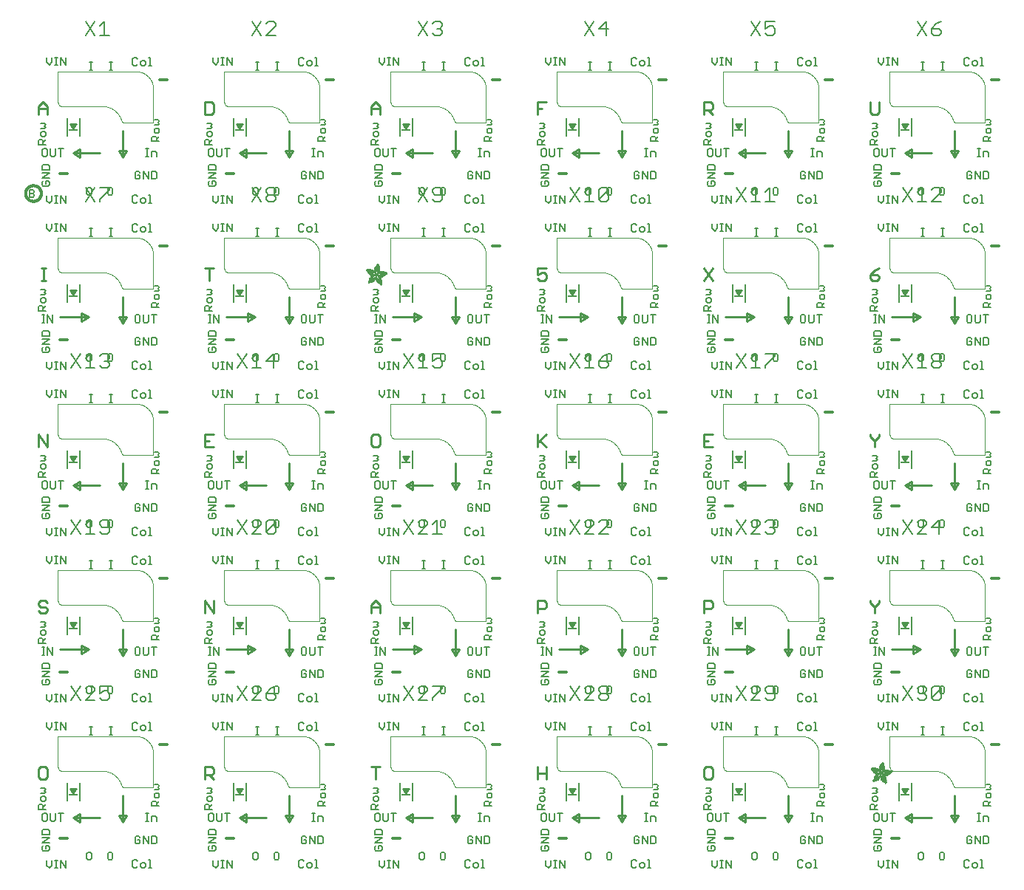
<source format=gbr>
G04 EAGLE Gerber RS-274X export*
G75*
%MOMM*%
%FSLAX34Y34*%
%LPD*%
%INSilkscreen Top*%
%IPPOS*%
%AMOC8*
5,1,8,0,0,1.08239X$1,22.5*%
G01*
%ADD10C,0.279400*%
%ADD11C,0.060000*%
%ADD12C,0.304800*%
%ADD13C,0.203200*%
%ADD14R,1.000000X0.200000*%
%ADD15C,0.254000*%
%ADD16C,0.152400*%
%ADD17R,0.034300X0.003800*%
%ADD18R,0.057200X0.003800*%
%ADD19R,0.076200X0.003800*%
%ADD20R,0.091400X0.003800*%
%ADD21R,0.102900X0.003800*%
%ADD22R,0.114300X0.003900*%
%ADD23R,0.129500X0.003800*%
%ADD24R,0.137200X0.003800*%
%ADD25R,0.144800X0.003800*%
%ADD26R,0.152400X0.003800*%
%ADD27R,0.160000X0.003800*%
%ADD28R,0.171500X0.003800*%
%ADD29R,0.175300X0.003800*%
%ADD30R,0.182900X0.003800*%
%ADD31R,0.190500X0.003800*%
%ADD32R,0.194300X0.003900*%
%ADD33R,0.201900X0.003800*%
%ADD34R,0.209500X0.003800*%
%ADD35R,0.213400X0.003800*%
%ADD36R,0.221000X0.003800*%
%ADD37R,0.224800X0.003800*%
%ADD38R,0.232400X0.003800*%
%ADD39R,0.240000X0.003800*%
%ADD40R,0.243800X0.003800*%
%ADD41R,0.247600X0.003800*%
%ADD42R,0.255300X0.003900*%
%ADD43R,0.259100X0.003800*%
%ADD44R,0.262900X0.003800*%
%ADD45R,0.270500X0.003800*%
%ADD46R,0.274300X0.003800*%
%ADD47R,0.281900X0.003800*%
%ADD48R,0.285700X0.003800*%
%ADD49R,0.289500X0.003800*%
%ADD50R,0.297200X0.003800*%
%ADD51R,0.301000X0.003800*%
%ADD52R,0.304800X0.003900*%
%ADD53R,0.312400X0.003800*%
%ADD54R,0.316200X0.003800*%
%ADD55R,0.320000X0.003800*%
%ADD56R,0.327600X0.003800*%
%ADD57R,0.331500X0.003800*%
%ADD58R,0.339100X0.003800*%
%ADD59R,0.342900X0.003800*%
%ADD60R,0.346700X0.003800*%
%ADD61R,0.354300X0.003800*%
%ADD62R,0.358100X0.003900*%
%ADD63R,0.361900X0.003800*%
%ADD64R,0.369600X0.003800*%
%ADD65R,0.373400X0.003800*%
%ADD66R,0.377200X0.003800*%
%ADD67R,0.384800X0.003800*%
%ADD68R,0.388600X0.003800*%
%ADD69R,0.396200X0.003800*%
%ADD70R,0.400000X0.003800*%
%ADD71R,0.403800X0.003800*%
%ADD72R,0.411500X0.003900*%
%ADD73R,0.415300X0.003800*%
%ADD74R,0.419100X0.003800*%
%ADD75R,0.045700X0.003800*%
%ADD76R,0.426700X0.003800*%
%ADD77R,0.072400X0.003800*%
%ADD78R,0.430500X0.003800*%
%ADD79R,0.095300X0.003800*%
%ADD80R,0.438100X0.003800*%
%ADD81R,0.110500X0.003800*%
%ADD82R,0.441900X0.003800*%
%ADD83R,0.445800X0.003800*%
%ADD84R,0.144700X0.003800*%
%ADD85R,0.453400X0.003800*%
%ADD86R,0.457200X0.003800*%
%ADD87R,0.175300X0.003900*%
%ADD88R,0.461000X0.003900*%
%ADD89R,0.468600X0.003800*%
%ADD90R,0.205800X0.003800*%
%ADD91R,0.472400X0.003800*%
%ADD92R,0.217200X0.003800*%
%ADD93R,0.476200X0.003800*%
%ADD94R,0.483900X0.003800*%
%ADD95R,0.247700X0.003800*%
%ADD96R,0.487700X0.003800*%
%ADD97R,0.495300X0.003800*%
%ADD98R,0.499100X0.003800*%
%ADD99R,0.502900X0.003800*%
%ADD100R,0.510500X0.003800*%
%ADD101R,0.308600X0.003900*%
%ADD102R,0.514300X0.003900*%
%ADD103R,0.323800X0.003800*%
%ADD104R,0.518100X0.003800*%
%ADD105R,0.335300X0.003800*%
%ADD106R,0.525800X0.003800*%
%ADD107R,0.529600X0.003800*%
%ADD108R,0.358100X0.003800*%
%ADD109R,0.533400X0.003800*%
%ADD110R,0.537200X0.003800*%
%ADD111R,0.381000X0.003800*%
%ADD112R,0.544800X0.003800*%
%ADD113R,0.392400X0.003800*%
%ADD114R,0.548600X0.003800*%
%ADD115R,0.552400X0.003800*%
%ADD116R,0.556200X0.003800*%
%ADD117R,0.422900X0.003900*%
%ADD118R,0.560100X0.003900*%
%ADD119R,0.434300X0.003800*%
%ADD120R,0.563900X0.003800*%
%ADD121R,0.567700X0.003800*%
%ADD122R,0.461000X0.003800*%
%ADD123R,0.571500X0.003800*%
%ADD124R,0.575300X0.003800*%
%ADD125R,0.480100X0.003800*%
%ADD126R,0.579100X0.003800*%
%ADD127R,0.491500X0.003800*%
%ADD128R,0.582900X0.003800*%
%ADD129R,0.586700X0.003800*%
%ADD130R,0.510600X0.003800*%
%ADD131R,0.590500X0.003800*%
%ADD132R,0.522000X0.003800*%
%ADD133R,0.594300X0.003800*%
%ADD134R,0.533400X0.003900*%
%ADD135R,0.598200X0.003900*%
%ADD136R,0.541000X0.003800*%
%ADD137R,0.602000X0.003800*%
%ADD138R,0.552500X0.003800*%
%ADD139R,0.605800X0.003800*%
%ADD140R,0.560100X0.003800*%
%ADD141R,0.609600X0.003800*%
%ADD142R,0.613400X0.003800*%
%ADD143R,0.583000X0.003800*%
%ADD144R,0.617200X0.003800*%
%ADD145R,0.594400X0.003800*%
%ADD146R,0.621000X0.003800*%
%ADD147R,0.598200X0.003800*%
%ADD148R,0.624800X0.003800*%
%ADD149R,0.613500X0.003900*%
%ADD150R,0.628600X0.003900*%
%ADD151R,0.632400X0.003800*%
%ADD152R,0.628600X0.003800*%
%ADD153R,0.636300X0.003800*%
%ADD154R,0.640100X0.003800*%
%ADD155R,0.636200X0.003800*%
%ADD156R,0.643900X0.003800*%
%ADD157R,0.647700X0.003800*%
%ADD158R,0.651500X0.003800*%
%ADD159R,0.659100X0.003800*%
%ADD160R,0.659100X0.003900*%
%ADD161R,0.655300X0.003900*%
%ADD162R,0.662900X0.003800*%
%ADD163R,0.655300X0.003800*%
%ADD164R,0.670500X0.003800*%
%ADD165R,0.670600X0.003800*%
%ADD166R,0.674400X0.003800*%
%ADD167R,0.682000X0.003800*%
%ADD168R,0.666700X0.003800*%
%ADD169R,0.685800X0.003800*%
%ADD170R,0.689600X0.003800*%
%ADD171R,0.693400X0.003900*%
%ADD172R,0.674400X0.003900*%
%ADD173R,0.697200X0.003800*%
%ADD174R,0.678200X0.003800*%
%ADD175R,0.697300X0.003800*%
%ADD176R,0.701100X0.003800*%
%ADD177R,0.704900X0.003800*%
%ADD178R,0.708700X0.003800*%
%ADD179R,0.712500X0.003800*%
%ADD180R,0.716300X0.003800*%
%ADD181R,0.720100X0.003900*%
%ADD182R,0.689600X0.003900*%
%ADD183R,0.720000X0.003800*%
%ADD184R,0.693400X0.003800*%
%ADD185R,0.723900X0.003800*%
%ADD186R,0.727700X0.003800*%
%ADD187R,0.731500X0.003800*%
%ADD188R,0.701000X0.003800*%
%ADD189R,0.735300X0.003800*%
%ADD190R,0.731500X0.003900*%
%ADD191R,0.701000X0.003900*%
%ADD192R,0.704800X0.003800*%
%ADD193R,0.739100X0.003800*%
%ADD194R,0.743000X0.003800*%
%ADD195R,0.739200X0.003800*%
%ADD196R,0.743000X0.003900*%
%ADD197R,0.704800X0.003900*%
%ADD198R,0.746800X0.003800*%
%ADD199R,0.746800X0.003900*%
%ADD200R,0.742900X0.003800*%
%ADD201R,0.746700X0.003800*%
%ADD202R,0.746700X0.003900*%
%ADD203R,1.428800X0.003800*%
%ADD204R,1.424900X0.003800*%
%ADD205R,1.421100X0.003900*%
%ADD206R,1.421100X0.003800*%
%ADD207R,1.417300X0.003800*%
%ADD208R,1.413500X0.003800*%
%ADD209R,1.409700X0.003800*%
%ADD210R,1.405900X0.003800*%
%ADD211R,1.402100X0.003800*%
%ADD212R,1.398300X0.003800*%
%ADD213R,0.983000X0.003900*%
%ADD214R,0.384800X0.003900*%
%ADD215R,0.971600X0.003800*%
%ADD216R,0.963900X0.003800*%
%ADD217R,0.956300X0.003800*%
%ADD218R,0.365800X0.003800*%
%ADD219R,0.952500X0.003800*%
%ADD220R,0.941000X0.003800*%
%ADD221R,0.358200X0.003800*%
%ADD222R,0.937200X0.003800*%
%ADD223R,0.933400X0.003800*%
%ADD224R,0.354400X0.003800*%
%ADD225R,0.925800X0.003800*%
%ADD226R,0.350500X0.003800*%
%ADD227R,0.922000X0.003800*%
%ADD228R,0.918200X0.003900*%
%ADD229R,0.346700X0.003900*%
%ADD230R,0.910600X0.003800*%
%ADD231R,0.906800X0.003800*%
%ADD232R,0.903000X0.003800*%
%ADD233R,0.339000X0.003800*%
%ADD234R,0.895300X0.003800*%
%ADD235R,0.335200X0.003800*%
%ADD236R,0.887700X0.003800*%
%ADD237R,0.883900X0.003800*%
%ADD238R,0.331400X0.003800*%
%ADD239R,0.880100X0.003800*%
%ADD240R,0.876300X0.003800*%
%ADD241R,0.468600X0.003900*%
%ADD242R,0.396200X0.003900*%
%ADD243R,0.323800X0.003900*%
%ADD244R,0.449600X0.003800*%
%ADD245R,0.323900X0.003800*%
%ADD246R,0.442000X0.003800*%
%ADD247R,0.434400X0.003800*%
%ADD248R,0.320100X0.003800*%
%ADD249R,0.316300X0.003800*%
%ADD250R,0.426800X0.003800*%
%ADD251R,0.327700X0.003800*%
%ADD252R,0.312500X0.003800*%
%ADD253R,0.422900X0.003800*%
%ADD254R,0.308600X0.003800*%
%ADD255R,0.293400X0.003800*%
%ADD256R,0.304800X0.003800*%
%ADD257R,0.419100X0.003900*%
%ADD258R,0.285700X0.003900*%
%ADD259R,0.301000X0.003900*%
%ADD260R,0.411500X0.003800*%
%ADD261R,0.407700X0.003800*%
%ADD262R,0.289600X0.003800*%
%ADD263R,0.285800X0.003800*%
%ADD264R,0.403900X0.003800*%
%ADD265R,0.228600X0.003800*%
%ADD266R,0.403900X0.003900*%
%ADD267R,0.221000X0.003900*%
%ADD268R,0.278100X0.003900*%
%ADD269R,0.400100X0.003800*%
%ADD270R,0.209600X0.003800*%
%ADD271R,0.266700X0.003800*%
%ADD272R,0.038100X0.003800*%
%ADD273R,0.194300X0.003800*%
%ADD274R,0.148600X0.003800*%
%ADD275R,0.259000X0.003800*%
%ADD276R,0.182800X0.003800*%
%ADD277R,0.186700X0.003800*%
%ADD278R,0.251400X0.003800*%
%ADD279R,0.179100X0.003800*%
%ADD280R,0.236200X0.003800*%
%ADD281R,0.243900X0.003900*%
%ADD282R,0.282000X0.003900*%
%ADD283R,0.167700X0.003800*%
%ADD284R,0.236300X0.003800*%
%ADD285R,0.396300X0.003800*%
%ADD286R,0.163900X0.003800*%
%ADD287R,0.392500X0.003800*%
%ADD288R,0.160100X0.003800*%
%ADD289R,0.586800X0.003800*%
%ADD290R,0.148500X0.003800*%
%ADD291R,0.140900X0.003800*%
%ADD292R,0.392400X0.003900*%
%ADD293R,0.140900X0.003900*%
%ADD294R,0.647700X0.003900*%
%ADD295R,0.133300X0.003800*%
%ADD296R,0.674300X0.003800*%
%ADD297R,0.388700X0.003800*%
%ADD298R,0.125700X0.003800*%
%ADD299R,0.121900X0.003800*%
%ADD300R,0.720100X0.003800*%
%ADD301R,0.118100X0.003800*%
%ADD302R,0.118100X0.003900*%
%ADD303R,0.739100X0.003900*%
%ADD304R,0.114300X0.003800*%
%ADD305R,0.754400X0.003800*%
%ADD306R,0.765800X0.003800*%
%ADD307R,0.773400X0.003800*%
%ADD308R,0.784800X0.003800*%
%ADD309R,0.118200X0.003800*%
%ADD310R,0.792500X0.003800*%
%ADD311R,0.803900X0.003800*%
%ADD312R,0.122000X0.003800*%
%ADD313R,0.815400X0.003800*%
%ADD314R,0.125800X0.003800*%
%ADD315R,0.826800X0.003800*%
%ADD316R,0.369500X0.003900*%
%ADD317R,0.133400X0.003900*%
%ADD318R,0.842000X0.003900*%
%ADD319R,0.365700X0.003800*%
%ADD320R,1.009700X0.003800*%
%ADD321R,1.013500X0.003800*%
%ADD322R,0.362000X0.003800*%
%ADD323R,1.024900X0.003800*%
%ADD324R,1.028700X0.003800*%
%ADD325R,1.036300X0.003800*%
%ADD326R,1.047800X0.003800*%
%ADD327R,1.055400X0.003800*%
%ADD328R,1.070600X0.003800*%
%ADD329R,0.030500X0.003800*%
%ADD330R,1.436400X0.003800*%
%ADD331R,1.562100X0.003900*%
%ADD332R,1.588700X0.003800*%
%ADD333R,1.607800X0.003800*%
%ADD334R,1.626900X0.003800*%
%ADD335R,1.642100X0.003800*%
%ADD336R,1.657400X0.003800*%
%ADD337R,1.676400X0.003800*%
%ADD338R,1.687800X0.003800*%
%ADD339R,1.703000X0.003800*%
%ADD340R,1.714500X0.003800*%
%ADD341R,1.726000X0.003900*%
%ADD342R,1.741200X0.003800*%
%ADD343R,0.914400X0.003800*%
%ADD344R,0.769600X0.003800*%
%ADD345R,0.884000X0.003800*%
%ADD346R,0.712400X0.003800*%
%ADD347R,0.880100X0.003900*%
%ADD348R,0.887800X0.003800*%
%ADD349R,0.891600X0.003800*%
%ADD350R,0.895400X0.003800*%
%ADD351R,0.251500X0.003800*%
%ADD352R,0.579200X0.003900*%
%ADD353R,0.243900X0.003800*%
%ADD354R,0.556300X0.003800*%
%ADD355R,0.255200X0.003800*%
%ADD356R,0.529500X0.003800*%
%ADD357R,0.731600X0.003800*%
%ADD358R,0.525800X0.003900*%
%ADD359R,0.281900X0.003900*%
%ADD360R,0.735400X0.003900*%
%ADD361R,0.300900X0.003800*%
%ADD362R,0.762000X0.003800*%
%ADD363R,0.518200X0.003800*%
%ADD364R,0.350600X0.003800*%
%ADD365R,0.796300X0.003800*%
%ADD366R,0.807800X0.003800*%
%ADD367R,0.506700X0.003800*%
%ADD368R,0.849600X0.003800*%
%ADD369R,0.506700X0.003900*%
%ADD370R,1.371600X0.003900*%
%ADD371R,1.207800X0.003800*%
%ADD372R,0.503000X0.003800*%
%ADD373R,0.141000X0.003800*%
%ADD374R,1.203900X0.003800*%
%ADD375R,1.204000X0.003800*%
%ADD376R,1.200200X0.003800*%
%ADD377R,0.499100X0.003900*%
%ADD378R,0.156200X0.003900*%
%ADD379R,1.196400X0.003900*%
%ADD380R,1.196400X0.003800*%
%ADD381R,0.163800X0.003800*%
%ADD382R,0.167600X0.003800*%
%ADD383R,1.192500X0.003800*%
%ADD384R,0.499200X0.003800*%
%ADD385R,1.188700X0.003800*%
%ADD386R,0.506800X0.003800*%
%ADD387R,1.184900X0.003800*%
%ADD388R,0.510600X0.003900*%
%ADD389R,0.209600X0.003900*%
%ADD390R,1.181100X0.003900*%
%ADD391R,0.514400X0.003800*%
%ADD392R,1.181100X0.003800*%
%ADD393R,1.177300X0.003800*%
%ADD394R,0.240100X0.003800*%
%ADD395R,1.173500X0.003800*%
%ADD396R,1.169700X0.003800*%
%ADD397R,1.165900X0.003800*%
%ADD398R,1.162100X0.003800*%
%ADD399R,0.929700X0.003900*%
%ADD400R,1.162100X0.003900*%
%ADD401R,0.929700X0.003800*%
%ADD402R,1.154500X0.003800*%
%ADD403R,0.933500X0.003800*%
%ADD404R,1.150600X0.003800*%
%ADD405R,0.937300X0.003800*%
%ADD406R,1.146800X0.003800*%
%ADD407R,0.941100X0.003800*%
%ADD408R,1.139200X0.003800*%
%ADD409R,0.944900X0.003800*%
%ADD410R,1.135400X0.003800*%
%ADD411R,0.948700X0.003800*%
%ADD412R,1.127800X0.003800*%
%ADD413R,1.124000X0.003800*%
%ADD414R,1.116400X0.003800*%
%ADD415R,0.956300X0.003900*%
%ADD416R,1.104900X0.003900*%
%ADD417R,0.960100X0.003800*%
%ADD418R,1.093500X0.003800*%
%ADD419R,1.085900X0.003800*%
%ADD420R,0.967800X0.003800*%
%ADD421R,1.074500X0.003800*%
%ADD422R,1.063000X0.003800*%
%ADD423R,0.975400X0.003800*%
%ADD424R,1.036400X0.003800*%
%ADD425R,0.979200X0.003800*%
%ADD426R,1.021000X0.003800*%
%ADD427R,0.983000X0.003800*%
%ADD428R,1.009600X0.003800*%
%ADD429R,0.986800X0.003800*%
%ADD430R,0.998200X0.003800*%
%ADD431R,0.990600X0.003900*%
%ADD432R,0.986700X0.003900*%
%ADD433R,0.994400X0.003800*%
%ADD434R,0.975300X0.003800*%
%ADD435R,0.948600X0.003800*%
%ADD436R,1.002000X0.003800*%
%ADD437R,0.213300X0.003800*%
%ADD438R,0.217100X0.003800*%
%ADD439R,1.017300X0.003800*%
%ADD440R,0.666800X0.003800*%
%ADD441R,0.220900X0.003800*%
%ADD442R,1.028700X0.003900*%
%ADD443R,0.224700X0.003900*%
%ADD444R,1.032500X0.003800*%
%ADD445R,1.040100X0.003800*%
%ADD446R,1.043900X0.003800*%
%ADD447R,0.548700X0.003800*%
%ADD448R,1.051500X0.003800*%
%ADD449R,1.055300X0.003800*%
%ADD450R,1.059100X0.003800*%
%ADD451R,1.062900X0.003800*%
%ADD452R,0.255300X0.003800*%
%ADD453R,1.066800X0.003900*%
%ADD454R,0.259100X0.003900*%
%ADD455R,0.457200X0.003900*%
%ADD456R,0.423000X0.003800*%
%ADD457R,1.082100X0.003800*%
%ADD458R,0.274400X0.003800*%
%ADD459R,0.278200X0.003800*%
%ADD460R,1.101100X0.003800*%
%ADD461R,0.278100X0.003800*%
%ADD462R,0.876300X0.003900*%
%ADD463R,0.236200X0.003900*%
%ADD464R,0.289600X0.003900*%
%ADD465R,0.247700X0.003900*%
%ADD466R,0.049500X0.003800*%
%ADD467R,0.640100X0.003900*%
%ADD468R,0.659200X0.003800*%
%ADD469R,0.663000X0.003800*%
%ADD470R,0.872500X0.003900*%
%ADD471R,0.666800X0.003900*%
%ADD472R,0.872500X0.003800*%
%ADD473R,0.868700X0.003800*%
%ADD474R,0.864900X0.003800*%
%ADD475R,0.861100X0.003800*%
%ADD476R,0.857300X0.003800*%
%ADD477R,0.853400X0.003800*%
%ADD478R,0.845800X0.003800*%
%ADD479R,0.682000X0.003900*%
%ADD480R,0.842000X0.003800*%
%ADD481R,0.834400X0.003800*%
%ADD482R,0.823000X0.003800*%
%ADD483R,0.815300X0.003800*%
%ADD484R,0.811500X0.003800*%
%ADD485R,0.788700X0.003800*%
%ADD486R,0.777300X0.003900*%
%ADD487R,0.750600X0.003800*%
%ADD488R,0.735400X0.003800*%
%ADD489R,0.727800X0.003800*%
%ADD490R,0.628700X0.003800*%
%ADD491R,0.575400X0.003800*%
%ADD492R,0.670600X0.003900*%
%ADD493R,0.655400X0.003800*%
%ADD494R,0.651500X0.003900*%
%ADD495R,0.624800X0.003900*%
%ADD496R,0.594400X0.003900*%
%ADD497R,0.563900X0.003900*%
%ADD498R,0.541100X0.003800*%
%ADD499R,0.537300X0.003800*%
%ADD500R,0.525700X0.003800*%
%ADD501R,0.525700X0.003900*%
%ADD502R,0.514300X0.003800*%
%ADD503R,0.480100X0.003900*%
%ADD504R,0.464800X0.003800*%
%ADD505R,0.442000X0.003900*%
%ADD506R,0.438200X0.003800*%
%ADD507R,0.430600X0.003800*%
%ADD508R,0.407600X0.003800*%
%ADD509R,0.403800X0.003900*%
%ADD510R,0.365700X0.003900*%
%ADD511R,0.327700X0.003900*%
%ADD512R,0.243800X0.003900*%
%ADD513R,0.205800X0.003900*%
%ADD514R,0.198100X0.003800*%
%ADD515R,0.163800X0.003900*%
%ADD516R,0.137100X0.003800*%
%ADD517R,0.091500X0.003900*%
%ADD518R,0.060900X0.003800*%

G36*
X922136Y1805D02*
X922136Y1805D01*
X922163Y1805D01*
X922274Y1837D01*
X922387Y1863D01*
X922410Y1876D01*
X922436Y1884D01*
X922534Y1946D01*
X922635Y2002D01*
X922651Y2020D01*
X922676Y2035D01*
X922861Y2243D01*
X922865Y2247D01*
X924865Y5247D01*
X924896Y5311D01*
X924936Y5371D01*
X924957Y5439D01*
X924988Y5503D01*
X925000Y5574D01*
X925021Y5642D01*
X925023Y5713D01*
X925035Y5784D01*
X925027Y5855D01*
X925029Y5926D01*
X925011Y5995D01*
X925002Y6066D01*
X924975Y6132D01*
X924957Y6201D01*
X924920Y6262D01*
X924893Y6328D01*
X924848Y6384D01*
X924812Y6446D01*
X924760Y6495D01*
X924715Y6550D01*
X924657Y6591D01*
X924604Y6640D01*
X924541Y6673D01*
X924483Y6714D01*
X924415Y6737D01*
X924351Y6770D01*
X924292Y6780D01*
X924214Y6807D01*
X924095Y6813D01*
X924020Y6825D01*
X920020Y6825D01*
X919949Y6815D01*
X919877Y6815D01*
X919809Y6795D01*
X919739Y6785D01*
X919673Y6756D01*
X919604Y6736D01*
X919544Y6698D01*
X919479Y6669D01*
X919424Y6623D01*
X919364Y6585D01*
X919316Y6532D01*
X919262Y6486D01*
X919222Y6426D01*
X919175Y6372D01*
X919144Y6308D01*
X919105Y6249D01*
X919083Y6181D01*
X919052Y6116D01*
X919040Y6046D01*
X919019Y5978D01*
X919017Y5906D01*
X919005Y5836D01*
X919013Y5765D01*
X919011Y5694D01*
X919030Y5624D01*
X919038Y5553D01*
X919063Y5498D01*
X919083Y5419D01*
X919144Y5316D01*
X919175Y5247D01*
X921175Y2247D01*
X921252Y2160D01*
X921325Y2070D01*
X921347Y2055D01*
X921365Y2035D01*
X921462Y1973D01*
X921557Y1906D01*
X921583Y1898D01*
X921605Y1883D01*
X921716Y1851D01*
X921826Y1813D01*
X921853Y1812D01*
X921878Y1805D01*
X921994Y1805D01*
X922110Y1799D01*
X922136Y1805D01*
G37*
G36*
X731636Y1805D02*
X731636Y1805D01*
X731663Y1805D01*
X731774Y1837D01*
X731887Y1863D01*
X731910Y1876D01*
X731936Y1884D01*
X732034Y1946D01*
X732135Y2002D01*
X732151Y2020D01*
X732176Y2035D01*
X732361Y2243D01*
X732365Y2247D01*
X734365Y5247D01*
X734396Y5311D01*
X734436Y5371D01*
X734457Y5439D01*
X734488Y5503D01*
X734500Y5574D01*
X734521Y5642D01*
X734523Y5713D01*
X734535Y5784D01*
X734527Y5855D01*
X734529Y5926D01*
X734511Y5995D01*
X734502Y6066D01*
X734475Y6132D01*
X734457Y6201D01*
X734420Y6262D01*
X734393Y6328D01*
X734348Y6384D01*
X734312Y6446D01*
X734260Y6495D01*
X734215Y6550D01*
X734157Y6591D01*
X734104Y6640D01*
X734041Y6673D01*
X733983Y6714D01*
X733915Y6737D01*
X733851Y6770D01*
X733792Y6780D01*
X733714Y6807D01*
X733595Y6813D01*
X733520Y6825D01*
X729520Y6825D01*
X729449Y6815D01*
X729377Y6815D01*
X729309Y6795D01*
X729239Y6785D01*
X729173Y6756D01*
X729104Y6736D01*
X729044Y6698D01*
X728979Y6669D01*
X728924Y6623D01*
X728864Y6585D01*
X728816Y6532D01*
X728762Y6486D01*
X728722Y6426D01*
X728675Y6372D01*
X728644Y6308D01*
X728605Y6249D01*
X728583Y6181D01*
X728552Y6116D01*
X728540Y6046D01*
X728519Y5978D01*
X728517Y5906D01*
X728505Y5836D01*
X728513Y5765D01*
X728511Y5694D01*
X728530Y5624D01*
X728538Y5553D01*
X728563Y5498D01*
X728583Y5419D01*
X728644Y5316D01*
X728675Y5247D01*
X730675Y2247D01*
X730752Y2160D01*
X730825Y2070D01*
X730847Y2055D01*
X730865Y2035D01*
X730962Y1973D01*
X731057Y1906D01*
X731083Y1898D01*
X731105Y1883D01*
X731216Y1851D01*
X731326Y1813D01*
X731353Y1812D01*
X731378Y1805D01*
X731494Y1805D01*
X731610Y1799D01*
X731636Y1805D01*
G37*
G36*
X541136Y1805D02*
X541136Y1805D01*
X541163Y1805D01*
X541274Y1837D01*
X541387Y1863D01*
X541410Y1876D01*
X541436Y1884D01*
X541534Y1946D01*
X541635Y2002D01*
X541651Y2020D01*
X541676Y2035D01*
X541861Y2243D01*
X541865Y2247D01*
X543865Y5247D01*
X543896Y5311D01*
X543936Y5371D01*
X543957Y5439D01*
X543988Y5503D01*
X544000Y5574D01*
X544021Y5642D01*
X544023Y5713D01*
X544035Y5784D01*
X544027Y5855D01*
X544029Y5926D01*
X544011Y5995D01*
X544002Y6066D01*
X543975Y6132D01*
X543957Y6201D01*
X543920Y6262D01*
X543893Y6328D01*
X543848Y6384D01*
X543812Y6446D01*
X543760Y6495D01*
X543715Y6550D01*
X543657Y6591D01*
X543604Y6640D01*
X543541Y6673D01*
X543483Y6714D01*
X543415Y6737D01*
X543351Y6770D01*
X543292Y6780D01*
X543214Y6807D01*
X543095Y6813D01*
X543020Y6825D01*
X539020Y6825D01*
X538949Y6815D01*
X538877Y6815D01*
X538809Y6795D01*
X538739Y6785D01*
X538673Y6756D01*
X538604Y6736D01*
X538544Y6698D01*
X538479Y6669D01*
X538424Y6623D01*
X538364Y6585D01*
X538316Y6532D01*
X538262Y6486D01*
X538222Y6426D01*
X538175Y6372D01*
X538144Y6308D01*
X538105Y6249D01*
X538083Y6181D01*
X538052Y6116D01*
X538040Y6046D01*
X538019Y5978D01*
X538017Y5906D01*
X538005Y5836D01*
X538013Y5765D01*
X538011Y5694D01*
X538030Y5624D01*
X538038Y5553D01*
X538063Y5498D01*
X538083Y5419D01*
X538144Y5316D01*
X538175Y5247D01*
X540175Y2247D01*
X540252Y2160D01*
X540325Y2070D01*
X540347Y2055D01*
X540365Y2035D01*
X540462Y1973D01*
X540557Y1906D01*
X540583Y1898D01*
X540605Y1883D01*
X540716Y1851D01*
X540826Y1813D01*
X540853Y1812D01*
X540878Y1805D01*
X540994Y1805D01*
X541110Y1799D01*
X541136Y1805D01*
G37*
G36*
X350636Y1805D02*
X350636Y1805D01*
X350663Y1805D01*
X350774Y1837D01*
X350887Y1863D01*
X350910Y1876D01*
X350936Y1884D01*
X351034Y1946D01*
X351135Y2002D01*
X351151Y2020D01*
X351176Y2035D01*
X351361Y2243D01*
X351365Y2247D01*
X353365Y5247D01*
X353396Y5311D01*
X353436Y5371D01*
X353457Y5439D01*
X353488Y5503D01*
X353500Y5574D01*
X353521Y5642D01*
X353523Y5713D01*
X353535Y5784D01*
X353527Y5855D01*
X353529Y5926D01*
X353511Y5995D01*
X353502Y6066D01*
X353475Y6132D01*
X353457Y6201D01*
X353420Y6262D01*
X353393Y6328D01*
X353348Y6384D01*
X353312Y6446D01*
X353260Y6495D01*
X353215Y6550D01*
X353157Y6591D01*
X353104Y6640D01*
X353041Y6673D01*
X352983Y6714D01*
X352915Y6737D01*
X352851Y6770D01*
X352792Y6780D01*
X352714Y6807D01*
X352595Y6813D01*
X352520Y6825D01*
X348520Y6825D01*
X348449Y6815D01*
X348377Y6815D01*
X348309Y6795D01*
X348239Y6785D01*
X348173Y6756D01*
X348104Y6736D01*
X348044Y6698D01*
X347979Y6669D01*
X347924Y6623D01*
X347864Y6585D01*
X347816Y6532D01*
X347762Y6486D01*
X347722Y6426D01*
X347675Y6372D01*
X347644Y6308D01*
X347605Y6249D01*
X347583Y6181D01*
X347552Y6116D01*
X347540Y6046D01*
X347519Y5978D01*
X347517Y5906D01*
X347505Y5836D01*
X347513Y5765D01*
X347511Y5694D01*
X347530Y5624D01*
X347538Y5553D01*
X347563Y5498D01*
X347583Y5419D01*
X347644Y5316D01*
X347675Y5247D01*
X349675Y2247D01*
X349752Y2160D01*
X349825Y2070D01*
X349847Y2055D01*
X349865Y2035D01*
X349962Y1973D01*
X350057Y1906D01*
X350083Y1898D01*
X350105Y1883D01*
X350216Y1851D01*
X350326Y1813D01*
X350353Y1812D01*
X350378Y1805D01*
X350494Y1805D01*
X350610Y1799D01*
X350636Y1805D01*
G37*
G36*
X160136Y1805D02*
X160136Y1805D01*
X160163Y1805D01*
X160274Y1837D01*
X160387Y1863D01*
X160410Y1876D01*
X160436Y1884D01*
X160534Y1946D01*
X160635Y2002D01*
X160651Y2020D01*
X160676Y2035D01*
X160861Y2243D01*
X160865Y2247D01*
X162865Y5247D01*
X162896Y5311D01*
X162936Y5371D01*
X162957Y5439D01*
X162988Y5503D01*
X163000Y5574D01*
X163021Y5642D01*
X163023Y5713D01*
X163035Y5784D01*
X163027Y5855D01*
X163029Y5926D01*
X163011Y5995D01*
X163002Y6066D01*
X162975Y6132D01*
X162957Y6201D01*
X162920Y6262D01*
X162893Y6328D01*
X162848Y6384D01*
X162812Y6446D01*
X162760Y6495D01*
X162715Y6550D01*
X162657Y6591D01*
X162604Y6640D01*
X162541Y6673D01*
X162483Y6714D01*
X162415Y6737D01*
X162351Y6770D01*
X162292Y6780D01*
X162214Y6807D01*
X162095Y6813D01*
X162020Y6825D01*
X158020Y6825D01*
X157949Y6815D01*
X157877Y6815D01*
X157809Y6795D01*
X157739Y6785D01*
X157673Y6756D01*
X157604Y6736D01*
X157544Y6698D01*
X157479Y6669D01*
X157424Y6623D01*
X157364Y6585D01*
X157316Y6532D01*
X157262Y6486D01*
X157222Y6426D01*
X157175Y6372D01*
X157144Y6308D01*
X157105Y6249D01*
X157083Y6181D01*
X157052Y6116D01*
X157040Y6046D01*
X157019Y5978D01*
X157017Y5906D01*
X157005Y5836D01*
X157013Y5765D01*
X157011Y5694D01*
X157030Y5624D01*
X157038Y5553D01*
X157063Y5498D01*
X157083Y5419D01*
X157144Y5316D01*
X157175Y5247D01*
X159175Y2247D01*
X159252Y2160D01*
X159325Y2070D01*
X159347Y2055D01*
X159365Y2035D01*
X159462Y1973D01*
X159557Y1906D01*
X159583Y1898D01*
X159605Y1883D01*
X159716Y1851D01*
X159826Y1813D01*
X159853Y1812D01*
X159878Y1805D01*
X159994Y1805D01*
X160110Y1799D01*
X160136Y1805D01*
G37*
G36*
X-30364Y1805D02*
X-30364Y1805D01*
X-30337Y1805D01*
X-30226Y1837D01*
X-30113Y1863D01*
X-30090Y1876D01*
X-30064Y1884D01*
X-29966Y1946D01*
X-29865Y2002D01*
X-29849Y2020D01*
X-29824Y2035D01*
X-29639Y2243D01*
X-29635Y2247D01*
X-27635Y5247D01*
X-27604Y5311D01*
X-27565Y5371D01*
X-27543Y5439D01*
X-27512Y5503D01*
X-27500Y5574D01*
X-27479Y5642D01*
X-27477Y5713D01*
X-27465Y5784D01*
X-27473Y5855D01*
X-27471Y5926D01*
X-27489Y5995D01*
X-27498Y6066D01*
X-27525Y6132D01*
X-27543Y6201D01*
X-27580Y6262D01*
X-27607Y6328D01*
X-27652Y6384D01*
X-27689Y6446D01*
X-27740Y6495D01*
X-27785Y6550D01*
X-27844Y6591D01*
X-27896Y6640D01*
X-27959Y6673D01*
X-28017Y6714D01*
X-28085Y6737D01*
X-28149Y6770D01*
X-28208Y6780D01*
X-28286Y6807D01*
X-28405Y6813D01*
X-28480Y6825D01*
X-32480Y6825D01*
X-32551Y6815D01*
X-32623Y6815D01*
X-32691Y6795D01*
X-32762Y6785D01*
X-32827Y6756D01*
X-32896Y6736D01*
X-32956Y6698D01*
X-33021Y6669D01*
X-33076Y6623D01*
X-33136Y6585D01*
X-33184Y6532D01*
X-33238Y6486D01*
X-33278Y6426D01*
X-33325Y6372D01*
X-33356Y6308D01*
X-33396Y6249D01*
X-33417Y6181D01*
X-33448Y6116D01*
X-33460Y6046D01*
X-33481Y5978D01*
X-33483Y5906D01*
X-33495Y5836D01*
X-33487Y5765D01*
X-33489Y5694D01*
X-33470Y5624D01*
X-33462Y5553D01*
X-33437Y5498D01*
X-33417Y5419D01*
X-33356Y5316D01*
X-33325Y5247D01*
X-31325Y2247D01*
X-31248Y2160D01*
X-31175Y2070D01*
X-31153Y2055D01*
X-31135Y2035D01*
X-31038Y1973D01*
X-30943Y1906D01*
X-30917Y1898D01*
X-30895Y1883D01*
X-30784Y1851D01*
X-30674Y1813D01*
X-30647Y1812D01*
X-30622Y1805D01*
X-30506Y1805D01*
X-30390Y1799D01*
X-30364Y1805D01*
G37*
G36*
X922136Y-188695D02*
X922136Y-188695D01*
X922163Y-188695D01*
X922274Y-188663D01*
X922387Y-188637D01*
X922410Y-188624D01*
X922436Y-188616D01*
X922534Y-188554D01*
X922635Y-188498D01*
X922651Y-188480D01*
X922676Y-188465D01*
X922861Y-188257D01*
X922865Y-188253D01*
X924865Y-185253D01*
X924896Y-185189D01*
X924936Y-185129D01*
X924957Y-185061D01*
X924988Y-184997D01*
X925000Y-184926D01*
X925021Y-184858D01*
X925023Y-184787D01*
X925035Y-184717D01*
X925027Y-184645D01*
X925029Y-184574D01*
X925011Y-184505D01*
X925002Y-184434D01*
X924975Y-184368D01*
X924957Y-184299D01*
X924920Y-184238D01*
X924893Y-184172D01*
X924848Y-184116D01*
X924812Y-184054D01*
X924760Y-184005D01*
X924715Y-183950D01*
X924657Y-183909D01*
X924604Y-183860D01*
X924541Y-183827D01*
X924483Y-183786D01*
X924415Y-183763D01*
X924351Y-183730D01*
X924292Y-183720D01*
X924214Y-183693D01*
X924095Y-183687D01*
X924020Y-183675D01*
X920020Y-183675D01*
X919949Y-183685D01*
X919877Y-183685D01*
X919809Y-183705D01*
X919739Y-183715D01*
X919673Y-183744D01*
X919604Y-183764D01*
X919544Y-183802D01*
X919479Y-183831D01*
X919424Y-183877D01*
X919364Y-183915D01*
X919316Y-183969D01*
X919262Y-184015D01*
X919222Y-184074D01*
X919175Y-184128D01*
X919144Y-184192D01*
X919105Y-184251D01*
X919083Y-184320D01*
X919052Y-184384D01*
X919040Y-184454D01*
X919019Y-184522D01*
X919017Y-184594D01*
X919005Y-184665D01*
X919013Y-184735D01*
X919011Y-184806D01*
X919030Y-184876D01*
X919038Y-184947D01*
X919063Y-185002D01*
X919083Y-185081D01*
X919144Y-185184D01*
X919175Y-185253D01*
X921175Y-188253D01*
X921252Y-188340D01*
X921325Y-188430D01*
X921347Y-188445D01*
X921365Y-188465D01*
X921462Y-188527D01*
X921557Y-188594D01*
X921583Y-188602D01*
X921605Y-188617D01*
X921716Y-188649D01*
X921826Y-188687D01*
X921853Y-188688D01*
X921878Y-188695D01*
X921994Y-188695D01*
X922110Y-188701D01*
X922136Y-188695D01*
G37*
G36*
X160136Y-188695D02*
X160136Y-188695D01*
X160163Y-188695D01*
X160274Y-188663D01*
X160387Y-188637D01*
X160410Y-188624D01*
X160436Y-188616D01*
X160534Y-188554D01*
X160635Y-188498D01*
X160651Y-188480D01*
X160676Y-188465D01*
X160861Y-188257D01*
X160865Y-188253D01*
X162865Y-185253D01*
X162896Y-185189D01*
X162936Y-185129D01*
X162957Y-185061D01*
X162988Y-184997D01*
X163000Y-184926D01*
X163021Y-184858D01*
X163023Y-184787D01*
X163035Y-184717D01*
X163027Y-184645D01*
X163029Y-184574D01*
X163011Y-184505D01*
X163002Y-184434D01*
X162975Y-184368D01*
X162957Y-184299D01*
X162920Y-184238D01*
X162893Y-184172D01*
X162848Y-184116D01*
X162812Y-184054D01*
X162760Y-184005D01*
X162715Y-183950D01*
X162657Y-183909D01*
X162604Y-183860D01*
X162541Y-183827D01*
X162483Y-183786D01*
X162415Y-183763D01*
X162351Y-183730D01*
X162292Y-183720D01*
X162214Y-183693D01*
X162095Y-183687D01*
X162020Y-183675D01*
X158020Y-183675D01*
X157949Y-183685D01*
X157877Y-183685D01*
X157809Y-183705D01*
X157739Y-183715D01*
X157673Y-183744D01*
X157604Y-183764D01*
X157544Y-183802D01*
X157479Y-183831D01*
X157424Y-183877D01*
X157364Y-183915D01*
X157316Y-183969D01*
X157262Y-184015D01*
X157222Y-184074D01*
X157175Y-184128D01*
X157144Y-184192D01*
X157105Y-184251D01*
X157083Y-184320D01*
X157052Y-184384D01*
X157040Y-184454D01*
X157019Y-184522D01*
X157017Y-184594D01*
X157005Y-184665D01*
X157013Y-184735D01*
X157011Y-184806D01*
X157030Y-184876D01*
X157038Y-184947D01*
X157063Y-185002D01*
X157083Y-185081D01*
X157144Y-185184D01*
X157175Y-185253D01*
X159175Y-188253D01*
X159252Y-188340D01*
X159325Y-188430D01*
X159347Y-188445D01*
X159365Y-188465D01*
X159462Y-188527D01*
X159557Y-188594D01*
X159583Y-188602D01*
X159605Y-188617D01*
X159716Y-188649D01*
X159826Y-188687D01*
X159853Y-188688D01*
X159878Y-188695D01*
X159994Y-188695D01*
X160110Y-188701D01*
X160136Y-188695D01*
G37*
G36*
X731636Y-188695D02*
X731636Y-188695D01*
X731663Y-188695D01*
X731774Y-188663D01*
X731887Y-188637D01*
X731910Y-188624D01*
X731936Y-188616D01*
X732034Y-188554D01*
X732135Y-188498D01*
X732151Y-188480D01*
X732176Y-188465D01*
X732361Y-188257D01*
X732365Y-188253D01*
X734365Y-185253D01*
X734396Y-185189D01*
X734436Y-185129D01*
X734457Y-185061D01*
X734488Y-184997D01*
X734500Y-184926D01*
X734521Y-184858D01*
X734523Y-184787D01*
X734535Y-184717D01*
X734527Y-184645D01*
X734529Y-184574D01*
X734511Y-184505D01*
X734502Y-184434D01*
X734475Y-184368D01*
X734457Y-184299D01*
X734420Y-184238D01*
X734393Y-184172D01*
X734348Y-184116D01*
X734312Y-184054D01*
X734260Y-184005D01*
X734215Y-183950D01*
X734157Y-183909D01*
X734104Y-183860D01*
X734041Y-183827D01*
X733983Y-183786D01*
X733915Y-183763D01*
X733851Y-183730D01*
X733792Y-183720D01*
X733714Y-183693D01*
X733595Y-183687D01*
X733520Y-183675D01*
X729520Y-183675D01*
X729449Y-183685D01*
X729377Y-183685D01*
X729309Y-183705D01*
X729239Y-183715D01*
X729173Y-183744D01*
X729104Y-183764D01*
X729044Y-183802D01*
X728979Y-183831D01*
X728924Y-183877D01*
X728864Y-183915D01*
X728816Y-183969D01*
X728762Y-184015D01*
X728722Y-184074D01*
X728675Y-184128D01*
X728644Y-184192D01*
X728605Y-184251D01*
X728583Y-184320D01*
X728552Y-184384D01*
X728540Y-184454D01*
X728519Y-184522D01*
X728517Y-184594D01*
X728505Y-184665D01*
X728513Y-184735D01*
X728511Y-184806D01*
X728530Y-184876D01*
X728538Y-184947D01*
X728563Y-185002D01*
X728583Y-185081D01*
X728644Y-185184D01*
X728675Y-185253D01*
X730675Y-188253D01*
X730752Y-188340D01*
X730825Y-188430D01*
X730847Y-188445D01*
X730865Y-188465D01*
X730962Y-188527D01*
X731057Y-188594D01*
X731083Y-188602D01*
X731105Y-188617D01*
X731216Y-188649D01*
X731326Y-188687D01*
X731353Y-188688D01*
X731378Y-188695D01*
X731494Y-188695D01*
X731610Y-188701D01*
X731636Y-188695D01*
G37*
G36*
X541136Y-188695D02*
X541136Y-188695D01*
X541163Y-188695D01*
X541274Y-188663D01*
X541387Y-188637D01*
X541410Y-188624D01*
X541436Y-188616D01*
X541534Y-188554D01*
X541635Y-188498D01*
X541651Y-188480D01*
X541676Y-188465D01*
X541861Y-188257D01*
X541865Y-188253D01*
X543865Y-185253D01*
X543896Y-185189D01*
X543936Y-185129D01*
X543957Y-185061D01*
X543988Y-184997D01*
X544000Y-184926D01*
X544021Y-184858D01*
X544023Y-184787D01*
X544035Y-184717D01*
X544027Y-184645D01*
X544029Y-184574D01*
X544011Y-184505D01*
X544002Y-184434D01*
X543975Y-184368D01*
X543957Y-184299D01*
X543920Y-184238D01*
X543893Y-184172D01*
X543848Y-184116D01*
X543812Y-184054D01*
X543760Y-184005D01*
X543715Y-183950D01*
X543657Y-183909D01*
X543604Y-183860D01*
X543541Y-183827D01*
X543483Y-183786D01*
X543415Y-183763D01*
X543351Y-183730D01*
X543292Y-183720D01*
X543214Y-183693D01*
X543095Y-183687D01*
X543020Y-183675D01*
X539020Y-183675D01*
X538949Y-183685D01*
X538877Y-183685D01*
X538809Y-183705D01*
X538739Y-183715D01*
X538673Y-183744D01*
X538604Y-183764D01*
X538544Y-183802D01*
X538479Y-183831D01*
X538424Y-183877D01*
X538364Y-183915D01*
X538316Y-183969D01*
X538262Y-184015D01*
X538222Y-184074D01*
X538175Y-184128D01*
X538144Y-184192D01*
X538105Y-184251D01*
X538083Y-184320D01*
X538052Y-184384D01*
X538040Y-184454D01*
X538019Y-184522D01*
X538017Y-184594D01*
X538005Y-184665D01*
X538013Y-184735D01*
X538011Y-184806D01*
X538030Y-184876D01*
X538038Y-184947D01*
X538063Y-185002D01*
X538083Y-185081D01*
X538144Y-185184D01*
X538175Y-185253D01*
X540175Y-188253D01*
X540252Y-188340D01*
X540325Y-188430D01*
X540347Y-188445D01*
X540365Y-188465D01*
X540462Y-188527D01*
X540557Y-188594D01*
X540583Y-188602D01*
X540605Y-188617D01*
X540716Y-188649D01*
X540826Y-188687D01*
X540853Y-188688D01*
X540878Y-188695D01*
X540994Y-188695D01*
X541110Y-188701D01*
X541136Y-188695D01*
G37*
G36*
X350636Y-188695D02*
X350636Y-188695D01*
X350663Y-188695D01*
X350774Y-188663D01*
X350887Y-188637D01*
X350910Y-188624D01*
X350936Y-188616D01*
X351034Y-188554D01*
X351135Y-188498D01*
X351151Y-188480D01*
X351176Y-188465D01*
X351361Y-188257D01*
X351365Y-188253D01*
X353365Y-185253D01*
X353396Y-185189D01*
X353436Y-185129D01*
X353457Y-185061D01*
X353488Y-184997D01*
X353500Y-184926D01*
X353521Y-184858D01*
X353523Y-184787D01*
X353535Y-184717D01*
X353527Y-184645D01*
X353529Y-184574D01*
X353511Y-184505D01*
X353502Y-184434D01*
X353475Y-184368D01*
X353457Y-184299D01*
X353420Y-184238D01*
X353393Y-184172D01*
X353348Y-184116D01*
X353312Y-184054D01*
X353260Y-184005D01*
X353215Y-183950D01*
X353157Y-183909D01*
X353104Y-183860D01*
X353041Y-183827D01*
X352983Y-183786D01*
X352915Y-183763D01*
X352851Y-183730D01*
X352792Y-183720D01*
X352714Y-183693D01*
X352595Y-183687D01*
X352520Y-183675D01*
X348520Y-183675D01*
X348449Y-183685D01*
X348377Y-183685D01*
X348309Y-183705D01*
X348239Y-183715D01*
X348173Y-183744D01*
X348104Y-183764D01*
X348044Y-183802D01*
X347979Y-183831D01*
X347924Y-183877D01*
X347864Y-183915D01*
X347816Y-183969D01*
X347762Y-184015D01*
X347722Y-184074D01*
X347675Y-184128D01*
X347644Y-184192D01*
X347605Y-184251D01*
X347583Y-184320D01*
X347552Y-184384D01*
X347540Y-184454D01*
X347519Y-184522D01*
X347517Y-184594D01*
X347505Y-184665D01*
X347513Y-184735D01*
X347511Y-184806D01*
X347530Y-184876D01*
X347538Y-184947D01*
X347563Y-185002D01*
X347583Y-185081D01*
X347644Y-185184D01*
X347675Y-185253D01*
X349675Y-188253D01*
X349752Y-188340D01*
X349825Y-188430D01*
X349847Y-188445D01*
X349865Y-188465D01*
X349962Y-188527D01*
X350057Y-188594D01*
X350083Y-188602D01*
X350105Y-188617D01*
X350216Y-188649D01*
X350326Y-188687D01*
X350353Y-188688D01*
X350378Y-188695D01*
X350494Y-188695D01*
X350610Y-188701D01*
X350636Y-188695D01*
G37*
G36*
X-30364Y-188695D02*
X-30364Y-188695D01*
X-30337Y-188695D01*
X-30226Y-188663D01*
X-30113Y-188637D01*
X-30090Y-188624D01*
X-30064Y-188616D01*
X-29966Y-188554D01*
X-29865Y-188498D01*
X-29849Y-188480D01*
X-29824Y-188465D01*
X-29639Y-188257D01*
X-29635Y-188253D01*
X-27635Y-185253D01*
X-27604Y-185189D01*
X-27565Y-185129D01*
X-27543Y-185061D01*
X-27512Y-184997D01*
X-27500Y-184926D01*
X-27479Y-184858D01*
X-27477Y-184787D01*
X-27465Y-184717D01*
X-27473Y-184645D01*
X-27471Y-184574D01*
X-27489Y-184505D01*
X-27498Y-184434D01*
X-27525Y-184368D01*
X-27543Y-184299D01*
X-27580Y-184238D01*
X-27607Y-184172D01*
X-27652Y-184116D01*
X-27689Y-184054D01*
X-27740Y-184005D01*
X-27785Y-183950D01*
X-27844Y-183909D01*
X-27896Y-183860D01*
X-27959Y-183827D01*
X-28017Y-183786D01*
X-28085Y-183763D01*
X-28149Y-183730D01*
X-28208Y-183720D01*
X-28286Y-183693D01*
X-28405Y-183687D01*
X-28480Y-183675D01*
X-32480Y-183675D01*
X-32551Y-183685D01*
X-32623Y-183685D01*
X-32691Y-183705D01*
X-32762Y-183715D01*
X-32827Y-183744D01*
X-32896Y-183764D01*
X-32956Y-183802D01*
X-33021Y-183831D01*
X-33076Y-183877D01*
X-33136Y-183915D01*
X-33184Y-183969D01*
X-33238Y-184015D01*
X-33278Y-184074D01*
X-33325Y-184128D01*
X-33356Y-184192D01*
X-33396Y-184251D01*
X-33417Y-184320D01*
X-33448Y-184384D01*
X-33460Y-184454D01*
X-33481Y-184522D01*
X-33483Y-184594D01*
X-33495Y-184665D01*
X-33487Y-184735D01*
X-33489Y-184806D01*
X-33470Y-184876D01*
X-33462Y-184947D01*
X-33437Y-185002D01*
X-33417Y-185081D01*
X-33356Y-185184D01*
X-33325Y-185253D01*
X-31325Y-188253D01*
X-31248Y-188340D01*
X-31175Y-188430D01*
X-31153Y-188445D01*
X-31135Y-188465D01*
X-31038Y-188527D01*
X-30943Y-188594D01*
X-30917Y-188602D01*
X-30895Y-188617D01*
X-30784Y-188649D01*
X-30674Y-188687D01*
X-30647Y-188688D01*
X-30622Y-188695D01*
X-30506Y-188695D01*
X-30390Y-188701D01*
X-30364Y-188695D01*
G37*
G36*
X541136Y-379195D02*
X541136Y-379195D01*
X541163Y-379195D01*
X541274Y-379163D01*
X541387Y-379137D01*
X541410Y-379124D01*
X541436Y-379116D01*
X541534Y-379054D01*
X541635Y-378998D01*
X541651Y-378980D01*
X541676Y-378965D01*
X541861Y-378757D01*
X541865Y-378753D01*
X543865Y-375753D01*
X543896Y-375689D01*
X543936Y-375629D01*
X543957Y-375561D01*
X543988Y-375497D01*
X544000Y-375426D01*
X544021Y-375358D01*
X544023Y-375287D01*
X544035Y-375217D01*
X544027Y-375145D01*
X544029Y-375074D01*
X544011Y-375005D01*
X544002Y-374934D01*
X543975Y-374868D01*
X543957Y-374799D01*
X543920Y-374738D01*
X543893Y-374672D01*
X543848Y-374616D01*
X543812Y-374554D01*
X543760Y-374505D01*
X543715Y-374450D01*
X543657Y-374409D01*
X543604Y-374360D01*
X543541Y-374327D01*
X543483Y-374286D01*
X543415Y-374263D01*
X543351Y-374230D01*
X543292Y-374220D01*
X543214Y-374193D01*
X543095Y-374187D01*
X543020Y-374175D01*
X539020Y-374175D01*
X538949Y-374185D01*
X538877Y-374185D01*
X538809Y-374205D01*
X538739Y-374215D01*
X538673Y-374244D01*
X538604Y-374264D01*
X538544Y-374302D01*
X538479Y-374331D01*
X538424Y-374377D01*
X538364Y-374415D01*
X538316Y-374469D01*
X538262Y-374515D01*
X538222Y-374574D01*
X538175Y-374628D01*
X538144Y-374692D01*
X538105Y-374751D01*
X538083Y-374820D01*
X538052Y-374884D01*
X538040Y-374954D01*
X538019Y-375022D01*
X538017Y-375094D01*
X538005Y-375165D01*
X538013Y-375235D01*
X538011Y-375306D01*
X538030Y-375376D01*
X538038Y-375447D01*
X538063Y-375502D01*
X538083Y-375581D01*
X538144Y-375684D01*
X538175Y-375753D01*
X540175Y-378753D01*
X540252Y-378840D01*
X540325Y-378930D01*
X540347Y-378945D01*
X540365Y-378965D01*
X540462Y-379027D01*
X540557Y-379094D01*
X540583Y-379102D01*
X540605Y-379117D01*
X540716Y-379149D01*
X540826Y-379187D01*
X540853Y-379188D01*
X540878Y-379195D01*
X540994Y-379195D01*
X541110Y-379201D01*
X541136Y-379195D01*
G37*
G36*
X731636Y-379195D02*
X731636Y-379195D01*
X731663Y-379195D01*
X731774Y-379163D01*
X731887Y-379137D01*
X731910Y-379124D01*
X731936Y-379116D01*
X732034Y-379054D01*
X732135Y-378998D01*
X732151Y-378980D01*
X732176Y-378965D01*
X732361Y-378757D01*
X732365Y-378753D01*
X734365Y-375753D01*
X734396Y-375689D01*
X734436Y-375629D01*
X734457Y-375561D01*
X734488Y-375497D01*
X734500Y-375426D01*
X734521Y-375358D01*
X734523Y-375287D01*
X734535Y-375217D01*
X734527Y-375145D01*
X734529Y-375074D01*
X734511Y-375005D01*
X734502Y-374934D01*
X734475Y-374868D01*
X734457Y-374799D01*
X734420Y-374738D01*
X734393Y-374672D01*
X734348Y-374616D01*
X734312Y-374554D01*
X734260Y-374505D01*
X734215Y-374450D01*
X734157Y-374409D01*
X734104Y-374360D01*
X734041Y-374327D01*
X733983Y-374286D01*
X733915Y-374263D01*
X733851Y-374230D01*
X733792Y-374220D01*
X733714Y-374193D01*
X733595Y-374187D01*
X733520Y-374175D01*
X729520Y-374175D01*
X729449Y-374185D01*
X729377Y-374185D01*
X729309Y-374205D01*
X729239Y-374215D01*
X729173Y-374244D01*
X729104Y-374264D01*
X729044Y-374302D01*
X728979Y-374331D01*
X728924Y-374377D01*
X728864Y-374415D01*
X728816Y-374469D01*
X728762Y-374515D01*
X728722Y-374574D01*
X728675Y-374628D01*
X728644Y-374692D01*
X728605Y-374751D01*
X728583Y-374820D01*
X728552Y-374884D01*
X728540Y-374954D01*
X728519Y-375022D01*
X728517Y-375094D01*
X728505Y-375165D01*
X728513Y-375235D01*
X728511Y-375306D01*
X728530Y-375376D01*
X728538Y-375447D01*
X728563Y-375502D01*
X728583Y-375581D01*
X728644Y-375684D01*
X728675Y-375753D01*
X730675Y-378753D01*
X730752Y-378840D01*
X730825Y-378930D01*
X730847Y-378945D01*
X730865Y-378965D01*
X730962Y-379027D01*
X731057Y-379094D01*
X731083Y-379102D01*
X731105Y-379117D01*
X731216Y-379149D01*
X731326Y-379187D01*
X731353Y-379188D01*
X731378Y-379195D01*
X731494Y-379195D01*
X731610Y-379201D01*
X731636Y-379195D01*
G37*
G36*
X160136Y-379195D02*
X160136Y-379195D01*
X160163Y-379195D01*
X160274Y-379163D01*
X160387Y-379137D01*
X160410Y-379124D01*
X160436Y-379116D01*
X160534Y-379054D01*
X160635Y-378998D01*
X160651Y-378980D01*
X160676Y-378965D01*
X160861Y-378757D01*
X160865Y-378753D01*
X162865Y-375753D01*
X162896Y-375689D01*
X162936Y-375629D01*
X162957Y-375561D01*
X162988Y-375497D01*
X163000Y-375426D01*
X163021Y-375358D01*
X163023Y-375287D01*
X163035Y-375217D01*
X163027Y-375145D01*
X163029Y-375074D01*
X163011Y-375005D01*
X163002Y-374934D01*
X162975Y-374868D01*
X162957Y-374799D01*
X162920Y-374738D01*
X162893Y-374672D01*
X162848Y-374616D01*
X162812Y-374554D01*
X162760Y-374505D01*
X162715Y-374450D01*
X162657Y-374409D01*
X162604Y-374360D01*
X162541Y-374327D01*
X162483Y-374286D01*
X162415Y-374263D01*
X162351Y-374230D01*
X162292Y-374220D01*
X162214Y-374193D01*
X162095Y-374187D01*
X162020Y-374175D01*
X158020Y-374175D01*
X157949Y-374185D01*
X157877Y-374185D01*
X157809Y-374205D01*
X157739Y-374215D01*
X157673Y-374244D01*
X157604Y-374264D01*
X157544Y-374302D01*
X157479Y-374331D01*
X157424Y-374377D01*
X157364Y-374415D01*
X157316Y-374469D01*
X157262Y-374515D01*
X157222Y-374574D01*
X157175Y-374628D01*
X157144Y-374692D01*
X157105Y-374751D01*
X157083Y-374820D01*
X157052Y-374884D01*
X157040Y-374954D01*
X157019Y-375022D01*
X157017Y-375094D01*
X157005Y-375165D01*
X157013Y-375235D01*
X157011Y-375306D01*
X157030Y-375376D01*
X157038Y-375447D01*
X157063Y-375502D01*
X157083Y-375581D01*
X157144Y-375684D01*
X157175Y-375753D01*
X159175Y-378753D01*
X159252Y-378840D01*
X159325Y-378930D01*
X159347Y-378945D01*
X159365Y-378965D01*
X159462Y-379027D01*
X159557Y-379094D01*
X159583Y-379102D01*
X159605Y-379117D01*
X159716Y-379149D01*
X159826Y-379187D01*
X159853Y-379188D01*
X159878Y-379195D01*
X159994Y-379195D01*
X160110Y-379201D01*
X160136Y-379195D01*
G37*
G36*
X922136Y-379195D02*
X922136Y-379195D01*
X922163Y-379195D01*
X922274Y-379163D01*
X922387Y-379137D01*
X922410Y-379124D01*
X922436Y-379116D01*
X922534Y-379054D01*
X922635Y-378998D01*
X922651Y-378980D01*
X922676Y-378965D01*
X922861Y-378757D01*
X922865Y-378753D01*
X924865Y-375753D01*
X924896Y-375689D01*
X924936Y-375629D01*
X924957Y-375561D01*
X924988Y-375497D01*
X925000Y-375426D01*
X925021Y-375358D01*
X925023Y-375287D01*
X925035Y-375217D01*
X925027Y-375145D01*
X925029Y-375074D01*
X925011Y-375005D01*
X925002Y-374934D01*
X924975Y-374868D01*
X924957Y-374799D01*
X924920Y-374738D01*
X924893Y-374672D01*
X924848Y-374616D01*
X924812Y-374554D01*
X924760Y-374505D01*
X924715Y-374450D01*
X924657Y-374409D01*
X924604Y-374360D01*
X924541Y-374327D01*
X924483Y-374286D01*
X924415Y-374263D01*
X924351Y-374230D01*
X924292Y-374220D01*
X924214Y-374193D01*
X924095Y-374187D01*
X924020Y-374175D01*
X920020Y-374175D01*
X919949Y-374185D01*
X919877Y-374185D01*
X919809Y-374205D01*
X919739Y-374215D01*
X919673Y-374244D01*
X919604Y-374264D01*
X919544Y-374302D01*
X919479Y-374331D01*
X919424Y-374377D01*
X919364Y-374415D01*
X919316Y-374469D01*
X919262Y-374515D01*
X919222Y-374574D01*
X919175Y-374628D01*
X919144Y-374692D01*
X919105Y-374751D01*
X919083Y-374820D01*
X919052Y-374884D01*
X919040Y-374954D01*
X919019Y-375022D01*
X919017Y-375094D01*
X919005Y-375165D01*
X919013Y-375235D01*
X919011Y-375306D01*
X919030Y-375376D01*
X919038Y-375447D01*
X919063Y-375502D01*
X919083Y-375581D01*
X919144Y-375684D01*
X919175Y-375753D01*
X921175Y-378753D01*
X921252Y-378840D01*
X921325Y-378930D01*
X921347Y-378945D01*
X921365Y-378965D01*
X921462Y-379027D01*
X921557Y-379094D01*
X921583Y-379102D01*
X921605Y-379117D01*
X921716Y-379149D01*
X921826Y-379187D01*
X921853Y-379188D01*
X921878Y-379195D01*
X921994Y-379195D01*
X922110Y-379201D01*
X922136Y-379195D01*
G37*
G36*
X-30364Y-379195D02*
X-30364Y-379195D01*
X-30337Y-379195D01*
X-30226Y-379163D01*
X-30113Y-379137D01*
X-30090Y-379124D01*
X-30064Y-379116D01*
X-29966Y-379054D01*
X-29865Y-378998D01*
X-29849Y-378980D01*
X-29824Y-378965D01*
X-29639Y-378757D01*
X-29635Y-378753D01*
X-27635Y-375753D01*
X-27604Y-375689D01*
X-27565Y-375629D01*
X-27543Y-375561D01*
X-27512Y-375497D01*
X-27500Y-375426D01*
X-27479Y-375358D01*
X-27477Y-375287D01*
X-27465Y-375217D01*
X-27473Y-375145D01*
X-27471Y-375074D01*
X-27489Y-375005D01*
X-27498Y-374934D01*
X-27525Y-374868D01*
X-27543Y-374799D01*
X-27580Y-374738D01*
X-27607Y-374672D01*
X-27652Y-374616D01*
X-27689Y-374554D01*
X-27740Y-374505D01*
X-27785Y-374450D01*
X-27844Y-374409D01*
X-27896Y-374360D01*
X-27959Y-374327D01*
X-28017Y-374286D01*
X-28085Y-374263D01*
X-28149Y-374230D01*
X-28208Y-374220D01*
X-28286Y-374193D01*
X-28405Y-374187D01*
X-28480Y-374175D01*
X-32480Y-374175D01*
X-32551Y-374185D01*
X-32623Y-374185D01*
X-32691Y-374205D01*
X-32762Y-374215D01*
X-32827Y-374244D01*
X-32896Y-374264D01*
X-32956Y-374302D01*
X-33021Y-374331D01*
X-33076Y-374377D01*
X-33136Y-374415D01*
X-33184Y-374469D01*
X-33238Y-374515D01*
X-33278Y-374574D01*
X-33325Y-374628D01*
X-33356Y-374692D01*
X-33396Y-374751D01*
X-33417Y-374820D01*
X-33448Y-374884D01*
X-33460Y-374954D01*
X-33481Y-375022D01*
X-33483Y-375094D01*
X-33495Y-375165D01*
X-33487Y-375235D01*
X-33489Y-375306D01*
X-33470Y-375376D01*
X-33462Y-375447D01*
X-33437Y-375502D01*
X-33417Y-375581D01*
X-33356Y-375684D01*
X-33325Y-375753D01*
X-31325Y-378753D01*
X-31248Y-378840D01*
X-31175Y-378930D01*
X-31153Y-378945D01*
X-31135Y-378965D01*
X-31038Y-379027D01*
X-30943Y-379094D01*
X-30917Y-379102D01*
X-30895Y-379117D01*
X-30784Y-379149D01*
X-30674Y-379187D01*
X-30647Y-379188D01*
X-30622Y-379195D01*
X-30506Y-379195D01*
X-30390Y-379201D01*
X-30364Y-379195D01*
G37*
G36*
X350636Y-379195D02*
X350636Y-379195D01*
X350663Y-379195D01*
X350774Y-379163D01*
X350887Y-379137D01*
X350910Y-379124D01*
X350936Y-379116D01*
X351034Y-379054D01*
X351135Y-378998D01*
X351151Y-378980D01*
X351176Y-378965D01*
X351361Y-378757D01*
X351365Y-378753D01*
X353365Y-375753D01*
X353396Y-375689D01*
X353436Y-375629D01*
X353457Y-375561D01*
X353488Y-375497D01*
X353500Y-375426D01*
X353521Y-375358D01*
X353523Y-375287D01*
X353535Y-375217D01*
X353527Y-375145D01*
X353529Y-375074D01*
X353511Y-375005D01*
X353502Y-374934D01*
X353475Y-374868D01*
X353457Y-374799D01*
X353420Y-374738D01*
X353393Y-374672D01*
X353348Y-374616D01*
X353312Y-374554D01*
X353260Y-374505D01*
X353215Y-374450D01*
X353157Y-374409D01*
X353104Y-374360D01*
X353041Y-374327D01*
X352983Y-374286D01*
X352915Y-374263D01*
X352851Y-374230D01*
X352792Y-374220D01*
X352714Y-374193D01*
X352595Y-374187D01*
X352520Y-374175D01*
X348520Y-374175D01*
X348449Y-374185D01*
X348377Y-374185D01*
X348309Y-374205D01*
X348239Y-374215D01*
X348173Y-374244D01*
X348104Y-374264D01*
X348044Y-374302D01*
X347979Y-374331D01*
X347924Y-374377D01*
X347864Y-374415D01*
X347816Y-374469D01*
X347762Y-374515D01*
X347722Y-374574D01*
X347675Y-374628D01*
X347644Y-374692D01*
X347605Y-374751D01*
X347583Y-374820D01*
X347552Y-374884D01*
X347540Y-374954D01*
X347519Y-375022D01*
X347517Y-375094D01*
X347505Y-375165D01*
X347513Y-375235D01*
X347511Y-375306D01*
X347530Y-375376D01*
X347538Y-375447D01*
X347563Y-375502D01*
X347583Y-375581D01*
X347644Y-375684D01*
X347675Y-375753D01*
X349675Y-378753D01*
X349752Y-378840D01*
X349825Y-378930D01*
X349847Y-378945D01*
X349865Y-378965D01*
X349962Y-379027D01*
X350057Y-379094D01*
X350083Y-379102D01*
X350105Y-379117D01*
X350216Y-379149D01*
X350326Y-379187D01*
X350353Y-379188D01*
X350378Y-379195D01*
X350494Y-379195D01*
X350610Y-379201D01*
X350636Y-379195D01*
G37*
G36*
X350636Y-569695D02*
X350636Y-569695D01*
X350663Y-569695D01*
X350774Y-569663D01*
X350887Y-569637D01*
X350910Y-569624D01*
X350936Y-569616D01*
X351034Y-569554D01*
X351135Y-569498D01*
X351151Y-569480D01*
X351176Y-569465D01*
X351361Y-569257D01*
X351365Y-569253D01*
X353365Y-566253D01*
X353396Y-566189D01*
X353436Y-566129D01*
X353457Y-566061D01*
X353488Y-565997D01*
X353500Y-565926D01*
X353521Y-565858D01*
X353523Y-565787D01*
X353535Y-565717D01*
X353527Y-565645D01*
X353529Y-565574D01*
X353511Y-565505D01*
X353502Y-565434D01*
X353475Y-565368D01*
X353457Y-565299D01*
X353420Y-565238D01*
X353393Y-565172D01*
X353348Y-565116D01*
X353312Y-565054D01*
X353260Y-565005D01*
X353215Y-564950D01*
X353157Y-564909D01*
X353104Y-564860D01*
X353041Y-564827D01*
X352983Y-564786D01*
X352915Y-564763D01*
X352851Y-564730D01*
X352792Y-564720D01*
X352714Y-564693D01*
X352595Y-564687D01*
X352520Y-564675D01*
X348520Y-564675D01*
X348449Y-564685D01*
X348377Y-564685D01*
X348309Y-564705D01*
X348239Y-564715D01*
X348173Y-564744D01*
X348104Y-564764D01*
X348044Y-564802D01*
X347979Y-564831D01*
X347924Y-564877D01*
X347864Y-564915D01*
X347816Y-564969D01*
X347762Y-565015D01*
X347722Y-565074D01*
X347675Y-565128D01*
X347644Y-565192D01*
X347605Y-565251D01*
X347583Y-565320D01*
X347552Y-565384D01*
X347540Y-565454D01*
X347519Y-565522D01*
X347517Y-565594D01*
X347505Y-565665D01*
X347513Y-565735D01*
X347511Y-565806D01*
X347530Y-565876D01*
X347538Y-565947D01*
X347563Y-566002D01*
X347583Y-566081D01*
X347644Y-566184D01*
X347675Y-566253D01*
X349675Y-569253D01*
X349752Y-569340D01*
X349825Y-569430D01*
X349847Y-569445D01*
X349865Y-569465D01*
X349962Y-569527D01*
X350057Y-569594D01*
X350083Y-569602D01*
X350105Y-569617D01*
X350216Y-569649D01*
X350326Y-569687D01*
X350353Y-569688D01*
X350378Y-569695D01*
X350494Y-569695D01*
X350610Y-569701D01*
X350636Y-569695D01*
G37*
G36*
X731636Y-569695D02*
X731636Y-569695D01*
X731663Y-569695D01*
X731774Y-569663D01*
X731887Y-569637D01*
X731910Y-569624D01*
X731936Y-569616D01*
X732034Y-569554D01*
X732135Y-569498D01*
X732151Y-569480D01*
X732176Y-569465D01*
X732361Y-569257D01*
X732365Y-569253D01*
X734365Y-566253D01*
X734396Y-566189D01*
X734436Y-566129D01*
X734457Y-566061D01*
X734488Y-565997D01*
X734500Y-565926D01*
X734521Y-565858D01*
X734523Y-565787D01*
X734535Y-565717D01*
X734527Y-565645D01*
X734529Y-565574D01*
X734511Y-565505D01*
X734502Y-565434D01*
X734475Y-565368D01*
X734457Y-565299D01*
X734420Y-565238D01*
X734393Y-565172D01*
X734348Y-565116D01*
X734312Y-565054D01*
X734260Y-565005D01*
X734215Y-564950D01*
X734157Y-564909D01*
X734104Y-564860D01*
X734041Y-564827D01*
X733983Y-564786D01*
X733915Y-564763D01*
X733851Y-564730D01*
X733792Y-564720D01*
X733714Y-564693D01*
X733595Y-564687D01*
X733520Y-564675D01*
X729520Y-564675D01*
X729449Y-564685D01*
X729377Y-564685D01*
X729309Y-564705D01*
X729239Y-564715D01*
X729173Y-564744D01*
X729104Y-564764D01*
X729044Y-564802D01*
X728979Y-564831D01*
X728924Y-564877D01*
X728864Y-564915D01*
X728816Y-564969D01*
X728762Y-565015D01*
X728722Y-565074D01*
X728675Y-565128D01*
X728644Y-565192D01*
X728605Y-565251D01*
X728583Y-565320D01*
X728552Y-565384D01*
X728540Y-565454D01*
X728519Y-565522D01*
X728517Y-565594D01*
X728505Y-565665D01*
X728513Y-565735D01*
X728511Y-565806D01*
X728530Y-565876D01*
X728538Y-565947D01*
X728563Y-566002D01*
X728583Y-566081D01*
X728644Y-566184D01*
X728675Y-566253D01*
X730675Y-569253D01*
X730752Y-569340D01*
X730825Y-569430D01*
X730847Y-569445D01*
X730865Y-569465D01*
X730962Y-569527D01*
X731057Y-569594D01*
X731083Y-569602D01*
X731105Y-569617D01*
X731216Y-569649D01*
X731326Y-569687D01*
X731353Y-569688D01*
X731378Y-569695D01*
X731494Y-569695D01*
X731610Y-569701D01*
X731636Y-569695D01*
G37*
G36*
X160136Y-569695D02*
X160136Y-569695D01*
X160163Y-569695D01*
X160274Y-569663D01*
X160387Y-569637D01*
X160410Y-569624D01*
X160436Y-569616D01*
X160534Y-569554D01*
X160635Y-569498D01*
X160651Y-569480D01*
X160676Y-569465D01*
X160861Y-569257D01*
X160865Y-569253D01*
X162865Y-566253D01*
X162896Y-566189D01*
X162936Y-566129D01*
X162957Y-566061D01*
X162988Y-565997D01*
X163000Y-565926D01*
X163021Y-565858D01*
X163023Y-565787D01*
X163035Y-565717D01*
X163027Y-565645D01*
X163029Y-565574D01*
X163011Y-565505D01*
X163002Y-565434D01*
X162975Y-565368D01*
X162957Y-565299D01*
X162920Y-565238D01*
X162893Y-565172D01*
X162848Y-565116D01*
X162812Y-565054D01*
X162760Y-565005D01*
X162715Y-564950D01*
X162657Y-564909D01*
X162604Y-564860D01*
X162541Y-564827D01*
X162483Y-564786D01*
X162415Y-564763D01*
X162351Y-564730D01*
X162292Y-564720D01*
X162214Y-564693D01*
X162095Y-564687D01*
X162020Y-564675D01*
X158020Y-564675D01*
X157949Y-564685D01*
X157877Y-564685D01*
X157809Y-564705D01*
X157739Y-564715D01*
X157673Y-564744D01*
X157604Y-564764D01*
X157544Y-564802D01*
X157479Y-564831D01*
X157424Y-564877D01*
X157364Y-564915D01*
X157316Y-564969D01*
X157262Y-565015D01*
X157222Y-565074D01*
X157175Y-565128D01*
X157144Y-565192D01*
X157105Y-565251D01*
X157083Y-565320D01*
X157052Y-565384D01*
X157040Y-565454D01*
X157019Y-565522D01*
X157017Y-565594D01*
X157005Y-565665D01*
X157013Y-565735D01*
X157011Y-565806D01*
X157030Y-565876D01*
X157038Y-565947D01*
X157063Y-566002D01*
X157083Y-566081D01*
X157144Y-566184D01*
X157175Y-566253D01*
X159175Y-569253D01*
X159252Y-569340D01*
X159325Y-569430D01*
X159347Y-569445D01*
X159365Y-569465D01*
X159462Y-569527D01*
X159557Y-569594D01*
X159583Y-569602D01*
X159605Y-569617D01*
X159716Y-569649D01*
X159826Y-569687D01*
X159853Y-569688D01*
X159878Y-569695D01*
X159994Y-569695D01*
X160110Y-569701D01*
X160136Y-569695D01*
G37*
G36*
X541136Y-569695D02*
X541136Y-569695D01*
X541163Y-569695D01*
X541274Y-569663D01*
X541387Y-569637D01*
X541410Y-569624D01*
X541436Y-569616D01*
X541534Y-569554D01*
X541635Y-569498D01*
X541651Y-569480D01*
X541676Y-569465D01*
X541861Y-569257D01*
X541865Y-569253D01*
X543865Y-566253D01*
X543896Y-566189D01*
X543936Y-566129D01*
X543957Y-566061D01*
X543988Y-565997D01*
X544000Y-565926D01*
X544021Y-565858D01*
X544023Y-565787D01*
X544035Y-565717D01*
X544027Y-565645D01*
X544029Y-565574D01*
X544011Y-565505D01*
X544002Y-565434D01*
X543975Y-565368D01*
X543957Y-565299D01*
X543920Y-565238D01*
X543893Y-565172D01*
X543848Y-565116D01*
X543812Y-565054D01*
X543760Y-565005D01*
X543715Y-564950D01*
X543657Y-564909D01*
X543604Y-564860D01*
X543541Y-564827D01*
X543483Y-564786D01*
X543415Y-564763D01*
X543351Y-564730D01*
X543292Y-564720D01*
X543214Y-564693D01*
X543095Y-564687D01*
X543020Y-564675D01*
X539020Y-564675D01*
X538949Y-564685D01*
X538877Y-564685D01*
X538809Y-564705D01*
X538739Y-564715D01*
X538673Y-564744D01*
X538604Y-564764D01*
X538544Y-564802D01*
X538479Y-564831D01*
X538424Y-564877D01*
X538364Y-564915D01*
X538316Y-564969D01*
X538262Y-565015D01*
X538222Y-565074D01*
X538175Y-565128D01*
X538144Y-565192D01*
X538105Y-565251D01*
X538083Y-565320D01*
X538052Y-565384D01*
X538040Y-565454D01*
X538019Y-565522D01*
X538017Y-565594D01*
X538005Y-565665D01*
X538013Y-565735D01*
X538011Y-565806D01*
X538030Y-565876D01*
X538038Y-565947D01*
X538063Y-566002D01*
X538083Y-566081D01*
X538144Y-566184D01*
X538175Y-566253D01*
X540175Y-569253D01*
X540252Y-569340D01*
X540325Y-569430D01*
X540347Y-569445D01*
X540365Y-569465D01*
X540462Y-569527D01*
X540557Y-569594D01*
X540583Y-569602D01*
X540605Y-569617D01*
X540716Y-569649D01*
X540826Y-569687D01*
X540853Y-569688D01*
X540878Y-569695D01*
X540994Y-569695D01*
X541110Y-569701D01*
X541136Y-569695D01*
G37*
G36*
X922136Y-569695D02*
X922136Y-569695D01*
X922163Y-569695D01*
X922274Y-569663D01*
X922387Y-569637D01*
X922410Y-569624D01*
X922436Y-569616D01*
X922534Y-569554D01*
X922635Y-569498D01*
X922651Y-569480D01*
X922676Y-569465D01*
X922861Y-569257D01*
X922865Y-569253D01*
X924865Y-566253D01*
X924896Y-566189D01*
X924936Y-566129D01*
X924957Y-566061D01*
X924988Y-565997D01*
X925000Y-565926D01*
X925021Y-565858D01*
X925023Y-565787D01*
X925035Y-565717D01*
X925027Y-565645D01*
X925029Y-565574D01*
X925011Y-565505D01*
X925002Y-565434D01*
X924975Y-565368D01*
X924957Y-565299D01*
X924920Y-565238D01*
X924893Y-565172D01*
X924848Y-565116D01*
X924812Y-565054D01*
X924760Y-565005D01*
X924715Y-564950D01*
X924657Y-564909D01*
X924604Y-564860D01*
X924541Y-564827D01*
X924483Y-564786D01*
X924415Y-564763D01*
X924351Y-564730D01*
X924292Y-564720D01*
X924214Y-564693D01*
X924095Y-564687D01*
X924020Y-564675D01*
X920020Y-564675D01*
X919949Y-564685D01*
X919877Y-564685D01*
X919809Y-564705D01*
X919739Y-564715D01*
X919673Y-564744D01*
X919604Y-564764D01*
X919544Y-564802D01*
X919479Y-564831D01*
X919424Y-564877D01*
X919364Y-564915D01*
X919316Y-564969D01*
X919262Y-565015D01*
X919222Y-565074D01*
X919175Y-565128D01*
X919144Y-565192D01*
X919105Y-565251D01*
X919083Y-565320D01*
X919052Y-565384D01*
X919040Y-565454D01*
X919019Y-565522D01*
X919017Y-565594D01*
X919005Y-565665D01*
X919013Y-565735D01*
X919011Y-565806D01*
X919030Y-565876D01*
X919038Y-565947D01*
X919063Y-566002D01*
X919083Y-566081D01*
X919144Y-566184D01*
X919175Y-566253D01*
X921175Y-569253D01*
X921252Y-569340D01*
X921325Y-569430D01*
X921347Y-569445D01*
X921365Y-569465D01*
X921462Y-569527D01*
X921557Y-569594D01*
X921583Y-569602D01*
X921605Y-569617D01*
X921716Y-569649D01*
X921826Y-569687D01*
X921853Y-569688D01*
X921878Y-569695D01*
X921994Y-569695D01*
X922110Y-569701D01*
X922136Y-569695D01*
G37*
G36*
X-30364Y-569695D02*
X-30364Y-569695D01*
X-30337Y-569695D01*
X-30226Y-569663D01*
X-30113Y-569637D01*
X-30090Y-569624D01*
X-30064Y-569616D01*
X-29966Y-569554D01*
X-29865Y-569498D01*
X-29849Y-569480D01*
X-29824Y-569465D01*
X-29639Y-569257D01*
X-29635Y-569253D01*
X-27635Y-566253D01*
X-27604Y-566189D01*
X-27565Y-566129D01*
X-27543Y-566061D01*
X-27512Y-565997D01*
X-27500Y-565926D01*
X-27479Y-565858D01*
X-27477Y-565787D01*
X-27465Y-565717D01*
X-27473Y-565645D01*
X-27471Y-565574D01*
X-27489Y-565505D01*
X-27498Y-565434D01*
X-27525Y-565368D01*
X-27543Y-565299D01*
X-27580Y-565238D01*
X-27607Y-565172D01*
X-27652Y-565116D01*
X-27689Y-565054D01*
X-27740Y-565005D01*
X-27785Y-564950D01*
X-27844Y-564909D01*
X-27896Y-564860D01*
X-27959Y-564827D01*
X-28017Y-564786D01*
X-28085Y-564763D01*
X-28149Y-564730D01*
X-28208Y-564720D01*
X-28286Y-564693D01*
X-28405Y-564687D01*
X-28480Y-564675D01*
X-32480Y-564675D01*
X-32551Y-564685D01*
X-32623Y-564685D01*
X-32691Y-564705D01*
X-32762Y-564715D01*
X-32827Y-564744D01*
X-32896Y-564764D01*
X-32956Y-564802D01*
X-33021Y-564831D01*
X-33076Y-564877D01*
X-33136Y-564915D01*
X-33184Y-564969D01*
X-33238Y-565015D01*
X-33278Y-565074D01*
X-33325Y-565128D01*
X-33356Y-565192D01*
X-33396Y-565251D01*
X-33417Y-565320D01*
X-33448Y-565384D01*
X-33460Y-565454D01*
X-33481Y-565522D01*
X-33483Y-565594D01*
X-33495Y-565665D01*
X-33487Y-565735D01*
X-33489Y-565806D01*
X-33470Y-565876D01*
X-33462Y-565947D01*
X-33437Y-566002D01*
X-33417Y-566081D01*
X-33356Y-566184D01*
X-33325Y-566253D01*
X-31325Y-569253D01*
X-31248Y-569340D01*
X-31175Y-569430D01*
X-31153Y-569445D01*
X-31135Y-569465D01*
X-31038Y-569527D01*
X-30943Y-569594D01*
X-30917Y-569602D01*
X-30895Y-569617D01*
X-30784Y-569649D01*
X-30674Y-569687D01*
X-30647Y-569688D01*
X-30622Y-569695D01*
X-30506Y-569695D01*
X-30390Y-569701D01*
X-30364Y-569695D01*
G37*
G36*
X731636Y-760195D02*
X731636Y-760195D01*
X731663Y-760195D01*
X731774Y-760163D01*
X731887Y-760137D01*
X731910Y-760124D01*
X731936Y-760116D01*
X732034Y-760054D01*
X732135Y-759998D01*
X732151Y-759980D01*
X732176Y-759965D01*
X732361Y-759757D01*
X732365Y-759753D01*
X734365Y-756753D01*
X734396Y-756689D01*
X734436Y-756629D01*
X734457Y-756561D01*
X734488Y-756497D01*
X734500Y-756426D01*
X734521Y-756358D01*
X734523Y-756287D01*
X734535Y-756217D01*
X734527Y-756145D01*
X734529Y-756074D01*
X734511Y-756005D01*
X734502Y-755934D01*
X734475Y-755868D01*
X734457Y-755799D01*
X734420Y-755738D01*
X734393Y-755672D01*
X734348Y-755616D01*
X734312Y-755554D01*
X734260Y-755505D01*
X734215Y-755450D01*
X734157Y-755409D01*
X734104Y-755360D01*
X734041Y-755327D01*
X733983Y-755286D01*
X733915Y-755263D01*
X733851Y-755230D01*
X733792Y-755220D01*
X733714Y-755193D01*
X733595Y-755187D01*
X733520Y-755175D01*
X729520Y-755175D01*
X729449Y-755185D01*
X729377Y-755185D01*
X729309Y-755205D01*
X729239Y-755215D01*
X729173Y-755244D01*
X729104Y-755264D01*
X729044Y-755302D01*
X728979Y-755331D01*
X728924Y-755377D01*
X728864Y-755415D01*
X728816Y-755469D01*
X728762Y-755515D01*
X728722Y-755574D01*
X728675Y-755628D01*
X728644Y-755692D01*
X728605Y-755751D01*
X728583Y-755820D01*
X728552Y-755884D01*
X728540Y-755954D01*
X728519Y-756022D01*
X728517Y-756094D01*
X728505Y-756165D01*
X728513Y-756235D01*
X728511Y-756306D01*
X728530Y-756376D01*
X728538Y-756447D01*
X728563Y-756502D01*
X728583Y-756581D01*
X728644Y-756684D01*
X728675Y-756753D01*
X730675Y-759753D01*
X730752Y-759840D01*
X730825Y-759930D01*
X730847Y-759945D01*
X730865Y-759965D01*
X730962Y-760027D01*
X731057Y-760094D01*
X731083Y-760102D01*
X731105Y-760117D01*
X731216Y-760149D01*
X731326Y-760187D01*
X731353Y-760188D01*
X731378Y-760195D01*
X731494Y-760195D01*
X731610Y-760201D01*
X731636Y-760195D01*
G37*
G36*
X541136Y-760195D02*
X541136Y-760195D01*
X541163Y-760195D01*
X541274Y-760163D01*
X541387Y-760137D01*
X541410Y-760124D01*
X541436Y-760116D01*
X541534Y-760054D01*
X541635Y-759998D01*
X541651Y-759980D01*
X541676Y-759965D01*
X541861Y-759757D01*
X541865Y-759753D01*
X543865Y-756753D01*
X543896Y-756689D01*
X543936Y-756629D01*
X543957Y-756561D01*
X543988Y-756497D01*
X544000Y-756426D01*
X544021Y-756358D01*
X544023Y-756287D01*
X544035Y-756217D01*
X544027Y-756145D01*
X544029Y-756074D01*
X544011Y-756005D01*
X544002Y-755934D01*
X543975Y-755868D01*
X543957Y-755799D01*
X543920Y-755738D01*
X543893Y-755672D01*
X543848Y-755616D01*
X543812Y-755554D01*
X543760Y-755505D01*
X543715Y-755450D01*
X543657Y-755409D01*
X543604Y-755360D01*
X543541Y-755327D01*
X543483Y-755286D01*
X543415Y-755263D01*
X543351Y-755230D01*
X543292Y-755220D01*
X543214Y-755193D01*
X543095Y-755187D01*
X543020Y-755175D01*
X539020Y-755175D01*
X538949Y-755185D01*
X538877Y-755185D01*
X538809Y-755205D01*
X538739Y-755215D01*
X538673Y-755244D01*
X538604Y-755264D01*
X538544Y-755302D01*
X538479Y-755331D01*
X538424Y-755377D01*
X538364Y-755415D01*
X538316Y-755469D01*
X538262Y-755515D01*
X538222Y-755574D01*
X538175Y-755628D01*
X538144Y-755692D01*
X538105Y-755751D01*
X538083Y-755820D01*
X538052Y-755884D01*
X538040Y-755954D01*
X538019Y-756022D01*
X538017Y-756094D01*
X538005Y-756165D01*
X538013Y-756235D01*
X538011Y-756306D01*
X538030Y-756376D01*
X538038Y-756447D01*
X538063Y-756502D01*
X538083Y-756581D01*
X538144Y-756684D01*
X538175Y-756753D01*
X540175Y-759753D01*
X540252Y-759840D01*
X540325Y-759930D01*
X540347Y-759945D01*
X540365Y-759965D01*
X540462Y-760027D01*
X540557Y-760094D01*
X540583Y-760102D01*
X540605Y-760117D01*
X540716Y-760149D01*
X540826Y-760187D01*
X540853Y-760188D01*
X540878Y-760195D01*
X540994Y-760195D01*
X541110Y-760201D01*
X541136Y-760195D01*
G37*
G36*
X350636Y-760195D02*
X350636Y-760195D01*
X350663Y-760195D01*
X350774Y-760163D01*
X350887Y-760137D01*
X350910Y-760124D01*
X350936Y-760116D01*
X351034Y-760054D01*
X351135Y-759998D01*
X351151Y-759980D01*
X351176Y-759965D01*
X351361Y-759757D01*
X351365Y-759753D01*
X353365Y-756753D01*
X353396Y-756689D01*
X353436Y-756629D01*
X353457Y-756561D01*
X353488Y-756497D01*
X353500Y-756426D01*
X353521Y-756358D01*
X353523Y-756287D01*
X353535Y-756217D01*
X353527Y-756145D01*
X353529Y-756074D01*
X353511Y-756005D01*
X353502Y-755934D01*
X353475Y-755868D01*
X353457Y-755799D01*
X353420Y-755738D01*
X353393Y-755672D01*
X353348Y-755616D01*
X353312Y-755554D01*
X353260Y-755505D01*
X353215Y-755450D01*
X353157Y-755409D01*
X353104Y-755360D01*
X353041Y-755327D01*
X352983Y-755286D01*
X352915Y-755263D01*
X352851Y-755230D01*
X352792Y-755220D01*
X352714Y-755193D01*
X352595Y-755187D01*
X352520Y-755175D01*
X348520Y-755175D01*
X348449Y-755185D01*
X348377Y-755185D01*
X348309Y-755205D01*
X348239Y-755215D01*
X348173Y-755244D01*
X348104Y-755264D01*
X348044Y-755302D01*
X347979Y-755331D01*
X347924Y-755377D01*
X347864Y-755415D01*
X347816Y-755469D01*
X347762Y-755515D01*
X347722Y-755574D01*
X347675Y-755628D01*
X347644Y-755692D01*
X347605Y-755751D01*
X347583Y-755820D01*
X347552Y-755884D01*
X347540Y-755954D01*
X347519Y-756022D01*
X347517Y-756094D01*
X347505Y-756165D01*
X347513Y-756235D01*
X347511Y-756306D01*
X347530Y-756376D01*
X347538Y-756447D01*
X347563Y-756502D01*
X347583Y-756581D01*
X347644Y-756684D01*
X347675Y-756753D01*
X349675Y-759753D01*
X349752Y-759840D01*
X349825Y-759930D01*
X349847Y-759945D01*
X349865Y-759965D01*
X349962Y-760027D01*
X350057Y-760094D01*
X350083Y-760102D01*
X350105Y-760117D01*
X350216Y-760149D01*
X350326Y-760187D01*
X350353Y-760188D01*
X350378Y-760195D01*
X350494Y-760195D01*
X350610Y-760201D01*
X350636Y-760195D01*
G37*
G36*
X160136Y-760195D02*
X160136Y-760195D01*
X160163Y-760195D01*
X160274Y-760163D01*
X160387Y-760137D01*
X160410Y-760124D01*
X160436Y-760116D01*
X160534Y-760054D01*
X160635Y-759998D01*
X160651Y-759980D01*
X160676Y-759965D01*
X160861Y-759757D01*
X160865Y-759753D01*
X162865Y-756753D01*
X162896Y-756689D01*
X162936Y-756629D01*
X162957Y-756561D01*
X162988Y-756497D01*
X163000Y-756426D01*
X163021Y-756358D01*
X163023Y-756287D01*
X163035Y-756217D01*
X163027Y-756145D01*
X163029Y-756074D01*
X163011Y-756005D01*
X163002Y-755934D01*
X162975Y-755868D01*
X162957Y-755799D01*
X162920Y-755738D01*
X162893Y-755672D01*
X162848Y-755616D01*
X162812Y-755554D01*
X162760Y-755505D01*
X162715Y-755450D01*
X162657Y-755409D01*
X162604Y-755360D01*
X162541Y-755327D01*
X162483Y-755286D01*
X162415Y-755263D01*
X162351Y-755230D01*
X162292Y-755220D01*
X162214Y-755193D01*
X162095Y-755187D01*
X162020Y-755175D01*
X158020Y-755175D01*
X157949Y-755185D01*
X157877Y-755185D01*
X157809Y-755205D01*
X157739Y-755215D01*
X157673Y-755244D01*
X157604Y-755264D01*
X157544Y-755302D01*
X157479Y-755331D01*
X157424Y-755377D01*
X157364Y-755415D01*
X157316Y-755469D01*
X157262Y-755515D01*
X157222Y-755574D01*
X157175Y-755628D01*
X157144Y-755692D01*
X157105Y-755751D01*
X157083Y-755820D01*
X157052Y-755884D01*
X157040Y-755954D01*
X157019Y-756022D01*
X157017Y-756094D01*
X157005Y-756165D01*
X157013Y-756235D01*
X157011Y-756306D01*
X157030Y-756376D01*
X157038Y-756447D01*
X157063Y-756502D01*
X157083Y-756581D01*
X157144Y-756684D01*
X157175Y-756753D01*
X159175Y-759753D01*
X159252Y-759840D01*
X159325Y-759930D01*
X159347Y-759945D01*
X159365Y-759965D01*
X159462Y-760027D01*
X159557Y-760094D01*
X159583Y-760102D01*
X159605Y-760117D01*
X159716Y-760149D01*
X159826Y-760187D01*
X159853Y-760188D01*
X159878Y-760195D01*
X159994Y-760195D01*
X160110Y-760201D01*
X160136Y-760195D01*
G37*
G36*
X-30364Y-760195D02*
X-30364Y-760195D01*
X-30337Y-760195D01*
X-30226Y-760163D01*
X-30113Y-760137D01*
X-30090Y-760124D01*
X-30064Y-760116D01*
X-29966Y-760054D01*
X-29865Y-759998D01*
X-29849Y-759980D01*
X-29824Y-759965D01*
X-29639Y-759757D01*
X-29635Y-759753D01*
X-27635Y-756753D01*
X-27604Y-756689D01*
X-27565Y-756629D01*
X-27543Y-756561D01*
X-27512Y-756497D01*
X-27500Y-756426D01*
X-27479Y-756358D01*
X-27477Y-756287D01*
X-27465Y-756217D01*
X-27473Y-756145D01*
X-27471Y-756074D01*
X-27489Y-756005D01*
X-27498Y-755934D01*
X-27525Y-755868D01*
X-27543Y-755799D01*
X-27580Y-755738D01*
X-27607Y-755672D01*
X-27652Y-755616D01*
X-27689Y-755554D01*
X-27740Y-755505D01*
X-27785Y-755450D01*
X-27844Y-755409D01*
X-27896Y-755360D01*
X-27959Y-755327D01*
X-28017Y-755286D01*
X-28085Y-755263D01*
X-28149Y-755230D01*
X-28208Y-755220D01*
X-28286Y-755193D01*
X-28405Y-755187D01*
X-28480Y-755175D01*
X-32480Y-755175D01*
X-32551Y-755185D01*
X-32623Y-755185D01*
X-32691Y-755205D01*
X-32762Y-755215D01*
X-32827Y-755244D01*
X-32896Y-755264D01*
X-32956Y-755302D01*
X-33021Y-755331D01*
X-33076Y-755377D01*
X-33136Y-755415D01*
X-33184Y-755469D01*
X-33238Y-755515D01*
X-33278Y-755574D01*
X-33325Y-755628D01*
X-33356Y-755692D01*
X-33396Y-755751D01*
X-33417Y-755820D01*
X-33448Y-755884D01*
X-33460Y-755954D01*
X-33481Y-756022D01*
X-33483Y-756094D01*
X-33495Y-756165D01*
X-33487Y-756235D01*
X-33489Y-756306D01*
X-33470Y-756376D01*
X-33462Y-756447D01*
X-33437Y-756502D01*
X-33417Y-756581D01*
X-33356Y-756684D01*
X-33325Y-756753D01*
X-31325Y-759753D01*
X-31248Y-759840D01*
X-31175Y-759930D01*
X-31153Y-759945D01*
X-31135Y-759965D01*
X-31038Y-760027D01*
X-30943Y-760094D01*
X-30917Y-760102D01*
X-30895Y-760117D01*
X-30784Y-760149D01*
X-30674Y-760187D01*
X-30647Y-760188D01*
X-30622Y-760195D01*
X-30506Y-760195D01*
X-30390Y-760201D01*
X-30364Y-760195D01*
G37*
G36*
X922136Y-760195D02*
X922136Y-760195D01*
X922163Y-760195D01*
X922274Y-760163D01*
X922387Y-760137D01*
X922410Y-760124D01*
X922436Y-760116D01*
X922534Y-760054D01*
X922635Y-759998D01*
X922651Y-759980D01*
X922676Y-759965D01*
X922861Y-759757D01*
X922865Y-759753D01*
X924865Y-756753D01*
X924896Y-756689D01*
X924936Y-756629D01*
X924957Y-756561D01*
X924988Y-756497D01*
X925000Y-756426D01*
X925021Y-756358D01*
X925023Y-756287D01*
X925035Y-756217D01*
X925027Y-756145D01*
X925029Y-756074D01*
X925011Y-756005D01*
X925002Y-755934D01*
X924975Y-755868D01*
X924957Y-755799D01*
X924920Y-755738D01*
X924893Y-755672D01*
X924848Y-755616D01*
X924812Y-755554D01*
X924760Y-755505D01*
X924715Y-755450D01*
X924657Y-755409D01*
X924604Y-755360D01*
X924541Y-755327D01*
X924483Y-755286D01*
X924415Y-755263D01*
X924351Y-755230D01*
X924292Y-755220D01*
X924214Y-755193D01*
X924095Y-755187D01*
X924020Y-755175D01*
X920020Y-755175D01*
X919949Y-755185D01*
X919877Y-755185D01*
X919809Y-755205D01*
X919739Y-755215D01*
X919673Y-755244D01*
X919604Y-755264D01*
X919544Y-755302D01*
X919479Y-755331D01*
X919424Y-755377D01*
X919364Y-755415D01*
X919316Y-755469D01*
X919262Y-755515D01*
X919222Y-755574D01*
X919175Y-755628D01*
X919144Y-755692D01*
X919105Y-755751D01*
X919083Y-755820D01*
X919052Y-755884D01*
X919040Y-755954D01*
X919019Y-756022D01*
X919017Y-756094D01*
X919005Y-756165D01*
X919013Y-756235D01*
X919011Y-756306D01*
X919030Y-756376D01*
X919038Y-756447D01*
X919063Y-756502D01*
X919083Y-756581D01*
X919144Y-756684D01*
X919175Y-756753D01*
X921175Y-759753D01*
X921252Y-759840D01*
X921325Y-759930D01*
X921347Y-759945D01*
X921365Y-759965D01*
X921462Y-760027D01*
X921557Y-760094D01*
X921583Y-760102D01*
X921605Y-760117D01*
X921716Y-760149D01*
X921826Y-760187D01*
X921853Y-760188D01*
X921878Y-760195D01*
X921994Y-760195D01*
X922110Y-760201D01*
X922136Y-760195D01*
G37*
D10*
X-70289Y17907D02*
X-70289Y27906D01*
X-65289Y32906D01*
X-60290Y27906D01*
X-60290Y17907D01*
X-60290Y25406D02*
X-70289Y25406D01*
X120211Y32906D02*
X120211Y17907D01*
X127711Y17907D01*
X130210Y20407D01*
X130210Y30406D01*
X127711Y32906D01*
X120211Y32906D01*
X310711Y27906D02*
X310711Y17907D01*
X310711Y27906D02*
X315711Y32906D01*
X320710Y27906D01*
X320710Y17907D01*
X320710Y25406D02*
X310711Y25406D01*
X501211Y17907D02*
X501211Y32906D01*
X511210Y32906D01*
X506211Y25406D02*
X501211Y25406D01*
X691711Y17907D02*
X691711Y32906D01*
X699211Y32906D01*
X701710Y30406D01*
X701710Y25406D01*
X699211Y22907D01*
X691711Y22907D01*
X696711Y22907D02*
X701710Y17907D01*
X882211Y20407D02*
X882211Y32906D01*
X882211Y20407D02*
X884711Y17907D01*
X889711Y17907D01*
X892210Y20407D01*
X892210Y32906D01*
X-62561Y-172593D02*
X-67560Y-172593D01*
X-65060Y-172593D02*
X-65060Y-157594D01*
X-62561Y-157594D02*
X-67560Y-157594D01*
X125211Y-157594D02*
X125211Y-172593D01*
X120211Y-157594D02*
X130210Y-157594D01*
X501211Y-157594D02*
X511210Y-157594D01*
X501211Y-157594D02*
X501211Y-165094D01*
X506211Y-162594D01*
X508711Y-162594D01*
X511210Y-165094D01*
X511210Y-170093D01*
X508711Y-172593D01*
X503711Y-172593D01*
X501211Y-170093D01*
X691711Y-157594D02*
X701710Y-172593D01*
X691711Y-172593D02*
X701710Y-157594D01*
X887211Y-160094D02*
X892210Y-157594D01*
X887211Y-160094D02*
X882211Y-165094D01*
X882211Y-170093D01*
X884711Y-172593D01*
X889711Y-172593D01*
X892210Y-170093D01*
X892210Y-167593D01*
X889711Y-165094D01*
X882211Y-165094D01*
X-70289Y-348094D02*
X-70289Y-363093D01*
X-60290Y-363093D02*
X-70289Y-348094D01*
X-60290Y-348094D02*
X-60290Y-363093D01*
X120211Y-348094D02*
X130210Y-348094D01*
X120211Y-348094D02*
X120211Y-363093D01*
X130210Y-363093D01*
X125211Y-355594D02*
X120211Y-355594D01*
X313211Y-348094D02*
X318211Y-348094D01*
X313211Y-348094D02*
X310711Y-350594D01*
X310711Y-360593D01*
X313211Y-363093D01*
X318211Y-363093D01*
X320710Y-360593D01*
X320710Y-350594D01*
X318211Y-348094D01*
X501211Y-348094D02*
X501211Y-363093D01*
X501211Y-358093D02*
X511210Y-348094D01*
X503711Y-355594D02*
X511210Y-363093D01*
X691711Y-348094D02*
X701710Y-348094D01*
X691711Y-348094D02*
X691711Y-363093D01*
X701710Y-363093D01*
X696711Y-355594D02*
X691711Y-355594D01*
X882211Y-350594D02*
X882211Y-348094D01*
X882211Y-350594D02*
X887211Y-355594D01*
X892210Y-350594D01*
X892210Y-348094D01*
X887211Y-355594D02*
X887211Y-363093D01*
X-60290Y-541094D02*
X-62789Y-538594D01*
X-67789Y-538594D01*
X-70289Y-541094D01*
X-70289Y-543594D01*
X-67789Y-546094D01*
X-62789Y-546094D01*
X-60290Y-548593D01*
X-60290Y-551093D01*
X-62789Y-553593D01*
X-67789Y-553593D01*
X-70289Y-551093D01*
X120211Y-553593D02*
X120211Y-538594D01*
X130210Y-553593D01*
X130210Y-538594D01*
X310711Y-543594D02*
X310711Y-553593D01*
X310711Y-543594D02*
X315711Y-538594D01*
X320710Y-543594D01*
X320710Y-553593D01*
X320710Y-546094D02*
X310711Y-546094D01*
X501211Y-553593D02*
X501211Y-538594D01*
X508711Y-538594D01*
X511210Y-541094D01*
X511210Y-546094D01*
X508711Y-548593D01*
X501211Y-548593D01*
X691711Y-553593D02*
X691711Y-538594D01*
X699211Y-538594D01*
X701710Y-541094D01*
X701710Y-546094D01*
X699211Y-548593D01*
X691711Y-548593D01*
X882211Y-541094D02*
X882211Y-538594D01*
X882211Y-541094D02*
X887211Y-546094D01*
X892210Y-541094D01*
X892210Y-538594D01*
X887211Y-546094D02*
X887211Y-553593D01*
X-62789Y-729094D02*
X-67789Y-729094D01*
X-70289Y-731594D01*
X-70289Y-741593D01*
X-67789Y-744093D01*
X-62789Y-744093D01*
X-60290Y-741593D01*
X-60290Y-731594D01*
X-62789Y-729094D01*
X120211Y-729094D02*
X120211Y-744093D01*
X120211Y-729094D02*
X127711Y-729094D01*
X130210Y-731594D01*
X130210Y-736594D01*
X127711Y-739093D01*
X120211Y-739093D01*
X125211Y-739093D02*
X130210Y-744093D01*
X315711Y-744093D02*
X315711Y-729094D01*
X320710Y-729094D02*
X310711Y-729094D01*
X501211Y-729094D02*
X501211Y-744093D01*
X501211Y-736594D02*
X511210Y-736594D01*
X511210Y-744093D02*
X511210Y-729094D01*
X694211Y-729094D02*
X699211Y-729094D01*
X694211Y-729094D02*
X691711Y-731594D01*
X691711Y-741593D01*
X694211Y-744093D01*
X699211Y-744093D01*
X701710Y-741593D01*
X701710Y-731594D01*
X699211Y-729094D01*
D11*
X-48250Y32750D02*
X-48250Y67600D01*
X40900Y67600D01*
X41383Y67594D01*
X41866Y67577D01*
X42349Y67547D01*
X42830Y67507D01*
X43311Y67454D01*
X43790Y67390D01*
X44267Y67315D01*
X44743Y67227D01*
X45216Y67129D01*
X45686Y67019D01*
X46154Y66898D01*
X46619Y66765D01*
X47080Y66621D01*
X47538Y66466D01*
X47992Y66300D01*
X48442Y66123D01*
X48887Y65936D01*
X49328Y65737D01*
X49764Y65529D01*
X50194Y65309D01*
X50620Y65079D01*
X51039Y64839D01*
X51453Y64589D01*
X51860Y64329D01*
X52261Y64060D01*
X52656Y63780D01*
X53043Y63492D01*
X53424Y63193D01*
X53797Y62886D01*
X54162Y62570D01*
X54520Y62245D01*
X54870Y61912D01*
X55212Y61570D01*
X55545Y61220D01*
X55870Y60862D01*
X56186Y60497D01*
X56493Y60124D01*
X56792Y59743D01*
X57080Y59356D01*
X57360Y58961D01*
X57629Y58560D01*
X57889Y58153D01*
X58139Y57739D01*
X58379Y57320D01*
X58609Y56894D01*
X58829Y56464D01*
X59037Y56028D01*
X59236Y55587D01*
X59423Y55142D01*
X59600Y54692D01*
X59766Y54238D01*
X59921Y53780D01*
X60065Y53319D01*
X60198Y52854D01*
X60319Y52386D01*
X60429Y51916D01*
X60527Y51443D01*
X60615Y50967D01*
X60690Y50490D01*
X60754Y50011D01*
X60807Y49530D01*
X60847Y49049D01*
X60877Y48566D01*
X60894Y48083D01*
X60900Y47600D01*
X60900Y8550D01*
X23650Y13500D02*
X23447Y14001D01*
X23231Y14496D01*
X23003Y14987D01*
X22764Y15471D01*
X22513Y15950D01*
X22250Y16422D01*
X21975Y16888D01*
X21689Y17347D01*
X21393Y17799D01*
X21085Y18243D01*
X20766Y18680D01*
X20437Y19109D01*
X20098Y19529D01*
X19748Y19941D01*
X19388Y20345D01*
X19019Y20740D01*
X18640Y21125D01*
X18252Y21501D01*
X17854Y21868D01*
X17448Y22225D01*
X17033Y22571D01*
X16610Y22908D01*
X16179Y23234D01*
X15740Y23549D01*
X15293Y23854D01*
X14840Y24148D01*
X14379Y24430D01*
X13911Y24701D01*
X13437Y24961D01*
X12956Y25209D01*
X12470Y25445D01*
X11978Y25669D01*
X11481Y25881D01*
X10979Y26081D01*
X10472Y26268D01*
X9960Y26443D01*
X9445Y26606D01*
X8925Y26756D01*
X8402Y26893D01*
X7876Y27017D01*
X7347Y27129D01*
X6816Y27227D01*
X6282Y27313D01*
X5746Y27385D01*
X5209Y27444D01*
X4670Y27491D01*
X4131Y27524D01*
X3591Y27543D01*
X3050Y27550D01*
X24400Y11400D02*
X24455Y11278D01*
X24514Y11157D01*
X24576Y11038D01*
X24642Y10921D01*
X24710Y10806D01*
X24782Y10692D01*
X24858Y10581D01*
X24936Y10472D01*
X25017Y10365D01*
X25102Y10261D01*
X25189Y10159D01*
X25279Y10060D01*
X25372Y9963D01*
X25468Y9868D01*
X25566Y9777D01*
X25667Y9688D01*
X25770Y9603D01*
X25876Y9520D01*
X25984Y9440D01*
X26094Y9363D01*
X26206Y9290D01*
X26320Y9219D01*
X26437Y9152D01*
X26555Y9088D01*
X26675Y9028D01*
X26796Y8971D01*
X26919Y8917D01*
X27044Y8867D01*
X27170Y8821D01*
X27297Y8778D01*
X27425Y8739D01*
X27555Y8703D01*
X27685Y8671D01*
X27816Y8643D01*
X27948Y8618D01*
X28081Y8597D01*
X28214Y8580D01*
X28348Y8567D01*
X28482Y8558D01*
X28616Y8552D01*
X28750Y8550D01*
X24400Y11400D02*
X24197Y11882D01*
X24006Y12367D01*
X23826Y12858D01*
X23657Y13352D01*
X23500Y13850D01*
X28750Y8550D02*
X60900Y8550D01*
X3050Y27550D02*
X-43200Y27550D01*
X-43339Y27552D01*
X-43478Y27558D01*
X-43617Y27567D01*
X-43756Y27581D01*
X-43894Y27598D01*
X-44031Y27619D01*
X-44168Y27644D01*
X-44304Y27672D01*
X-44440Y27705D01*
X-44574Y27741D01*
X-44707Y27780D01*
X-44840Y27824D01*
X-44971Y27871D01*
X-45100Y27921D01*
X-45229Y27975D01*
X-45355Y28033D01*
X-45480Y28094D01*
X-45604Y28159D01*
X-45725Y28227D01*
X-45845Y28298D01*
X-45962Y28372D01*
X-46078Y28450D01*
X-46191Y28531D01*
X-46302Y28615D01*
X-46410Y28702D01*
X-46517Y28792D01*
X-46620Y28885D01*
X-46721Y28980D01*
X-46820Y29079D01*
X-46915Y29180D01*
X-47008Y29283D01*
X-47098Y29390D01*
X-47185Y29498D01*
X-47269Y29609D01*
X-47350Y29722D01*
X-47428Y29838D01*
X-47502Y29955D01*
X-47573Y30075D01*
X-47641Y30196D01*
X-47706Y30320D01*
X-47767Y30445D01*
X-47825Y30571D01*
X-47879Y30700D01*
X-47929Y30829D01*
X-47976Y30960D01*
X-48020Y31093D01*
X-48059Y31226D01*
X-48095Y31360D01*
X-48128Y31496D01*
X-48156Y31632D01*
X-48181Y31769D01*
X-48202Y31906D01*
X-48219Y32044D01*
X-48233Y32183D01*
X-48242Y32322D01*
X-48248Y32461D01*
X-48250Y32600D01*
D12*
X-45910Y-49530D02*
X-37910Y-49530D01*
D13*
X-37480Y-6190D02*
X-37480Y13810D01*
X-23480Y13810D02*
X-23480Y-6190D01*
X-30480Y1310D02*
X-34480Y7310D01*
X-26480Y7310D01*
X-30480Y1310D01*
D14*
X-30480Y310D03*
D12*
X68390Y58420D02*
X76390Y58420D01*
D15*
X0Y-26035D02*
X-31115Y-26035D01*
X-22860Y-21590D01*
X-22860Y-30480D01*
X-31115Y-26035D01*
D16*
X52480Y-29718D02*
X55361Y-29718D01*
X53921Y-29718D02*
X53921Y-21075D01*
X55361Y-21075D02*
X52480Y-21075D01*
X58717Y-23956D02*
X58717Y-29718D01*
X58717Y-23956D02*
X63039Y-23956D01*
X64479Y-25396D01*
X64479Y-29718D01*
X67818Y-12573D02*
X59175Y-12573D01*
X59175Y-8251D01*
X60615Y-6811D01*
X63496Y-6811D01*
X64937Y-8251D01*
X64937Y-12573D01*
X64937Y-9692D02*
X67818Y-6811D01*
X67818Y-1777D02*
X67818Y1104D01*
X66377Y2544D01*
X63496Y2544D01*
X62056Y1104D01*
X62056Y-1777D01*
X63496Y-3218D01*
X66377Y-3218D01*
X67818Y-1777D01*
X66377Y6137D02*
X62056Y6137D01*
X66377Y6137D02*
X67818Y7578D01*
X66377Y9019D01*
X67818Y10459D01*
X66377Y11900D01*
X62056Y11900D01*
X44328Y-47110D02*
X45769Y-48550D01*
X44328Y-47110D02*
X41447Y-47110D01*
X40006Y-48550D01*
X40006Y-54312D01*
X41447Y-55753D01*
X44328Y-55753D01*
X45769Y-54312D01*
X45769Y-51431D01*
X42888Y-51431D01*
X49362Y-47110D02*
X49362Y-55753D01*
X55124Y-55753D02*
X49362Y-47110D01*
X55124Y-47110D02*
X55124Y-55753D01*
X58717Y-55753D02*
X58717Y-47110D01*
X58717Y-55753D02*
X63039Y-55753D01*
X64479Y-54312D01*
X64479Y-48550D01*
X63039Y-47110D01*
X58717Y-47110D01*
X-65115Y-58246D02*
X-66555Y-59686D01*
X-66555Y-62567D01*
X-65115Y-64008D01*
X-59353Y-64008D01*
X-57912Y-62567D01*
X-57912Y-59686D01*
X-59353Y-58246D01*
X-62234Y-58246D01*
X-62234Y-61127D01*
X-66555Y-54653D02*
X-57912Y-54653D01*
X-57912Y-48891D02*
X-66555Y-54653D01*
X-66555Y-48891D02*
X-57912Y-48891D01*
X-57912Y-45298D02*
X-66555Y-45298D01*
X-57912Y-45298D02*
X-57912Y-40976D01*
X-59353Y-39535D01*
X-65115Y-39535D01*
X-66555Y-40976D01*
X-66555Y-45298D01*
X-65107Y-21075D02*
X-62226Y-21075D01*
X-65107Y-21075D02*
X-66548Y-22515D01*
X-66548Y-28277D01*
X-65107Y-29718D01*
X-62226Y-29718D01*
X-60786Y-28277D01*
X-60786Y-22515D01*
X-62226Y-21075D01*
X-57193Y-21075D02*
X-57193Y-28277D01*
X-55752Y-29718D01*
X-52871Y-29718D01*
X-51431Y-28277D01*
X-51431Y-21075D01*
X-44957Y-21075D02*
X-44957Y-29718D01*
X-47838Y-21075D02*
X-42075Y-21075D01*
X-62357Y-16509D02*
X-71000Y-16509D01*
X-71000Y-12187D01*
X-69560Y-10746D01*
X-66679Y-10746D01*
X-65238Y-12187D01*
X-65238Y-16509D01*
X-65238Y-13627D02*
X-62357Y-10746D01*
X-62357Y-5713D02*
X-62357Y-2832D01*
X-63798Y-1391D01*
X-66679Y-1391D01*
X-68119Y-2832D01*
X-68119Y-5713D01*
X-66679Y-7153D01*
X-63798Y-7153D01*
X-62357Y-5713D01*
X-63798Y2202D02*
X-68119Y2202D01*
X-63798Y2202D02*
X-62357Y3642D01*
X-63798Y5083D01*
X-62357Y6524D01*
X-63798Y7964D01*
X-68119Y7964D01*
X-61015Y77938D02*
X-61015Y83700D01*
X-61015Y77938D02*
X-58134Y75057D01*
X-55253Y77938D01*
X-55253Y83700D01*
X-51660Y75057D02*
X-48779Y75057D01*
X-50219Y75057D02*
X-50219Y83700D01*
X-48779Y83700D02*
X-51660Y83700D01*
X-45423Y83700D02*
X-45423Y75057D01*
X-39661Y75057D02*
X-45423Y83700D01*
X-39661Y83700D02*
X-39661Y75057D01*
X-61015Y-75050D02*
X-61015Y-80812D01*
X-58134Y-83693D01*
X-55253Y-80812D01*
X-55253Y-75050D01*
X-51660Y-83693D02*
X-48779Y-83693D01*
X-50219Y-83693D02*
X-50219Y-75050D01*
X-48779Y-75050D02*
X-51660Y-75050D01*
X-45423Y-75050D02*
X-45423Y-83693D01*
X-39661Y-83693D02*
X-45423Y-75050D01*
X-39661Y-75050D02*
X-39661Y-83693D01*
X42719Y81625D02*
X41279Y83065D01*
X38398Y83065D01*
X36957Y81625D01*
X36957Y75863D01*
X38398Y74422D01*
X41279Y74422D01*
X42719Y75863D01*
X47753Y74422D02*
X50634Y74422D01*
X52074Y75863D01*
X52074Y78744D01*
X50634Y80184D01*
X47753Y80184D01*
X46312Y78744D01*
X46312Y75863D01*
X47753Y74422D01*
X55667Y83065D02*
X57108Y83065D01*
X57108Y74422D01*
X55667Y74422D02*
X58549Y74422D01*
X41279Y-74415D02*
X42719Y-75855D01*
X41279Y-74415D02*
X38398Y-74415D01*
X36957Y-75855D01*
X36957Y-81617D01*
X38398Y-83058D01*
X41279Y-83058D01*
X42719Y-81617D01*
X47753Y-83058D02*
X50634Y-83058D01*
X52074Y-81617D01*
X52074Y-78736D01*
X50634Y-77296D01*
X47753Y-77296D01*
X46312Y-78736D01*
X46312Y-81617D01*
X47753Y-83058D01*
X55667Y-74415D02*
X57108Y-74415D01*
X57108Y-83058D01*
X55667Y-83058D02*
X58549Y-83058D01*
X13037Y-74175D02*
X10156Y-74175D01*
X13037Y-74175D02*
X14478Y-72735D01*
X14478Y-66973D01*
X13037Y-65532D01*
X10156Y-65532D01*
X8716Y-66973D01*
X8716Y-72735D01*
X10156Y-74175D01*
X-9057Y69342D02*
X-11938Y69342D01*
X-10497Y69342D02*
X-10497Y77985D01*
X-9057Y77985D02*
X-11938Y77985D01*
D15*
X26035Y0D02*
X26035Y-31115D01*
X21590Y-22860D01*
X30480Y-22860D01*
X26035Y-31115D01*
D16*
X13803Y69342D02*
X10922Y69342D01*
X12363Y69342D02*
X12363Y77985D01*
X13803Y77985D02*
X10922Y77985D01*
X-11093Y-74175D02*
X-13974Y-74175D01*
X-11093Y-74175D02*
X-9652Y-72735D01*
X-9652Y-66973D01*
X-11093Y-65532D01*
X-13974Y-65532D01*
X-15414Y-66973D01*
X-15414Y-72735D01*
X-13974Y-74175D01*
X-5895Y108712D02*
X-16741Y124982D01*
X-5895Y124982D02*
X-16741Y108712D01*
X-370Y119559D02*
X5054Y124982D01*
X5054Y108712D01*
X10477Y108712D02*
X-370Y108712D01*
D11*
X142250Y67600D02*
X142250Y32750D01*
X142250Y67600D02*
X231400Y67600D01*
X231883Y67594D01*
X232366Y67577D01*
X232849Y67547D01*
X233330Y67507D01*
X233811Y67454D01*
X234290Y67390D01*
X234767Y67315D01*
X235243Y67227D01*
X235716Y67129D01*
X236186Y67019D01*
X236654Y66898D01*
X237119Y66765D01*
X237580Y66621D01*
X238038Y66466D01*
X238492Y66300D01*
X238942Y66123D01*
X239387Y65936D01*
X239828Y65737D01*
X240264Y65529D01*
X240694Y65309D01*
X241120Y65079D01*
X241539Y64839D01*
X241953Y64589D01*
X242360Y64329D01*
X242761Y64060D01*
X243156Y63780D01*
X243543Y63492D01*
X243924Y63193D01*
X244297Y62886D01*
X244662Y62570D01*
X245020Y62245D01*
X245370Y61912D01*
X245712Y61570D01*
X246045Y61220D01*
X246370Y60862D01*
X246686Y60497D01*
X246993Y60124D01*
X247292Y59743D01*
X247580Y59356D01*
X247860Y58961D01*
X248129Y58560D01*
X248389Y58153D01*
X248639Y57739D01*
X248879Y57320D01*
X249109Y56894D01*
X249329Y56464D01*
X249537Y56028D01*
X249736Y55587D01*
X249923Y55142D01*
X250100Y54692D01*
X250266Y54238D01*
X250421Y53780D01*
X250565Y53319D01*
X250698Y52854D01*
X250819Y52386D01*
X250929Y51916D01*
X251027Y51443D01*
X251115Y50967D01*
X251190Y50490D01*
X251254Y50011D01*
X251307Y49530D01*
X251347Y49049D01*
X251377Y48566D01*
X251394Y48083D01*
X251400Y47600D01*
X251400Y8550D01*
X214150Y13500D02*
X213947Y14001D01*
X213731Y14496D01*
X213503Y14987D01*
X213264Y15471D01*
X213013Y15950D01*
X212750Y16422D01*
X212475Y16888D01*
X212189Y17347D01*
X211893Y17799D01*
X211585Y18243D01*
X211266Y18680D01*
X210937Y19109D01*
X210598Y19529D01*
X210248Y19941D01*
X209888Y20345D01*
X209519Y20740D01*
X209140Y21125D01*
X208752Y21501D01*
X208354Y21868D01*
X207948Y22225D01*
X207533Y22571D01*
X207110Y22908D01*
X206679Y23234D01*
X206240Y23549D01*
X205793Y23854D01*
X205340Y24148D01*
X204879Y24430D01*
X204411Y24701D01*
X203937Y24961D01*
X203456Y25209D01*
X202970Y25445D01*
X202478Y25669D01*
X201981Y25881D01*
X201479Y26081D01*
X200972Y26268D01*
X200460Y26443D01*
X199945Y26606D01*
X199425Y26756D01*
X198902Y26893D01*
X198376Y27017D01*
X197847Y27129D01*
X197316Y27227D01*
X196782Y27313D01*
X196246Y27385D01*
X195709Y27444D01*
X195170Y27491D01*
X194631Y27524D01*
X194091Y27543D01*
X193550Y27550D01*
X214900Y11400D02*
X214955Y11278D01*
X215014Y11157D01*
X215076Y11038D01*
X215142Y10921D01*
X215210Y10806D01*
X215282Y10692D01*
X215358Y10581D01*
X215436Y10472D01*
X215517Y10365D01*
X215602Y10261D01*
X215689Y10159D01*
X215779Y10060D01*
X215872Y9963D01*
X215968Y9868D01*
X216066Y9777D01*
X216167Y9688D01*
X216270Y9603D01*
X216376Y9520D01*
X216484Y9440D01*
X216594Y9363D01*
X216706Y9290D01*
X216820Y9219D01*
X216937Y9152D01*
X217055Y9088D01*
X217175Y9028D01*
X217296Y8971D01*
X217419Y8917D01*
X217544Y8867D01*
X217670Y8821D01*
X217797Y8778D01*
X217925Y8739D01*
X218055Y8703D01*
X218185Y8671D01*
X218316Y8643D01*
X218448Y8618D01*
X218581Y8597D01*
X218714Y8580D01*
X218848Y8567D01*
X218982Y8558D01*
X219116Y8552D01*
X219250Y8550D01*
X214900Y11400D02*
X214697Y11882D01*
X214506Y12367D01*
X214326Y12858D01*
X214157Y13352D01*
X214000Y13850D01*
X219250Y8550D02*
X251400Y8550D01*
X193550Y27550D02*
X147300Y27550D01*
X147161Y27552D01*
X147022Y27558D01*
X146883Y27567D01*
X146744Y27581D01*
X146606Y27598D01*
X146469Y27619D01*
X146332Y27644D01*
X146196Y27672D01*
X146060Y27705D01*
X145926Y27741D01*
X145793Y27780D01*
X145660Y27824D01*
X145529Y27871D01*
X145400Y27921D01*
X145271Y27975D01*
X145145Y28033D01*
X145020Y28094D01*
X144896Y28159D01*
X144775Y28227D01*
X144655Y28298D01*
X144538Y28372D01*
X144422Y28450D01*
X144309Y28531D01*
X144198Y28615D01*
X144090Y28702D01*
X143983Y28792D01*
X143880Y28885D01*
X143779Y28980D01*
X143680Y29079D01*
X143585Y29180D01*
X143492Y29283D01*
X143402Y29390D01*
X143315Y29498D01*
X143231Y29609D01*
X143150Y29722D01*
X143072Y29838D01*
X142998Y29955D01*
X142927Y30075D01*
X142859Y30196D01*
X142794Y30320D01*
X142733Y30445D01*
X142675Y30571D01*
X142621Y30700D01*
X142571Y30829D01*
X142524Y30960D01*
X142480Y31093D01*
X142441Y31226D01*
X142405Y31360D01*
X142372Y31496D01*
X142344Y31632D01*
X142319Y31769D01*
X142298Y31906D01*
X142281Y32044D01*
X142267Y32183D01*
X142258Y32322D01*
X142252Y32461D01*
X142250Y32600D01*
D12*
X144590Y-49530D02*
X152590Y-49530D01*
D13*
X153020Y-6190D02*
X153020Y13810D01*
X167020Y13810D02*
X167020Y-6190D01*
X160020Y1310D02*
X156020Y7310D01*
X164020Y7310D01*
X160020Y1310D01*
D14*
X160020Y310D03*
D12*
X258890Y58420D02*
X266890Y58420D01*
D15*
X190500Y-26035D02*
X159385Y-26035D01*
X167640Y-21590D01*
X167640Y-30480D01*
X159385Y-26035D01*
D16*
X242980Y-29718D02*
X245861Y-29718D01*
X244421Y-29718D02*
X244421Y-21075D01*
X245861Y-21075D02*
X242980Y-21075D01*
X249217Y-23956D02*
X249217Y-29718D01*
X249217Y-23956D02*
X253539Y-23956D01*
X254979Y-25396D01*
X254979Y-29718D01*
X258318Y-12573D02*
X249675Y-12573D01*
X249675Y-8251D01*
X251115Y-6811D01*
X253996Y-6811D01*
X255437Y-8251D01*
X255437Y-12573D01*
X255437Y-9692D02*
X258318Y-6811D01*
X258318Y-1777D02*
X258318Y1104D01*
X256877Y2544D01*
X253996Y2544D01*
X252556Y1104D01*
X252556Y-1777D01*
X253996Y-3218D01*
X256877Y-3218D01*
X258318Y-1777D01*
X256877Y6137D02*
X252556Y6137D01*
X256877Y6137D02*
X258318Y7578D01*
X256877Y9019D01*
X258318Y10459D01*
X256877Y11900D01*
X252556Y11900D01*
X234828Y-47110D02*
X236269Y-48550D01*
X234828Y-47110D02*
X231947Y-47110D01*
X230506Y-48550D01*
X230506Y-54312D01*
X231947Y-55753D01*
X234828Y-55753D01*
X236269Y-54312D01*
X236269Y-51431D01*
X233388Y-51431D01*
X239862Y-47110D02*
X239862Y-55753D01*
X245624Y-55753D02*
X239862Y-47110D01*
X245624Y-47110D02*
X245624Y-55753D01*
X249217Y-55753D02*
X249217Y-47110D01*
X249217Y-55753D02*
X253539Y-55753D01*
X254979Y-54312D01*
X254979Y-48550D01*
X253539Y-47110D01*
X249217Y-47110D01*
X125385Y-58246D02*
X123945Y-59686D01*
X123945Y-62567D01*
X125385Y-64008D01*
X131147Y-64008D01*
X132588Y-62567D01*
X132588Y-59686D01*
X131147Y-58246D01*
X128266Y-58246D01*
X128266Y-61127D01*
X123945Y-54653D02*
X132588Y-54653D01*
X132588Y-48891D02*
X123945Y-54653D01*
X123945Y-48891D02*
X132588Y-48891D01*
X132588Y-45298D02*
X123945Y-45298D01*
X132588Y-45298D02*
X132588Y-40976D01*
X131147Y-39535D01*
X125385Y-39535D01*
X123945Y-40976D01*
X123945Y-45298D01*
X125393Y-21075D02*
X128274Y-21075D01*
X125393Y-21075D02*
X123952Y-22515D01*
X123952Y-28277D01*
X125393Y-29718D01*
X128274Y-29718D01*
X129714Y-28277D01*
X129714Y-22515D01*
X128274Y-21075D01*
X133307Y-21075D02*
X133307Y-28277D01*
X134748Y-29718D01*
X137629Y-29718D01*
X139069Y-28277D01*
X139069Y-21075D01*
X145544Y-21075D02*
X145544Y-29718D01*
X142662Y-21075D02*
X148425Y-21075D01*
X128143Y-16509D02*
X119500Y-16509D01*
X119500Y-12187D01*
X120940Y-10746D01*
X123821Y-10746D01*
X125262Y-12187D01*
X125262Y-16509D01*
X125262Y-13627D02*
X128143Y-10746D01*
X128143Y-5713D02*
X128143Y-2832D01*
X126702Y-1391D01*
X123821Y-1391D01*
X122381Y-2832D01*
X122381Y-5713D01*
X123821Y-7153D01*
X126702Y-7153D01*
X128143Y-5713D01*
X126702Y2202D02*
X122381Y2202D01*
X126702Y2202D02*
X128143Y3642D01*
X126702Y5083D01*
X128143Y6524D01*
X126702Y7964D01*
X122381Y7964D01*
X129485Y77938D02*
X129485Y83700D01*
X129485Y77938D02*
X132366Y75057D01*
X135247Y77938D01*
X135247Y83700D01*
X138840Y75057D02*
X141721Y75057D01*
X140281Y75057D02*
X140281Y83700D01*
X141721Y83700D02*
X138840Y83700D01*
X145077Y83700D02*
X145077Y75057D01*
X150839Y75057D02*
X145077Y83700D01*
X150839Y83700D02*
X150839Y75057D01*
X129485Y-75050D02*
X129485Y-80812D01*
X132366Y-83693D01*
X135247Y-80812D01*
X135247Y-75050D01*
X138840Y-83693D02*
X141721Y-83693D01*
X140281Y-83693D02*
X140281Y-75050D01*
X141721Y-75050D02*
X138840Y-75050D01*
X145077Y-75050D02*
X145077Y-83693D01*
X150839Y-83693D02*
X145077Y-75050D01*
X150839Y-75050D02*
X150839Y-83693D01*
X233219Y81625D02*
X231779Y83065D01*
X228898Y83065D01*
X227457Y81625D01*
X227457Y75863D01*
X228898Y74422D01*
X231779Y74422D01*
X233219Y75863D01*
X238253Y74422D02*
X241134Y74422D01*
X242574Y75863D01*
X242574Y78744D01*
X241134Y80184D01*
X238253Y80184D01*
X236812Y78744D01*
X236812Y75863D01*
X238253Y74422D01*
X246167Y83065D02*
X247608Y83065D01*
X247608Y74422D01*
X246167Y74422D02*
X249049Y74422D01*
X231779Y-74415D02*
X233219Y-75855D01*
X231779Y-74415D02*
X228898Y-74415D01*
X227457Y-75855D01*
X227457Y-81617D01*
X228898Y-83058D01*
X231779Y-83058D01*
X233219Y-81617D01*
X238253Y-83058D02*
X241134Y-83058D01*
X242574Y-81617D01*
X242574Y-78736D01*
X241134Y-77296D01*
X238253Y-77296D01*
X236812Y-78736D01*
X236812Y-81617D01*
X238253Y-83058D01*
X246167Y-74415D02*
X247608Y-74415D01*
X247608Y-83058D01*
X246167Y-83058D02*
X249049Y-83058D01*
X203537Y-74175D02*
X200656Y-74175D01*
X203537Y-74175D02*
X204978Y-72735D01*
X204978Y-66973D01*
X203537Y-65532D01*
X200656Y-65532D01*
X199216Y-66973D01*
X199216Y-72735D01*
X200656Y-74175D01*
X181443Y69342D02*
X178562Y69342D01*
X180003Y69342D02*
X180003Y77985D01*
X181443Y77985D02*
X178562Y77985D01*
D15*
X216535Y0D02*
X216535Y-31115D01*
X212090Y-22860D01*
X220980Y-22860D01*
X216535Y-31115D01*
D16*
X204303Y69342D02*
X201422Y69342D01*
X202863Y69342D02*
X202863Y77985D01*
X204303Y77985D02*
X201422Y77985D01*
X179407Y-74175D02*
X176526Y-74175D01*
X179407Y-74175D02*
X180848Y-72735D01*
X180848Y-66973D01*
X179407Y-65532D01*
X176526Y-65532D01*
X175086Y-66973D01*
X175086Y-72735D01*
X176526Y-74175D01*
X184605Y108712D02*
X173759Y124982D01*
X184605Y124982D02*
X173759Y108712D01*
X190130Y108712D02*
X200977Y108712D01*
X190130Y108712D02*
X200977Y119559D01*
X200977Y122270D01*
X198265Y124982D01*
X192842Y124982D01*
X190130Y122270D01*
D11*
X332750Y67600D02*
X332750Y32750D01*
X332750Y67600D02*
X421900Y67600D01*
X422383Y67594D01*
X422866Y67577D01*
X423349Y67547D01*
X423830Y67507D01*
X424311Y67454D01*
X424790Y67390D01*
X425267Y67315D01*
X425743Y67227D01*
X426216Y67129D01*
X426686Y67019D01*
X427154Y66898D01*
X427619Y66765D01*
X428080Y66621D01*
X428538Y66466D01*
X428992Y66300D01*
X429442Y66123D01*
X429887Y65936D01*
X430328Y65737D01*
X430764Y65529D01*
X431194Y65309D01*
X431620Y65079D01*
X432039Y64839D01*
X432453Y64589D01*
X432860Y64329D01*
X433261Y64060D01*
X433656Y63780D01*
X434043Y63492D01*
X434424Y63193D01*
X434797Y62886D01*
X435162Y62570D01*
X435520Y62245D01*
X435870Y61912D01*
X436212Y61570D01*
X436545Y61220D01*
X436870Y60862D01*
X437186Y60497D01*
X437493Y60124D01*
X437792Y59743D01*
X438080Y59356D01*
X438360Y58961D01*
X438629Y58560D01*
X438889Y58153D01*
X439139Y57739D01*
X439379Y57320D01*
X439609Y56894D01*
X439829Y56464D01*
X440037Y56028D01*
X440236Y55587D01*
X440423Y55142D01*
X440600Y54692D01*
X440766Y54238D01*
X440921Y53780D01*
X441065Y53319D01*
X441198Y52854D01*
X441319Y52386D01*
X441429Y51916D01*
X441527Y51443D01*
X441615Y50967D01*
X441690Y50490D01*
X441754Y50011D01*
X441807Y49530D01*
X441847Y49049D01*
X441877Y48566D01*
X441894Y48083D01*
X441900Y47600D01*
X441900Y8550D01*
X404650Y13500D02*
X404447Y14001D01*
X404231Y14496D01*
X404003Y14987D01*
X403764Y15471D01*
X403513Y15950D01*
X403250Y16422D01*
X402975Y16888D01*
X402689Y17347D01*
X402393Y17799D01*
X402085Y18243D01*
X401766Y18680D01*
X401437Y19109D01*
X401098Y19529D01*
X400748Y19941D01*
X400388Y20345D01*
X400019Y20740D01*
X399640Y21125D01*
X399252Y21501D01*
X398854Y21868D01*
X398448Y22225D01*
X398033Y22571D01*
X397610Y22908D01*
X397179Y23234D01*
X396740Y23549D01*
X396293Y23854D01*
X395840Y24148D01*
X395379Y24430D01*
X394911Y24701D01*
X394437Y24961D01*
X393956Y25209D01*
X393470Y25445D01*
X392978Y25669D01*
X392481Y25881D01*
X391979Y26081D01*
X391472Y26268D01*
X390960Y26443D01*
X390445Y26606D01*
X389925Y26756D01*
X389402Y26893D01*
X388876Y27017D01*
X388347Y27129D01*
X387816Y27227D01*
X387282Y27313D01*
X386746Y27385D01*
X386209Y27444D01*
X385670Y27491D01*
X385131Y27524D01*
X384591Y27543D01*
X384050Y27550D01*
X405400Y11400D02*
X405455Y11278D01*
X405514Y11157D01*
X405576Y11038D01*
X405642Y10921D01*
X405710Y10806D01*
X405782Y10692D01*
X405858Y10581D01*
X405936Y10472D01*
X406017Y10365D01*
X406102Y10261D01*
X406189Y10159D01*
X406279Y10060D01*
X406372Y9963D01*
X406468Y9868D01*
X406566Y9777D01*
X406667Y9688D01*
X406770Y9603D01*
X406876Y9520D01*
X406984Y9440D01*
X407094Y9363D01*
X407206Y9290D01*
X407320Y9219D01*
X407437Y9152D01*
X407555Y9088D01*
X407675Y9028D01*
X407796Y8971D01*
X407919Y8917D01*
X408044Y8867D01*
X408170Y8821D01*
X408297Y8778D01*
X408425Y8739D01*
X408555Y8703D01*
X408685Y8671D01*
X408816Y8643D01*
X408948Y8618D01*
X409081Y8597D01*
X409214Y8580D01*
X409348Y8567D01*
X409482Y8558D01*
X409616Y8552D01*
X409750Y8550D01*
X405400Y11400D02*
X405197Y11882D01*
X405006Y12367D01*
X404826Y12858D01*
X404657Y13352D01*
X404500Y13850D01*
X409750Y8550D02*
X441900Y8550D01*
X384050Y27550D02*
X337800Y27550D01*
X337661Y27552D01*
X337522Y27558D01*
X337383Y27567D01*
X337244Y27581D01*
X337106Y27598D01*
X336969Y27619D01*
X336832Y27644D01*
X336696Y27672D01*
X336560Y27705D01*
X336426Y27741D01*
X336293Y27780D01*
X336160Y27824D01*
X336029Y27871D01*
X335900Y27921D01*
X335771Y27975D01*
X335645Y28033D01*
X335520Y28094D01*
X335396Y28159D01*
X335275Y28227D01*
X335155Y28298D01*
X335038Y28372D01*
X334922Y28450D01*
X334809Y28531D01*
X334698Y28615D01*
X334590Y28702D01*
X334483Y28792D01*
X334380Y28885D01*
X334279Y28980D01*
X334180Y29079D01*
X334085Y29180D01*
X333992Y29283D01*
X333902Y29390D01*
X333815Y29498D01*
X333731Y29609D01*
X333650Y29722D01*
X333572Y29838D01*
X333498Y29955D01*
X333427Y30075D01*
X333359Y30196D01*
X333294Y30320D01*
X333233Y30445D01*
X333175Y30571D01*
X333121Y30700D01*
X333071Y30829D01*
X333024Y30960D01*
X332980Y31093D01*
X332941Y31226D01*
X332905Y31360D01*
X332872Y31496D01*
X332844Y31632D01*
X332819Y31769D01*
X332798Y31906D01*
X332781Y32044D01*
X332767Y32183D01*
X332758Y32322D01*
X332752Y32461D01*
X332750Y32600D01*
D12*
X335090Y-49530D02*
X343090Y-49530D01*
D13*
X343520Y-6190D02*
X343520Y13810D01*
X357520Y13810D02*
X357520Y-6190D01*
X350520Y1310D02*
X346520Y7310D01*
X354520Y7310D01*
X350520Y1310D01*
D14*
X350520Y310D03*
D12*
X449390Y58420D02*
X457390Y58420D01*
D15*
X381000Y-26035D02*
X349885Y-26035D01*
X358140Y-21590D01*
X358140Y-30480D01*
X349885Y-26035D01*
D16*
X433480Y-29718D02*
X436361Y-29718D01*
X434921Y-29718D02*
X434921Y-21075D01*
X436361Y-21075D02*
X433480Y-21075D01*
X439717Y-23956D02*
X439717Y-29718D01*
X439717Y-23956D02*
X444039Y-23956D01*
X445479Y-25396D01*
X445479Y-29718D01*
X448818Y-12573D02*
X440175Y-12573D01*
X440175Y-8251D01*
X441615Y-6811D01*
X444496Y-6811D01*
X445937Y-8251D01*
X445937Y-12573D01*
X445937Y-9692D02*
X448818Y-6811D01*
X448818Y-1777D02*
X448818Y1104D01*
X447377Y2544D01*
X444496Y2544D01*
X443056Y1104D01*
X443056Y-1777D01*
X444496Y-3218D01*
X447377Y-3218D01*
X448818Y-1777D01*
X447377Y6137D02*
X443056Y6137D01*
X447377Y6137D02*
X448818Y7578D01*
X447377Y9019D01*
X448818Y10459D01*
X447377Y11900D01*
X443056Y11900D01*
X425328Y-47110D02*
X426769Y-48550D01*
X425328Y-47110D02*
X422447Y-47110D01*
X421006Y-48550D01*
X421006Y-54312D01*
X422447Y-55753D01*
X425328Y-55753D01*
X426769Y-54312D01*
X426769Y-51431D01*
X423888Y-51431D01*
X430362Y-47110D02*
X430362Y-55753D01*
X436124Y-55753D02*
X430362Y-47110D01*
X436124Y-47110D02*
X436124Y-55753D01*
X439717Y-55753D02*
X439717Y-47110D01*
X439717Y-55753D02*
X444039Y-55753D01*
X445479Y-54312D01*
X445479Y-48550D01*
X444039Y-47110D01*
X439717Y-47110D01*
X315885Y-58246D02*
X314445Y-59686D01*
X314445Y-62567D01*
X315885Y-64008D01*
X321647Y-64008D01*
X323088Y-62567D01*
X323088Y-59686D01*
X321647Y-58246D01*
X318766Y-58246D01*
X318766Y-61127D01*
X314445Y-54653D02*
X323088Y-54653D01*
X323088Y-48891D02*
X314445Y-54653D01*
X314445Y-48891D02*
X323088Y-48891D01*
X323088Y-45298D02*
X314445Y-45298D01*
X323088Y-45298D02*
X323088Y-40976D01*
X321647Y-39535D01*
X315885Y-39535D01*
X314445Y-40976D01*
X314445Y-45298D01*
X315893Y-21075D02*
X318774Y-21075D01*
X315893Y-21075D02*
X314452Y-22515D01*
X314452Y-28277D01*
X315893Y-29718D01*
X318774Y-29718D01*
X320214Y-28277D01*
X320214Y-22515D01*
X318774Y-21075D01*
X323807Y-21075D02*
X323807Y-28277D01*
X325248Y-29718D01*
X328129Y-29718D01*
X329569Y-28277D01*
X329569Y-21075D01*
X336044Y-21075D02*
X336044Y-29718D01*
X333162Y-21075D02*
X338925Y-21075D01*
X318643Y-16509D02*
X310000Y-16509D01*
X310000Y-12187D01*
X311440Y-10746D01*
X314321Y-10746D01*
X315762Y-12187D01*
X315762Y-16509D01*
X315762Y-13627D02*
X318643Y-10746D01*
X318643Y-5713D02*
X318643Y-2832D01*
X317202Y-1391D01*
X314321Y-1391D01*
X312881Y-2832D01*
X312881Y-5713D01*
X314321Y-7153D01*
X317202Y-7153D01*
X318643Y-5713D01*
X317202Y2202D02*
X312881Y2202D01*
X317202Y2202D02*
X318643Y3642D01*
X317202Y5083D01*
X318643Y6524D01*
X317202Y7964D01*
X312881Y7964D01*
X319985Y77938D02*
X319985Y83700D01*
X319985Y77938D02*
X322866Y75057D01*
X325747Y77938D01*
X325747Y83700D01*
X329340Y75057D02*
X332221Y75057D01*
X330781Y75057D02*
X330781Y83700D01*
X332221Y83700D02*
X329340Y83700D01*
X335577Y83700D02*
X335577Y75057D01*
X341339Y75057D02*
X335577Y83700D01*
X341339Y83700D02*
X341339Y75057D01*
X319985Y-75050D02*
X319985Y-80812D01*
X322866Y-83693D01*
X325747Y-80812D01*
X325747Y-75050D01*
X329340Y-83693D02*
X332221Y-83693D01*
X330781Y-83693D02*
X330781Y-75050D01*
X332221Y-75050D02*
X329340Y-75050D01*
X335577Y-75050D02*
X335577Y-83693D01*
X341339Y-83693D02*
X335577Y-75050D01*
X341339Y-75050D02*
X341339Y-83693D01*
X423719Y81625D02*
X422279Y83065D01*
X419398Y83065D01*
X417957Y81625D01*
X417957Y75863D01*
X419398Y74422D01*
X422279Y74422D01*
X423719Y75863D01*
X428753Y74422D02*
X431634Y74422D01*
X433074Y75863D01*
X433074Y78744D01*
X431634Y80184D01*
X428753Y80184D01*
X427312Y78744D01*
X427312Y75863D01*
X428753Y74422D01*
X436667Y83065D02*
X438108Y83065D01*
X438108Y74422D01*
X436667Y74422D02*
X439549Y74422D01*
X422279Y-74415D02*
X423719Y-75855D01*
X422279Y-74415D02*
X419398Y-74415D01*
X417957Y-75855D01*
X417957Y-81617D01*
X419398Y-83058D01*
X422279Y-83058D01*
X423719Y-81617D01*
X428753Y-83058D02*
X431634Y-83058D01*
X433074Y-81617D01*
X433074Y-78736D01*
X431634Y-77296D01*
X428753Y-77296D01*
X427312Y-78736D01*
X427312Y-81617D01*
X428753Y-83058D01*
X436667Y-74415D02*
X438108Y-74415D01*
X438108Y-83058D01*
X436667Y-83058D02*
X439549Y-83058D01*
X394037Y-74175D02*
X391156Y-74175D01*
X394037Y-74175D02*
X395478Y-72735D01*
X395478Y-66973D01*
X394037Y-65532D01*
X391156Y-65532D01*
X389716Y-66973D01*
X389716Y-72735D01*
X391156Y-74175D01*
X371943Y69342D02*
X369062Y69342D01*
X370503Y69342D02*
X370503Y77985D01*
X371943Y77985D02*
X369062Y77985D01*
D15*
X407035Y0D02*
X407035Y-31115D01*
X402590Y-22860D01*
X411480Y-22860D01*
X407035Y-31115D01*
D16*
X394803Y69342D02*
X391922Y69342D01*
X393363Y69342D02*
X393363Y77985D01*
X394803Y77985D02*
X391922Y77985D01*
X369907Y-74175D02*
X367026Y-74175D01*
X369907Y-74175D02*
X371348Y-72735D01*
X371348Y-66973D01*
X369907Y-65532D01*
X367026Y-65532D01*
X365586Y-66973D01*
X365586Y-72735D01*
X367026Y-74175D01*
X375105Y108712D02*
X364259Y124982D01*
X375105Y124982D02*
X364259Y108712D01*
X380630Y122270D02*
X383342Y124982D01*
X388765Y124982D01*
X391477Y122270D01*
X391477Y119559D01*
X388765Y116847D01*
X386054Y116847D01*
X388765Y116847D02*
X391477Y114135D01*
X391477Y111424D01*
X388765Y108712D01*
X383342Y108712D01*
X380630Y111424D01*
D11*
X523250Y67600D02*
X523250Y32750D01*
X523250Y67600D02*
X612400Y67600D01*
X612883Y67594D01*
X613366Y67577D01*
X613849Y67547D01*
X614330Y67507D01*
X614811Y67454D01*
X615290Y67390D01*
X615767Y67315D01*
X616243Y67227D01*
X616716Y67129D01*
X617186Y67019D01*
X617654Y66898D01*
X618119Y66765D01*
X618580Y66621D01*
X619038Y66466D01*
X619492Y66300D01*
X619942Y66123D01*
X620387Y65936D01*
X620828Y65737D01*
X621264Y65529D01*
X621694Y65309D01*
X622120Y65079D01*
X622539Y64839D01*
X622953Y64589D01*
X623360Y64329D01*
X623761Y64060D01*
X624156Y63780D01*
X624543Y63492D01*
X624924Y63193D01*
X625297Y62886D01*
X625662Y62570D01*
X626020Y62245D01*
X626370Y61912D01*
X626712Y61570D01*
X627045Y61220D01*
X627370Y60862D01*
X627686Y60497D01*
X627993Y60124D01*
X628292Y59743D01*
X628580Y59356D01*
X628860Y58961D01*
X629129Y58560D01*
X629389Y58153D01*
X629639Y57739D01*
X629879Y57320D01*
X630109Y56894D01*
X630329Y56464D01*
X630537Y56028D01*
X630736Y55587D01*
X630923Y55142D01*
X631100Y54692D01*
X631266Y54238D01*
X631421Y53780D01*
X631565Y53319D01*
X631698Y52854D01*
X631819Y52386D01*
X631929Y51916D01*
X632027Y51443D01*
X632115Y50967D01*
X632190Y50490D01*
X632254Y50011D01*
X632307Y49530D01*
X632347Y49049D01*
X632377Y48566D01*
X632394Y48083D01*
X632400Y47600D01*
X632400Y8550D01*
X595150Y13500D02*
X594947Y14001D01*
X594731Y14496D01*
X594503Y14987D01*
X594264Y15471D01*
X594013Y15950D01*
X593750Y16422D01*
X593475Y16888D01*
X593189Y17347D01*
X592893Y17799D01*
X592585Y18243D01*
X592266Y18680D01*
X591937Y19109D01*
X591598Y19529D01*
X591248Y19941D01*
X590888Y20345D01*
X590519Y20740D01*
X590140Y21125D01*
X589752Y21501D01*
X589354Y21868D01*
X588948Y22225D01*
X588533Y22571D01*
X588110Y22908D01*
X587679Y23234D01*
X587240Y23549D01*
X586793Y23854D01*
X586340Y24148D01*
X585879Y24430D01*
X585411Y24701D01*
X584937Y24961D01*
X584456Y25209D01*
X583970Y25445D01*
X583478Y25669D01*
X582981Y25881D01*
X582479Y26081D01*
X581972Y26268D01*
X581460Y26443D01*
X580945Y26606D01*
X580425Y26756D01*
X579902Y26893D01*
X579376Y27017D01*
X578847Y27129D01*
X578316Y27227D01*
X577782Y27313D01*
X577246Y27385D01*
X576709Y27444D01*
X576170Y27491D01*
X575631Y27524D01*
X575091Y27543D01*
X574550Y27550D01*
X595900Y11400D02*
X595955Y11278D01*
X596014Y11157D01*
X596076Y11038D01*
X596142Y10921D01*
X596210Y10806D01*
X596282Y10692D01*
X596358Y10581D01*
X596436Y10472D01*
X596517Y10365D01*
X596602Y10261D01*
X596689Y10159D01*
X596779Y10060D01*
X596872Y9963D01*
X596968Y9868D01*
X597066Y9777D01*
X597167Y9688D01*
X597270Y9603D01*
X597376Y9520D01*
X597484Y9440D01*
X597594Y9363D01*
X597706Y9290D01*
X597820Y9219D01*
X597937Y9152D01*
X598055Y9088D01*
X598175Y9028D01*
X598296Y8971D01*
X598419Y8917D01*
X598544Y8867D01*
X598670Y8821D01*
X598797Y8778D01*
X598925Y8739D01*
X599055Y8703D01*
X599185Y8671D01*
X599316Y8643D01*
X599448Y8618D01*
X599581Y8597D01*
X599714Y8580D01*
X599848Y8567D01*
X599982Y8558D01*
X600116Y8552D01*
X600250Y8550D01*
X595900Y11400D02*
X595697Y11882D01*
X595506Y12367D01*
X595326Y12858D01*
X595157Y13352D01*
X595000Y13850D01*
X600250Y8550D02*
X632400Y8550D01*
X574550Y27550D02*
X528300Y27550D01*
X528161Y27552D01*
X528022Y27558D01*
X527883Y27567D01*
X527744Y27581D01*
X527606Y27598D01*
X527469Y27619D01*
X527332Y27644D01*
X527196Y27672D01*
X527060Y27705D01*
X526926Y27741D01*
X526793Y27780D01*
X526660Y27824D01*
X526529Y27871D01*
X526400Y27921D01*
X526271Y27975D01*
X526145Y28033D01*
X526020Y28094D01*
X525896Y28159D01*
X525775Y28227D01*
X525655Y28298D01*
X525538Y28372D01*
X525422Y28450D01*
X525309Y28531D01*
X525198Y28615D01*
X525090Y28702D01*
X524983Y28792D01*
X524880Y28885D01*
X524779Y28980D01*
X524680Y29079D01*
X524585Y29180D01*
X524492Y29283D01*
X524402Y29390D01*
X524315Y29498D01*
X524231Y29609D01*
X524150Y29722D01*
X524072Y29838D01*
X523998Y29955D01*
X523927Y30075D01*
X523859Y30196D01*
X523794Y30320D01*
X523733Y30445D01*
X523675Y30571D01*
X523621Y30700D01*
X523571Y30829D01*
X523524Y30960D01*
X523480Y31093D01*
X523441Y31226D01*
X523405Y31360D01*
X523372Y31496D01*
X523344Y31632D01*
X523319Y31769D01*
X523298Y31906D01*
X523281Y32044D01*
X523267Y32183D01*
X523258Y32322D01*
X523252Y32461D01*
X523250Y32600D01*
D12*
X525590Y-49530D02*
X533590Y-49530D01*
D13*
X534020Y-6190D02*
X534020Y13810D01*
X548020Y13810D02*
X548020Y-6190D01*
X541020Y1310D02*
X537020Y7310D01*
X545020Y7310D01*
X541020Y1310D01*
D14*
X541020Y310D03*
D12*
X639890Y58420D02*
X647890Y58420D01*
D15*
X571500Y-26035D02*
X540385Y-26035D01*
X548640Y-21590D01*
X548640Y-30480D01*
X540385Y-26035D01*
D16*
X623980Y-29718D02*
X626861Y-29718D01*
X625421Y-29718D02*
X625421Y-21075D01*
X626861Y-21075D02*
X623980Y-21075D01*
X630217Y-23956D02*
X630217Y-29718D01*
X630217Y-23956D02*
X634539Y-23956D01*
X635979Y-25396D01*
X635979Y-29718D01*
X639318Y-12573D02*
X630675Y-12573D01*
X630675Y-8251D01*
X632115Y-6811D01*
X634996Y-6811D01*
X636437Y-8251D01*
X636437Y-12573D01*
X636437Y-9692D02*
X639318Y-6811D01*
X639318Y-1777D02*
X639318Y1104D01*
X637877Y2544D01*
X634996Y2544D01*
X633556Y1104D01*
X633556Y-1777D01*
X634996Y-3218D01*
X637877Y-3218D01*
X639318Y-1777D01*
X637877Y6137D02*
X633556Y6137D01*
X637877Y6137D02*
X639318Y7578D01*
X637877Y9019D01*
X639318Y10459D01*
X637877Y11900D01*
X633556Y11900D01*
X615828Y-47110D02*
X617269Y-48550D01*
X615828Y-47110D02*
X612947Y-47110D01*
X611506Y-48550D01*
X611506Y-54312D01*
X612947Y-55753D01*
X615828Y-55753D01*
X617269Y-54312D01*
X617269Y-51431D01*
X614388Y-51431D01*
X620862Y-47110D02*
X620862Y-55753D01*
X626624Y-55753D02*
X620862Y-47110D01*
X626624Y-47110D02*
X626624Y-55753D01*
X630217Y-55753D02*
X630217Y-47110D01*
X630217Y-55753D02*
X634539Y-55753D01*
X635979Y-54312D01*
X635979Y-48550D01*
X634539Y-47110D01*
X630217Y-47110D01*
X506385Y-58246D02*
X504945Y-59686D01*
X504945Y-62567D01*
X506385Y-64008D01*
X512147Y-64008D01*
X513588Y-62567D01*
X513588Y-59686D01*
X512147Y-58246D01*
X509266Y-58246D01*
X509266Y-61127D01*
X504945Y-54653D02*
X513588Y-54653D01*
X513588Y-48891D02*
X504945Y-54653D01*
X504945Y-48891D02*
X513588Y-48891D01*
X513588Y-45298D02*
X504945Y-45298D01*
X513588Y-45298D02*
X513588Y-40976D01*
X512147Y-39535D01*
X506385Y-39535D01*
X504945Y-40976D01*
X504945Y-45298D01*
X506393Y-21075D02*
X509274Y-21075D01*
X506393Y-21075D02*
X504952Y-22515D01*
X504952Y-28277D01*
X506393Y-29718D01*
X509274Y-29718D01*
X510714Y-28277D01*
X510714Y-22515D01*
X509274Y-21075D01*
X514307Y-21075D02*
X514307Y-28277D01*
X515748Y-29718D01*
X518629Y-29718D01*
X520069Y-28277D01*
X520069Y-21075D01*
X526544Y-21075D02*
X526544Y-29718D01*
X523662Y-21075D02*
X529425Y-21075D01*
X509143Y-16509D02*
X500500Y-16509D01*
X500500Y-12187D01*
X501940Y-10746D01*
X504821Y-10746D01*
X506262Y-12187D01*
X506262Y-16509D01*
X506262Y-13627D02*
X509143Y-10746D01*
X509143Y-5713D02*
X509143Y-2832D01*
X507702Y-1391D01*
X504821Y-1391D01*
X503381Y-2832D01*
X503381Y-5713D01*
X504821Y-7153D01*
X507702Y-7153D01*
X509143Y-5713D01*
X507702Y2202D02*
X503381Y2202D01*
X507702Y2202D02*
X509143Y3642D01*
X507702Y5083D01*
X509143Y6524D01*
X507702Y7964D01*
X503381Y7964D01*
X510485Y77938D02*
X510485Y83700D01*
X510485Y77938D02*
X513366Y75057D01*
X516247Y77938D01*
X516247Y83700D01*
X519840Y75057D02*
X522721Y75057D01*
X521281Y75057D02*
X521281Y83700D01*
X522721Y83700D02*
X519840Y83700D01*
X526077Y83700D02*
X526077Y75057D01*
X531839Y75057D02*
X526077Y83700D01*
X531839Y83700D02*
X531839Y75057D01*
X510485Y-75050D02*
X510485Y-80812D01*
X513366Y-83693D01*
X516247Y-80812D01*
X516247Y-75050D01*
X519840Y-83693D02*
X522721Y-83693D01*
X521281Y-83693D02*
X521281Y-75050D01*
X522721Y-75050D02*
X519840Y-75050D01*
X526077Y-75050D02*
X526077Y-83693D01*
X531839Y-83693D02*
X526077Y-75050D01*
X531839Y-75050D02*
X531839Y-83693D01*
X614219Y81625D02*
X612779Y83065D01*
X609898Y83065D01*
X608457Y81625D01*
X608457Y75863D01*
X609898Y74422D01*
X612779Y74422D01*
X614219Y75863D01*
X619253Y74422D02*
X622134Y74422D01*
X623574Y75863D01*
X623574Y78744D01*
X622134Y80184D01*
X619253Y80184D01*
X617812Y78744D01*
X617812Y75863D01*
X619253Y74422D01*
X627167Y83065D02*
X628608Y83065D01*
X628608Y74422D01*
X627167Y74422D02*
X630049Y74422D01*
X612779Y-74415D02*
X614219Y-75855D01*
X612779Y-74415D02*
X609898Y-74415D01*
X608457Y-75855D01*
X608457Y-81617D01*
X609898Y-83058D01*
X612779Y-83058D01*
X614219Y-81617D01*
X619253Y-83058D02*
X622134Y-83058D01*
X623574Y-81617D01*
X623574Y-78736D01*
X622134Y-77296D01*
X619253Y-77296D01*
X617812Y-78736D01*
X617812Y-81617D01*
X619253Y-83058D01*
X627167Y-74415D02*
X628608Y-74415D01*
X628608Y-83058D01*
X627167Y-83058D02*
X630049Y-83058D01*
X584537Y-74175D02*
X581656Y-74175D01*
X584537Y-74175D02*
X585978Y-72735D01*
X585978Y-66973D01*
X584537Y-65532D01*
X581656Y-65532D01*
X580216Y-66973D01*
X580216Y-72735D01*
X581656Y-74175D01*
X562443Y69342D02*
X559562Y69342D01*
X561003Y69342D02*
X561003Y77985D01*
X562443Y77985D02*
X559562Y77985D01*
D15*
X597535Y0D02*
X597535Y-31115D01*
X593090Y-22860D01*
X601980Y-22860D01*
X597535Y-31115D01*
D16*
X585303Y69342D02*
X582422Y69342D01*
X583863Y69342D02*
X583863Y77985D01*
X585303Y77985D02*
X582422Y77985D01*
X560407Y-74175D02*
X557526Y-74175D01*
X560407Y-74175D02*
X561848Y-72735D01*
X561848Y-66973D01*
X560407Y-65532D01*
X557526Y-65532D01*
X556086Y-66973D01*
X556086Y-72735D01*
X557526Y-74175D01*
X565605Y108712D02*
X554759Y124982D01*
X565605Y124982D02*
X554759Y108712D01*
X579265Y108712D02*
X579265Y124982D01*
X571130Y116847D01*
X581977Y116847D01*
D11*
X713750Y67600D02*
X713750Y32750D01*
X713750Y67600D02*
X802900Y67600D01*
X803383Y67594D01*
X803866Y67577D01*
X804349Y67547D01*
X804830Y67507D01*
X805311Y67454D01*
X805790Y67390D01*
X806267Y67315D01*
X806743Y67227D01*
X807216Y67129D01*
X807686Y67019D01*
X808154Y66898D01*
X808619Y66765D01*
X809080Y66621D01*
X809538Y66466D01*
X809992Y66300D01*
X810442Y66123D01*
X810887Y65936D01*
X811328Y65737D01*
X811764Y65529D01*
X812194Y65309D01*
X812620Y65079D01*
X813039Y64839D01*
X813453Y64589D01*
X813860Y64329D01*
X814261Y64060D01*
X814656Y63780D01*
X815043Y63492D01*
X815424Y63193D01*
X815797Y62886D01*
X816162Y62570D01*
X816520Y62245D01*
X816870Y61912D01*
X817212Y61570D01*
X817545Y61220D01*
X817870Y60862D01*
X818186Y60497D01*
X818493Y60124D01*
X818792Y59743D01*
X819080Y59356D01*
X819360Y58961D01*
X819629Y58560D01*
X819889Y58153D01*
X820139Y57739D01*
X820379Y57320D01*
X820609Y56894D01*
X820829Y56464D01*
X821037Y56028D01*
X821236Y55587D01*
X821423Y55142D01*
X821600Y54692D01*
X821766Y54238D01*
X821921Y53780D01*
X822065Y53319D01*
X822198Y52854D01*
X822319Y52386D01*
X822429Y51916D01*
X822527Y51443D01*
X822615Y50967D01*
X822690Y50490D01*
X822754Y50011D01*
X822807Y49530D01*
X822847Y49049D01*
X822877Y48566D01*
X822894Y48083D01*
X822900Y47600D01*
X822900Y8550D01*
X785650Y13500D02*
X785447Y14001D01*
X785231Y14496D01*
X785003Y14987D01*
X784764Y15471D01*
X784513Y15950D01*
X784250Y16422D01*
X783975Y16888D01*
X783689Y17347D01*
X783393Y17799D01*
X783085Y18243D01*
X782766Y18680D01*
X782437Y19109D01*
X782098Y19529D01*
X781748Y19941D01*
X781388Y20345D01*
X781019Y20740D01*
X780640Y21125D01*
X780252Y21501D01*
X779854Y21868D01*
X779448Y22225D01*
X779033Y22571D01*
X778610Y22908D01*
X778179Y23234D01*
X777740Y23549D01*
X777293Y23854D01*
X776840Y24148D01*
X776379Y24430D01*
X775911Y24701D01*
X775437Y24961D01*
X774956Y25209D01*
X774470Y25445D01*
X773978Y25669D01*
X773481Y25881D01*
X772979Y26081D01*
X772472Y26268D01*
X771960Y26443D01*
X771445Y26606D01*
X770925Y26756D01*
X770402Y26893D01*
X769876Y27017D01*
X769347Y27129D01*
X768816Y27227D01*
X768282Y27313D01*
X767746Y27385D01*
X767209Y27444D01*
X766670Y27491D01*
X766131Y27524D01*
X765591Y27543D01*
X765050Y27550D01*
X786400Y11400D02*
X786455Y11278D01*
X786514Y11157D01*
X786576Y11038D01*
X786642Y10921D01*
X786710Y10806D01*
X786782Y10692D01*
X786858Y10581D01*
X786936Y10472D01*
X787017Y10365D01*
X787102Y10261D01*
X787189Y10159D01*
X787279Y10060D01*
X787372Y9963D01*
X787468Y9868D01*
X787566Y9777D01*
X787667Y9688D01*
X787770Y9603D01*
X787876Y9520D01*
X787984Y9440D01*
X788094Y9363D01*
X788206Y9290D01*
X788320Y9219D01*
X788437Y9152D01*
X788555Y9088D01*
X788675Y9028D01*
X788796Y8971D01*
X788919Y8917D01*
X789044Y8867D01*
X789170Y8821D01*
X789297Y8778D01*
X789425Y8739D01*
X789555Y8703D01*
X789685Y8671D01*
X789816Y8643D01*
X789948Y8618D01*
X790081Y8597D01*
X790214Y8580D01*
X790348Y8567D01*
X790482Y8558D01*
X790616Y8552D01*
X790750Y8550D01*
X786400Y11400D02*
X786197Y11882D01*
X786006Y12367D01*
X785826Y12858D01*
X785657Y13352D01*
X785500Y13850D01*
X790750Y8550D02*
X822900Y8550D01*
X765050Y27550D02*
X718800Y27550D01*
X718661Y27552D01*
X718522Y27558D01*
X718383Y27567D01*
X718244Y27581D01*
X718106Y27598D01*
X717969Y27619D01*
X717832Y27644D01*
X717696Y27672D01*
X717560Y27705D01*
X717426Y27741D01*
X717293Y27780D01*
X717160Y27824D01*
X717029Y27871D01*
X716900Y27921D01*
X716771Y27975D01*
X716645Y28033D01*
X716520Y28094D01*
X716396Y28159D01*
X716275Y28227D01*
X716155Y28298D01*
X716038Y28372D01*
X715922Y28450D01*
X715809Y28531D01*
X715698Y28615D01*
X715590Y28702D01*
X715483Y28792D01*
X715380Y28885D01*
X715279Y28980D01*
X715180Y29079D01*
X715085Y29180D01*
X714992Y29283D01*
X714902Y29390D01*
X714815Y29498D01*
X714731Y29609D01*
X714650Y29722D01*
X714572Y29838D01*
X714498Y29955D01*
X714427Y30075D01*
X714359Y30196D01*
X714294Y30320D01*
X714233Y30445D01*
X714175Y30571D01*
X714121Y30700D01*
X714071Y30829D01*
X714024Y30960D01*
X713980Y31093D01*
X713941Y31226D01*
X713905Y31360D01*
X713872Y31496D01*
X713844Y31632D01*
X713819Y31769D01*
X713798Y31906D01*
X713781Y32044D01*
X713767Y32183D01*
X713758Y32322D01*
X713752Y32461D01*
X713750Y32600D01*
D12*
X716090Y-49530D02*
X724090Y-49530D01*
D13*
X724520Y-6190D02*
X724520Y13810D01*
X738520Y13810D02*
X738520Y-6190D01*
X731520Y1310D02*
X727520Y7310D01*
X735520Y7310D01*
X731520Y1310D01*
D14*
X731520Y310D03*
D12*
X830390Y58420D02*
X838390Y58420D01*
D15*
X762000Y-26035D02*
X730885Y-26035D01*
X739140Y-21590D01*
X739140Y-30480D01*
X730885Y-26035D01*
D16*
X814480Y-29718D02*
X817361Y-29718D01*
X815921Y-29718D02*
X815921Y-21075D01*
X817361Y-21075D02*
X814480Y-21075D01*
X820717Y-23956D02*
X820717Y-29718D01*
X820717Y-23956D02*
X825039Y-23956D01*
X826479Y-25396D01*
X826479Y-29718D01*
X829818Y-12573D02*
X821175Y-12573D01*
X821175Y-8251D01*
X822615Y-6811D01*
X825496Y-6811D01*
X826937Y-8251D01*
X826937Y-12573D01*
X826937Y-9692D02*
X829818Y-6811D01*
X829818Y-1777D02*
X829818Y1104D01*
X828377Y2544D01*
X825496Y2544D01*
X824056Y1104D01*
X824056Y-1777D01*
X825496Y-3218D01*
X828377Y-3218D01*
X829818Y-1777D01*
X828377Y6137D02*
X824056Y6137D01*
X828377Y6137D02*
X829818Y7578D01*
X828377Y9019D01*
X829818Y10459D01*
X828377Y11900D01*
X824056Y11900D01*
X806328Y-47110D02*
X807769Y-48550D01*
X806328Y-47110D02*
X803447Y-47110D01*
X802006Y-48550D01*
X802006Y-54312D01*
X803447Y-55753D01*
X806328Y-55753D01*
X807769Y-54312D01*
X807769Y-51431D01*
X804888Y-51431D01*
X811362Y-47110D02*
X811362Y-55753D01*
X817124Y-55753D02*
X811362Y-47110D01*
X817124Y-47110D02*
X817124Y-55753D01*
X820717Y-55753D02*
X820717Y-47110D01*
X820717Y-55753D02*
X825039Y-55753D01*
X826479Y-54312D01*
X826479Y-48550D01*
X825039Y-47110D01*
X820717Y-47110D01*
X696885Y-58246D02*
X695445Y-59686D01*
X695445Y-62567D01*
X696885Y-64008D01*
X702647Y-64008D01*
X704088Y-62567D01*
X704088Y-59686D01*
X702647Y-58246D01*
X699766Y-58246D01*
X699766Y-61127D01*
X695445Y-54653D02*
X704088Y-54653D01*
X704088Y-48891D02*
X695445Y-54653D01*
X695445Y-48891D02*
X704088Y-48891D01*
X704088Y-45298D02*
X695445Y-45298D01*
X704088Y-45298D02*
X704088Y-40976D01*
X702647Y-39535D01*
X696885Y-39535D01*
X695445Y-40976D01*
X695445Y-45298D01*
X696893Y-21075D02*
X699774Y-21075D01*
X696893Y-21075D02*
X695452Y-22515D01*
X695452Y-28277D01*
X696893Y-29718D01*
X699774Y-29718D01*
X701214Y-28277D01*
X701214Y-22515D01*
X699774Y-21075D01*
X704807Y-21075D02*
X704807Y-28277D01*
X706248Y-29718D01*
X709129Y-29718D01*
X710569Y-28277D01*
X710569Y-21075D01*
X717044Y-21075D02*
X717044Y-29718D01*
X714162Y-21075D02*
X719925Y-21075D01*
X699643Y-16509D02*
X691000Y-16509D01*
X691000Y-12187D01*
X692440Y-10746D01*
X695321Y-10746D01*
X696762Y-12187D01*
X696762Y-16509D01*
X696762Y-13627D02*
X699643Y-10746D01*
X699643Y-5713D02*
X699643Y-2832D01*
X698202Y-1391D01*
X695321Y-1391D01*
X693881Y-2832D01*
X693881Y-5713D01*
X695321Y-7153D01*
X698202Y-7153D01*
X699643Y-5713D01*
X698202Y2202D02*
X693881Y2202D01*
X698202Y2202D02*
X699643Y3642D01*
X698202Y5083D01*
X699643Y6524D01*
X698202Y7964D01*
X693881Y7964D01*
X700985Y77938D02*
X700985Y83700D01*
X700985Y77938D02*
X703866Y75057D01*
X706747Y77938D01*
X706747Y83700D01*
X710340Y75057D02*
X713221Y75057D01*
X711781Y75057D02*
X711781Y83700D01*
X713221Y83700D02*
X710340Y83700D01*
X716577Y83700D02*
X716577Y75057D01*
X722339Y75057D02*
X716577Y83700D01*
X722339Y83700D02*
X722339Y75057D01*
X700985Y-75050D02*
X700985Y-80812D01*
X703866Y-83693D01*
X706747Y-80812D01*
X706747Y-75050D01*
X710340Y-83693D02*
X713221Y-83693D01*
X711781Y-83693D02*
X711781Y-75050D01*
X713221Y-75050D02*
X710340Y-75050D01*
X716577Y-75050D02*
X716577Y-83693D01*
X722339Y-83693D02*
X716577Y-75050D01*
X722339Y-75050D02*
X722339Y-83693D01*
X804719Y81625D02*
X803279Y83065D01*
X800398Y83065D01*
X798957Y81625D01*
X798957Y75863D01*
X800398Y74422D01*
X803279Y74422D01*
X804719Y75863D01*
X809753Y74422D02*
X812634Y74422D01*
X814074Y75863D01*
X814074Y78744D01*
X812634Y80184D01*
X809753Y80184D01*
X808312Y78744D01*
X808312Y75863D01*
X809753Y74422D01*
X817667Y83065D02*
X819108Y83065D01*
X819108Y74422D01*
X817667Y74422D02*
X820549Y74422D01*
X803279Y-74415D02*
X804719Y-75855D01*
X803279Y-74415D02*
X800398Y-74415D01*
X798957Y-75855D01*
X798957Y-81617D01*
X800398Y-83058D01*
X803279Y-83058D01*
X804719Y-81617D01*
X809753Y-83058D02*
X812634Y-83058D01*
X814074Y-81617D01*
X814074Y-78736D01*
X812634Y-77296D01*
X809753Y-77296D01*
X808312Y-78736D01*
X808312Y-81617D01*
X809753Y-83058D01*
X817667Y-74415D02*
X819108Y-74415D01*
X819108Y-83058D01*
X817667Y-83058D02*
X820549Y-83058D01*
X775037Y-74175D02*
X772156Y-74175D01*
X775037Y-74175D02*
X776478Y-72735D01*
X776478Y-66973D01*
X775037Y-65532D01*
X772156Y-65532D01*
X770716Y-66973D01*
X770716Y-72735D01*
X772156Y-74175D01*
X752943Y69342D02*
X750062Y69342D01*
X751503Y69342D02*
X751503Y77985D01*
X752943Y77985D02*
X750062Y77985D01*
D15*
X788035Y0D02*
X788035Y-31115D01*
X783590Y-22860D01*
X792480Y-22860D01*
X788035Y-31115D01*
D16*
X775803Y69342D02*
X772922Y69342D01*
X774363Y69342D02*
X774363Y77985D01*
X775803Y77985D02*
X772922Y77985D01*
X750907Y-74175D02*
X748026Y-74175D01*
X750907Y-74175D02*
X752348Y-72735D01*
X752348Y-66973D01*
X750907Y-65532D01*
X748026Y-65532D01*
X746586Y-66973D01*
X746586Y-72735D01*
X748026Y-74175D01*
X756105Y108712D02*
X745259Y124982D01*
X756105Y124982D02*
X745259Y108712D01*
X761630Y124982D02*
X772477Y124982D01*
X761630Y124982D02*
X761630Y116847D01*
X767054Y119559D01*
X769765Y119559D01*
X772477Y116847D01*
X772477Y111424D01*
X769765Y108712D01*
X764342Y108712D01*
X761630Y111424D01*
D11*
X904250Y67600D02*
X904250Y32750D01*
X904250Y67600D02*
X993400Y67600D01*
X993883Y67594D01*
X994366Y67577D01*
X994849Y67547D01*
X995330Y67507D01*
X995811Y67454D01*
X996290Y67390D01*
X996767Y67315D01*
X997243Y67227D01*
X997716Y67129D01*
X998186Y67019D01*
X998654Y66898D01*
X999119Y66765D01*
X999580Y66621D01*
X1000038Y66466D01*
X1000492Y66300D01*
X1000942Y66123D01*
X1001387Y65936D01*
X1001828Y65737D01*
X1002264Y65529D01*
X1002694Y65309D01*
X1003120Y65079D01*
X1003539Y64839D01*
X1003953Y64589D01*
X1004360Y64329D01*
X1004761Y64060D01*
X1005156Y63780D01*
X1005543Y63492D01*
X1005924Y63193D01*
X1006297Y62886D01*
X1006662Y62570D01*
X1007020Y62245D01*
X1007370Y61912D01*
X1007712Y61570D01*
X1008045Y61220D01*
X1008370Y60862D01*
X1008686Y60497D01*
X1008993Y60124D01*
X1009292Y59743D01*
X1009580Y59356D01*
X1009860Y58961D01*
X1010129Y58560D01*
X1010389Y58153D01*
X1010639Y57739D01*
X1010879Y57320D01*
X1011109Y56894D01*
X1011329Y56464D01*
X1011537Y56028D01*
X1011736Y55587D01*
X1011923Y55142D01*
X1012100Y54692D01*
X1012266Y54238D01*
X1012421Y53780D01*
X1012565Y53319D01*
X1012698Y52854D01*
X1012819Y52386D01*
X1012929Y51916D01*
X1013027Y51443D01*
X1013115Y50967D01*
X1013190Y50490D01*
X1013254Y50011D01*
X1013307Y49530D01*
X1013347Y49049D01*
X1013377Y48566D01*
X1013394Y48083D01*
X1013400Y47600D01*
X1013400Y8550D01*
X976150Y13500D02*
X975947Y14001D01*
X975731Y14496D01*
X975503Y14987D01*
X975264Y15471D01*
X975013Y15950D01*
X974750Y16422D01*
X974475Y16888D01*
X974189Y17347D01*
X973893Y17799D01*
X973585Y18243D01*
X973266Y18680D01*
X972937Y19109D01*
X972598Y19529D01*
X972248Y19941D01*
X971888Y20345D01*
X971519Y20740D01*
X971140Y21125D01*
X970752Y21501D01*
X970354Y21868D01*
X969948Y22225D01*
X969533Y22571D01*
X969110Y22908D01*
X968679Y23234D01*
X968240Y23549D01*
X967793Y23854D01*
X967340Y24148D01*
X966879Y24430D01*
X966411Y24701D01*
X965937Y24961D01*
X965456Y25209D01*
X964970Y25445D01*
X964478Y25669D01*
X963981Y25881D01*
X963479Y26081D01*
X962972Y26268D01*
X962460Y26443D01*
X961945Y26606D01*
X961425Y26756D01*
X960902Y26893D01*
X960376Y27017D01*
X959847Y27129D01*
X959316Y27227D01*
X958782Y27313D01*
X958246Y27385D01*
X957709Y27444D01*
X957170Y27491D01*
X956631Y27524D01*
X956091Y27543D01*
X955550Y27550D01*
X976900Y11400D02*
X976955Y11278D01*
X977014Y11157D01*
X977076Y11038D01*
X977142Y10921D01*
X977210Y10806D01*
X977282Y10692D01*
X977358Y10581D01*
X977436Y10472D01*
X977517Y10365D01*
X977602Y10261D01*
X977689Y10159D01*
X977779Y10060D01*
X977872Y9963D01*
X977968Y9868D01*
X978066Y9777D01*
X978167Y9688D01*
X978270Y9603D01*
X978376Y9520D01*
X978484Y9440D01*
X978594Y9363D01*
X978706Y9290D01*
X978820Y9219D01*
X978937Y9152D01*
X979055Y9088D01*
X979175Y9028D01*
X979296Y8971D01*
X979419Y8917D01*
X979544Y8867D01*
X979670Y8821D01*
X979797Y8778D01*
X979925Y8739D01*
X980055Y8703D01*
X980185Y8671D01*
X980316Y8643D01*
X980448Y8618D01*
X980581Y8597D01*
X980714Y8580D01*
X980848Y8567D01*
X980982Y8558D01*
X981116Y8552D01*
X981250Y8550D01*
X976900Y11400D02*
X976697Y11882D01*
X976506Y12367D01*
X976326Y12858D01*
X976157Y13352D01*
X976000Y13850D01*
X981250Y8550D02*
X1013400Y8550D01*
X955550Y27550D02*
X909300Y27550D01*
X909161Y27552D01*
X909022Y27558D01*
X908883Y27567D01*
X908744Y27581D01*
X908606Y27598D01*
X908469Y27619D01*
X908332Y27644D01*
X908196Y27672D01*
X908060Y27705D01*
X907926Y27741D01*
X907793Y27780D01*
X907660Y27824D01*
X907529Y27871D01*
X907400Y27921D01*
X907271Y27975D01*
X907145Y28033D01*
X907020Y28094D01*
X906896Y28159D01*
X906775Y28227D01*
X906655Y28298D01*
X906538Y28372D01*
X906422Y28450D01*
X906309Y28531D01*
X906198Y28615D01*
X906090Y28702D01*
X905983Y28792D01*
X905880Y28885D01*
X905779Y28980D01*
X905680Y29079D01*
X905585Y29180D01*
X905492Y29283D01*
X905402Y29390D01*
X905315Y29498D01*
X905231Y29609D01*
X905150Y29722D01*
X905072Y29838D01*
X904998Y29955D01*
X904927Y30075D01*
X904859Y30196D01*
X904794Y30320D01*
X904733Y30445D01*
X904675Y30571D01*
X904621Y30700D01*
X904571Y30829D01*
X904524Y30960D01*
X904480Y31093D01*
X904441Y31226D01*
X904405Y31360D01*
X904372Y31496D01*
X904344Y31632D01*
X904319Y31769D01*
X904298Y31906D01*
X904281Y32044D01*
X904267Y32183D01*
X904258Y32322D01*
X904252Y32461D01*
X904250Y32600D01*
D12*
X906590Y-49530D02*
X914590Y-49530D01*
D13*
X915020Y-6190D02*
X915020Y13810D01*
X929020Y13810D02*
X929020Y-6190D01*
X922020Y1310D02*
X918020Y7310D01*
X926020Y7310D01*
X922020Y1310D01*
D14*
X922020Y310D03*
D12*
X1020890Y58420D02*
X1028890Y58420D01*
D15*
X952500Y-26035D02*
X921385Y-26035D01*
X929640Y-21590D01*
X929640Y-30480D01*
X921385Y-26035D01*
D16*
X1004980Y-29718D02*
X1007861Y-29718D01*
X1006421Y-29718D02*
X1006421Y-21075D01*
X1007861Y-21075D02*
X1004980Y-21075D01*
X1011217Y-23956D02*
X1011217Y-29718D01*
X1011217Y-23956D02*
X1015539Y-23956D01*
X1016979Y-25396D01*
X1016979Y-29718D01*
X1020318Y-12573D02*
X1011675Y-12573D01*
X1011675Y-8251D01*
X1013115Y-6811D01*
X1015996Y-6811D01*
X1017437Y-8251D01*
X1017437Y-12573D01*
X1017437Y-9692D02*
X1020318Y-6811D01*
X1020318Y-1777D02*
X1020318Y1104D01*
X1018877Y2544D01*
X1015996Y2544D01*
X1014556Y1104D01*
X1014556Y-1777D01*
X1015996Y-3218D01*
X1018877Y-3218D01*
X1020318Y-1777D01*
X1018877Y6137D02*
X1014556Y6137D01*
X1018877Y6137D02*
X1020318Y7578D01*
X1018877Y9019D01*
X1020318Y10459D01*
X1018877Y11900D01*
X1014556Y11900D01*
X996828Y-47110D02*
X998269Y-48550D01*
X996828Y-47110D02*
X993947Y-47110D01*
X992506Y-48550D01*
X992506Y-54312D01*
X993947Y-55753D01*
X996828Y-55753D01*
X998269Y-54312D01*
X998269Y-51431D01*
X995388Y-51431D01*
X1001862Y-47110D02*
X1001862Y-55753D01*
X1007624Y-55753D02*
X1001862Y-47110D01*
X1007624Y-47110D02*
X1007624Y-55753D01*
X1011217Y-55753D02*
X1011217Y-47110D01*
X1011217Y-55753D02*
X1015539Y-55753D01*
X1016979Y-54312D01*
X1016979Y-48550D01*
X1015539Y-47110D01*
X1011217Y-47110D01*
X887385Y-58246D02*
X885945Y-59686D01*
X885945Y-62567D01*
X887385Y-64008D01*
X893147Y-64008D01*
X894588Y-62567D01*
X894588Y-59686D01*
X893147Y-58246D01*
X890266Y-58246D01*
X890266Y-61127D01*
X885945Y-54653D02*
X894588Y-54653D01*
X894588Y-48891D02*
X885945Y-54653D01*
X885945Y-48891D02*
X894588Y-48891D01*
X894588Y-45298D02*
X885945Y-45298D01*
X894588Y-45298D02*
X894588Y-40976D01*
X893147Y-39535D01*
X887385Y-39535D01*
X885945Y-40976D01*
X885945Y-45298D01*
X887393Y-21075D02*
X890274Y-21075D01*
X887393Y-21075D02*
X885952Y-22515D01*
X885952Y-28277D01*
X887393Y-29718D01*
X890274Y-29718D01*
X891714Y-28277D01*
X891714Y-22515D01*
X890274Y-21075D01*
X895307Y-21075D02*
X895307Y-28277D01*
X896748Y-29718D01*
X899629Y-29718D01*
X901069Y-28277D01*
X901069Y-21075D01*
X907544Y-21075D02*
X907544Y-29718D01*
X904662Y-21075D02*
X910425Y-21075D01*
X890143Y-16509D02*
X881500Y-16509D01*
X881500Y-12187D01*
X882940Y-10746D01*
X885821Y-10746D01*
X887262Y-12187D01*
X887262Y-16509D01*
X887262Y-13627D02*
X890143Y-10746D01*
X890143Y-5713D02*
X890143Y-2832D01*
X888702Y-1391D01*
X885821Y-1391D01*
X884381Y-2832D01*
X884381Y-5713D01*
X885821Y-7153D01*
X888702Y-7153D01*
X890143Y-5713D01*
X888702Y2202D02*
X884381Y2202D01*
X888702Y2202D02*
X890143Y3642D01*
X888702Y5083D01*
X890143Y6524D01*
X888702Y7964D01*
X884381Y7964D01*
X891485Y77938D02*
X891485Y83700D01*
X891485Y77938D02*
X894366Y75057D01*
X897247Y77938D01*
X897247Y83700D01*
X900840Y75057D02*
X903721Y75057D01*
X902281Y75057D02*
X902281Y83700D01*
X903721Y83700D02*
X900840Y83700D01*
X907077Y83700D02*
X907077Y75057D01*
X912839Y75057D02*
X907077Y83700D01*
X912839Y83700D02*
X912839Y75057D01*
X891485Y-75050D02*
X891485Y-80812D01*
X894366Y-83693D01*
X897247Y-80812D01*
X897247Y-75050D01*
X900840Y-83693D02*
X903721Y-83693D01*
X902281Y-83693D02*
X902281Y-75050D01*
X903721Y-75050D02*
X900840Y-75050D01*
X907077Y-75050D02*
X907077Y-83693D01*
X912839Y-83693D02*
X907077Y-75050D01*
X912839Y-75050D02*
X912839Y-83693D01*
X995219Y81625D02*
X993779Y83065D01*
X990898Y83065D01*
X989457Y81625D01*
X989457Y75863D01*
X990898Y74422D01*
X993779Y74422D01*
X995219Y75863D01*
X1000253Y74422D02*
X1003134Y74422D01*
X1004574Y75863D01*
X1004574Y78744D01*
X1003134Y80184D01*
X1000253Y80184D01*
X998812Y78744D01*
X998812Y75863D01*
X1000253Y74422D01*
X1008167Y83065D02*
X1009608Y83065D01*
X1009608Y74422D01*
X1008167Y74422D02*
X1011049Y74422D01*
X993779Y-74415D02*
X995219Y-75855D01*
X993779Y-74415D02*
X990898Y-74415D01*
X989457Y-75855D01*
X989457Y-81617D01*
X990898Y-83058D01*
X993779Y-83058D01*
X995219Y-81617D01*
X1000253Y-83058D02*
X1003134Y-83058D01*
X1004574Y-81617D01*
X1004574Y-78736D01*
X1003134Y-77296D01*
X1000253Y-77296D01*
X998812Y-78736D01*
X998812Y-81617D01*
X1000253Y-83058D01*
X1008167Y-74415D02*
X1009608Y-74415D01*
X1009608Y-83058D01*
X1008167Y-83058D02*
X1011049Y-83058D01*
X965537Y-74175D02*
X962656Y-74175D01*
X965537Y-74175D02*
X966978Y-72735D01*
X966978Y-66973D01*
X965537Y-65532D01*
X962656Y-65532D01*
X961216Y-66973D01*
X961216Y-72735D01*
X962656Y-74175D01*
X943443Y69342D02*
X940562Y69342D01*
X942003Y69342D02*
X942003Y77985D01*
X943443Y77985D02*
X940562Y77985D01*
D15*
X978535Y0D02*
X978535Y-31115D01*
X974090Y-22860D01*
X982980Y-22860D01*
X978535Y-31115D01*
D16*
X966303Y69342D02*
X963422Y69342D01*
X964863Y69342D02*
X964863Y77985D01*
X966303Y77985D02*
X963422Y77985D01*
X941407Y-74175D02*
X938526Y-74175D01*
X941407Y-74175D02*
X942848Y-72735D01*
X942848Y-66973D01*
X941407Y-65532D01*
X938526Y-65532D01*
X937086Y-66973D01*
X937086Y-72735D01*
X938526Y-74175D01*
X946605Y108712D02*
X935759Y124982D01*
X946605Y124982D02*
X935759Y108712D01*
X957554Y122270D02*
X962977Y124982D01*
X957554Y122270D02*
X952130Y116847D01*
X952130Y111424D01*
X954842Y108712D01*
X960265Y108712D01*
X962977Y111424D01*
X962977Y114135D01*
X960265Y116847D01*
X952130Y116847D01*
D11*
X-48250Y-122900D02*
X-48250Y-157750D01*
X-48250Y-122900D02*
X40900Y-122900D01*
X41383Y-122906D01*
X41866Y-122923D01*
X42349Y-122953D01*
X42830Y-122993D01*
X43311Y-123046D01*
X43790Y-123110D01*
X44267Y-123185D01*
X44743Y-123273D01*
X45216Y-123371D01*
X45686Y-123481D01*
X46154Y-123602D01*
X46619Y-123735D01*
X47080Y-123879D01*
X47538Y-124034D01*
X47992Y-124200D01*
X48442Y-124377D01*
X48887Y-124564D01*
X49328Y-124763D01*
X49764Y-124971D01*
X50194Y-125191D01*
X50620Y-125421D01*
X51039Y-125661D01*
X51453Y-125911D01*
X51860Y-126171D01*
X52261Y-126440D01*
X52656Y-126720D01*
X53043Y-127008D01*
X53424Y-127307D01*
X53797Y-127614D01*
X54162Y-127930D01*
X54520Y-128255D01*
X54870Y-128588D01*
X55212Y-128930D01*
X55545Y-129280D01*
X55870Y-129638D01*
X56186Y-130003D01*
X56493Y-130376D01*
X56792Y-130757D01*
X57080Y-131144D01*
X57360Y-131539D01*
X57629Y-131940D01*
X57889Y-132347D01*
X58139Y-132761D01*
X58379Y-133180D01*
X58609Y-133606D01*
X58829Y-134036D01*
X59037Y-134472D01*
X59236Y-134913D01*
X59423Y-135358D01*
X59600Y-135808D01*
X59766Y-136262D01*
X59921Y-136720D01*
X60065Y-137181D01*
X60198Y-137646D01*
X60319Y-138114D01*
X60429Y-138584D01*
X60527Y-139057D01*
X60615Y-139533D01*
X60690Y-140010D01*
X60754Y-140489D01*
X60807Y-140970D01*
X60847Y-141451D01*
X60877Y-141934D01*
X60894Y-142417D01*
X60900Y-142900D01*
X60900Y-181950D01*
X23650Y-177000D02*
X23447Y-176499D01*
X23231Y-176004D01*
X23003Y-175513D01*
X22764Y-175029D01*
X22513Y-174550D01*
X22250Y-174078D01*
X21975Y-173612D01*
X21689Y-173153D01*
X21393Y-172701D01*
X21085Y-172257D01*
X20766Y-171820D01*
X20437Y-171391D01*
X20098Y-170971D01*
X19748Y-170559D01*
X19388Y-170155D01*
X19019Y-169760D01*
X18640Y-169375D01*
X18252Y-168999D01*
X17854Y-168632D01*
X17448Y-168275D01*
X17033Y-167929D01*
X16610Y-167592D01*
X16179Y-167266D01*
X15740Y-166951D01*
X15293Y-166646D01*
X14840Y-166352D01*
X14379Y-166070D01*
X13911Y-165799D01*
X13437Y-165539D01*
X12956Y-165291D01*
X12470Y-165055D01*
X11978Y-164831D01*
X11481Y-164619D01*
X10979Y-164419D01*
X10472Y-164232D01*
X9960Y-164057D01*
X9445Y-163894D01*
X8925Y-163744D01*
X8402Y-163607D01*
X7876Y-163483D01*
X7347Y-163371D01*
X6816Y-163273D01*
X6282Y-163187D01*
X5746Y-163115D01*
X5209Y-163056D01*
X4670Y-163009D01*
X4131Y-162976D01*
X3591Y-162957D01*
X3050Y-162950D01*
X24400Y-179100D02*
X24455Y-179222D01*
X24514Y-179343D01*
X24576Y-179462D01*
X24642Y-179579D01*
X24710Y-179694D01*
X24782Y-179808D01*
X24858Y-179919D01*
X24936Y-180028D01*
X25017Y-180135D01*
X25102Y-180239D01*
X25189Y-180341D01*
X25279Y-180440D01*
X25372Y-180537D01*
X25468Y-180632D01*
X25566Y-180723D01*
X25667Y-180812D01*
X25770Y-180897D01*
X25876Y-180980D01*
X25984Y-181060D01*
X26094Y-181137D01*
X26206Y-181210D01*
X26320Y-181281D01*
X26437Y-181348D01*
X26555Y-181412D01*
X26675Y-181472D01*
X26796Y-181529D01*
X26919Y-181583D01*
X27044Y-181633D01*
X27170Y-181679D01*
X27297Y-181722D01*
X27425Y-181761D01*
X27555Y-181797D01*
X27685Y-181829D01*
X27816Y-181857D01*
X27948Y-181882D01*
X28081Y-181903D01*
X28214Y-181920D01*
X28348Y-181933D01*
X28482Y-181942D01*
X28616Y-181948D01*
X28750Y-181950D01*
X24400Y-179100D02*
X24197Y-178618D01*
X24006Y-178133D01*
X23826Y-177642D01*
X23657Y-177148D01*
X23500Y-176650D01*
X28750Y-181950D02*
X60900Y-181950D01*
X3050Y-162950D02*
X-43200Y-162950D01*
X-43339Y-162948D01*
X-43478Y-162942D01*
X-43617Y-162933D01*
X-43756Y-162919D01*
X-43894Y-162902D01*
X-44031Y-162881D01*
X-44168Y-162856D01*
X-44304Y-162828D01*
X-44440Y-162795D01*
X-44574Y-162759D01*
X-44707Y-162720D01*
X-44840Y-162676D01*
X-44971Y-162629D01*
X-45100Y-162579D01*
X-45229Y-162525D01*
X-45355Y-162467D01*
X-45480Y-162406D01*
X-45604Y-162341D01*
X-45725Y-162273D01*
X-45845Y-162202D01*
X-45962Y-162128D01*
X-46078Y-162050D01*
X-46191Y-161969D01*
X-46302Y-161885D01*
X-46410Y-161798D01*
X-46517Y-161708D01*
X-46620Y-161615D01*
X-46721Y-161520D01*
X-46820Y-161421D01*
X-46915Y-161320D01*
X-47008Y-161217D01*
X-47098Y-161110D01*
X-47185Y-161002D01*
X-47269Y-160891D01*
X-47350Y-160778D01*
X-47428Y-160662D01*
X-47502Y-160545D01*
X-47573Y-160425D01*
X-47641Y-160304D01*
X-47706Y-160180D01*
X-47767Y-160055D01*
X-47825Y-159929D01*
X-47879Y-159800D01*
X-47929Y-159671D01*
X-47976Y-159540D01*
X-48020Y-159407D01*
X-48059Y-159274D01*
X-48095Y-159140D01*
X-48128Y-159004D01*
X-48156Y-158868D01*
X-48181Y-158731D01*
X-48202Y-158594D01*
X-48219Y-158456D01*
X-48233Y-158317D01*
X-48242Y-158178D01*
X-48248Y-158039D01*
X-48250Y-157900D01*
D12*
X-45910Y-240030D02*
X-37910Y-240030D01*
D13*
X-37480Y-196690D02*
X-37480Y-176690D01*
X-23480Y-176690D02*
X-23480Y-196690D01*
X-30480Y-189190D02*
X-34480Y-183190D01*
X-26480Y-183190D01*
X-30480Y-189190D01*
D14*
X-30480Y-190190D03*
D12*
X68390Y-132080D02*
X76390Y-132080D01*
D15*
X-13335Y-213995D02*
X-45720Y-213995D01*
X-21590Y-218440D02*
X-13335Y-213995D01*
X-21590Y-218440D02*
X-21590Y-209550D01*
X-13335Y-213995D01*
D16*
X41447Y-211575D02*
X44328Y-211575D01*
X41447Y-211575D02*
X40006Y-213015D01*
X40006Y-218777D01*
X41447Y-220218D01*
X44328Y-220218D01*
X45769Y-218777D01*
X45769Y-213015D01*
X44328Y-211575D01*
X49362Y-211575D02*
X49362Y-218777D01*
X50802Y-220218D01*
X53683Y-220218D01*
X55124Y-218777D01*
X55124Y-211575D01*
X61598Y-211575D02*
X61598Y-220218D01*
X58717Y-211575D02*
X64479Y-211575D01*
X67818Y-203073D02*
X59175Y-203073D01*
X59175Y-198751D01*
X60615Y-197311D01*
X63496Y-197311D01*
X64937Y-198751D01*
X64937Y-203073D01*
X64937Y-200192D02*
X67818Y-197311D01*
X67818Y-192277D02*
X67818Y-189396D01*
X66377Y-187956D01*
X63496Y-187956D01*
X62056Y-189396D01*
X62056Y-192277D01*
X63496Y-193718D01*
X66377Y-193718D01*
X67818Y-192277D01*
X66377Y-184363D02*
X62056Y-184363D01*
X66377Y-184363D02*
X67818Y-182922D01*
X66377Y-181482D01*
X67818Y-180041D01*
X66377Y-178600D01*
X62056Y-178600D01*
X44328Y-237610D02*
X45769Y-239050D01*
X44328Y-237610D02*
X41447Y-237610D01*
X40006Y-239050D01*
X40006Y-244812D01*
X41447Y-246253D01*
X44328Y-246253D01*
X45769Y-244812D01*
X45769Y-241931D01*
X42888Y-241931D01*
X49362Y-237610D02*
X49362Y-246253D01*
X55124Y-246253D02*
X49362Y-237610D01*
X55124Y-237610D02*
X55124Y-246253D01*
X58717Y-246253D02*
X58717Y-237610D01*
X58717Y-246253D02*
X63039Y-246253D01*
X64479Y-244812D01*
X64479Y-239050D01*
X63039Y-237610D01*
X58717Y-237610D01*
X-65115Y-248746D02*
X-66555Y-250186D01*
X-66555Y-253067D01*
X-65115Y-254508D01*
X-59353Y-254508D01*
X-57912Y-253067D01*
X-57912Y-250186D01*
X-59353Y-248746D01*
X-62234Y-248746D01*
X-62234Y-251627D01*
X-66555Y-245153D02*
X-57912Y-245153D01*
X-57912Y-239391D02*
X-66555Y-245153D01*
X-66555Y-239391D02*
X-57912Y-239391D01*
X-57912Y-235798D02*
X-66555Y-235798D01*
X-57912Y-235798D02*
X-57912Y-231476D01*
X-59353Y-230035D01*
X-65115Y-230035D01*
X-66555Y-231476D01*
X-66555Y-235798D01*
X-66548Y-220218D02*
X-63667Y-220218D01*
X-65107Y-220218D02*
X-65107Y-211575D01*
X-63667Y-211575D02*
X-66548Y-211575D01*
X-60311Y-211575D02*
X-60311Y-220218D01*
X-54549Y-220218D02*
X-60311Y-211575D01*
X-54549Y-211575D02*
X-54549Y-220218D01*
X-62357Y-207009D02*
X-71000Y-207009D01*
X-71000Y-202687D01*
X-69560Y-201246D01*
X-66679Y-201246D01*
X-65238Y-202687D01*
X-65238Y-207009D01*
X-65238Y-204127D02*
X-62357Y-201246D01*
X-62357Y-196213D02*
X-62357Y-193332D01*
X-63798Y-191891D01*
X-66679Y-191891D01*
X-68119Y-193332D01*
X-68119Y-196213D01*
X-66679Y-197653D01*
X-63798Y-197653D01*
X-62357Y-196213D01*
X-63798Y-188298D02*
X-68119Y-188298D01*
X-63798Y-188298D02*
X-62357Y-186858D01*
X-63798Y-185417D01*
X-62357Y-183977D01*
X-63798Y-182536D01*
X-68119Y-182536D01*
X-61015Y-112562D02*
X-61015Y-106800D01*
X-61015Y-112562D02*
X-58134Y-115443D01*
X-55253Y-112562D01*
X-55253Y-106800D01*
X-51660Y-115443D02*
X-48779Y-115443D01*
X-50219Y-115443D02*
X-50219Y-106800D01*
X-48779Y-106800D02*
X-51660Y-106800D01*
X-45423Y-106800D02*
X-45423Y-115443D01*
X-39661Y-115443D02*
X-45423Y-106800D01*
X-39661Y-106800D02*
X-39661Y-115443D01*
X-61015Y-265550D02*
X-61015Y-271312D01*
X-58134Y-274193D01*
X-55253Y-271312D01*
X-55253Y-265550D01*
X-51660Y-274193D02*
X-48779Y-274193D01*
X-50219Y-274193D02*
X-50219Y-265550D01*
X-48779Y-265550D02*
X-51660Y-265550D01*
X-45423Y-265550D02*
X-45423Y-274193D01*
X-39661Y-274193D02*
X-45423Y-265550D01*
X-39661Y-265550D02*
X-39661Y-274193D01*
X42719Y-108875D02*
X41279Y-107435D01*
X38398Y-107435D01*
X36957Y-108875D01*
X36957Y-114637D01*
X38398Y-116078D01*
X41279Y-116078D01*
X42719Y-114637D01*
X47753Y-116078D02*
X50634Y-116078D01*
X52074Y-114637D01*
X52074Y-111756D01*
X50634Y-110316D01*
X47753Y-110316D01*
X46312Y-111756D01*
X46312Y-114637D01*
X47753Y-116078D01*
X55667Y-107435D02*
X57108Y-107435D01*
X57108Y-116078D01*
X55667Y-116078D02*
X58549Y-116078D01*
X41279Y-264915D02*
X42719Y-266355D01*
X41279Y-264915D02*
X38398Y-264915D01*
X36957Y-266355D01*
X36957Y-272117D01*
X38398Y-273558D01*
X41279Y-273558D01*
X42719Y-272117D01*
X47753Y-273558D02*
X50634Y-273558D01*
X52074Y-272117D01*
X52074Y-269236D01*
X50634Y-267796D01*
X47753Y-267796D01*
X46312Y-269236D01*
X46312Y-272117D01*
X47753Y-273558D01*
X55667Y-264915D02*
X57108Y-264915D01*
X57108Y-273558D01*
X55667Y-273558D02*
X58549Y-273558D01*
X13037Y-264675D02*
X10156Y-264675D01*
X13037Y-264675D02*
X14478Y-263235D01*
X14478Y-257473D01*
X13037Y-256032D01*
X10156Y-256032D01*
X8716Y-257473D01*
X8716Y-263235D01*
X10156Y-264675D01*
X-9057Y-121158D02*
X-11938Y-121158D01*
X-10497Y-121158D02*
X-10497Y-112515D01*
X-9057Y-112515D02*
X-11938Y-112515D01*
D15*
X26035Y-190500D02*
X26035Y-221615D01*
X21590Y-213360D01*
X30480Y-213360D01*
X26035Y-221615D01*
D16*
X13803Y-121158D02*
X10922Y-121158D01*
X12363Y-121158D02*
X12363Y-112515D01*
X13803Y-112515D02*
X10922Y-112515D01*
X-11093Y-264675D02*
X-13974Y-264675D01*
X-11093Y-264675D02*
X-9652Y-263235D01*
X-9652Y-257473D01*
X-11093Y-256032D01*
X-13974Y-256032D01*
X-15414Y-257473D01*
X-15414Y-263235D01*
X-13974Y-264675D01*
X-5895Y-81788D02*
X-16741Y-65518D01*
X-5895Y-65518D02*
X-16741Y-81788D01*
X-370Y-65518D02*
X10477Y-65518D01*
X10477Y-68230D01*
X-370Y-79076D01*
X-370Y-81788D01*
D11*
X142250Y-122900D02*
X142250Y-157750D01*
X142250Y-122900D02*
X231400Y-122900D01*
X231883Y-122906D01*
X232366Y-122923D01*
X232849Y-122953D01*
X233330Y-122993D01*
X233811Y-123046D01*
X234290Y-123110D01*
X234767Y-123185D01*
X235243Y-123273D01*
X235716Y-123371D01*
X236186Y-123481D01*
X236654Y-123602D01*
X237119Y-123735D01*
X237580Y-123879D01*
X238038Y-124034D01*
X238492Y-124200D01*
X238942Y-124377D01*
X239387Y-124564D01*
X239828Y-124763D01*
X240264Y-124971D01*
X240694Y-125191D01*
X241120Y-125421D01*
X241539Y-125661D01*
X241953Y-125911D01*
X242360Y-126171D01*
X242761Y-126440D01*
X243156Y-126720D01*
X243543Y-127008D01*
X243924Y-127307D01*
X244297Y-127614D01*
X244662Y-127930D01*
X245020Y-128255D01*
X245370Y-128588D01*
X245712Y-128930D01*
X246045Y-129280D01*
X246370Y-129638D01*
X246686Y-130003D01*
X246993Y-130376D01*
X247292Y-130757D01*
X247580Y-131144D01*
X247860Y-131539D01*
X248129Y-131940D01*
X248389Y-132347D01*
X248639Y-132761D01*
X248879Y-133180D01*
X249109Y-133606D01*
X249329Y-134036D01*
X249537Y-134472D01*
X249736Y-134913D01*
X249923Y-135358D01*
X250100Y-135808D01*
X250266Y-136262D01*
X250421Y-136720D01*
X250565Y-137181D01*
X250698Y-137646D01*
X250819Y-138114D01*
X250929Y-138584D01*
X251027Y-139057D01*
X251115Y-139533D01*
X251190Y-140010D01*
X251254Y-140489D01*
X251307Y-140970D01*
X251347Y-141451D01*
X251377Y-141934D01*
X251394Y-142417D01*
X251400Y-142900D01*
X251400Y-181950D01*
X214150Y-177000D02*
X213947Y-176499D01*
X213731Y-176004D01*
X213503Y-175513D01*
X213264Y-175029D01*
X213013Y-174550D01*
X212750Y-174078D01*
X212475Y-173612D01*
X212189Y-173153D01*
X211893Y-172701D01*
X211585Y-172257D01*
X211266Y-171820D01*
X210937Y-171391D01*
X210598Y-170971D01*
X210248Y-170559D01*
X209888Y-170155D01*
X209519Y-169760D01*
X209140Y-169375D01*
X208752Y-168999D01*
X208354Y-168632D01*
X207948Y-168275D01*
X207533Y-167929D01*
X207110Y-167592D01*
X206679Y-167266D01*
X206240Y-166951D01*
X205793Y-166646D01*
X205340Y-166352D01*
X204879Y-166070D01*
X204411Y-165799D01*
X203937Y-165539D01*
X203456Y-165291D01*
X202970Y-165055D01*
X202478Y-164831D01*
X201981Y-164619D01*
X201479Y-164419D01*
X200972Y-164232D01*
X200460Y-164057D01*
X199945Y-163894D01*
X199425Y-163744D01*
X198902Y-163607D01*
X198376Y-163483D01*
X197847Y-163371D01*
X197316Y-163273D01*
X196782Y-163187D01*
X196246Y-163115D01*
X195709Y-163056D01*
X195170Y-163009D01*
X194631Y-162976D01*
X194091Y-162957D01*
X193550Y-162950D01*
X214900Y-179100D02*
X214955Y-179222D01*
X215014Y-179343D01*
X215076Y-179462D01*
X215142Y-179579D01*
X215210Y-179694D01*
X215282Y-179808D01*
X215358Y-179919D01*
X215436Y-180028D01*
X215517Y-180135D01*
X215602Y-180239D01*
X215689Y-180341D01*
X215779Y-180440D01*
X215872Y-180537D01*
X215968Y-180632D01*
X216066Y-180723D01*
X216167Y-180812D01*
X216270Y-180897D01*
X216376Y-180980D01*
X216484Y-181060D01*
X216594Y-181137D01*
X216706Y-181210D01*
X216820Y-181281D01*
X216937Y-181348D01*
X217055Y-181412D01*
X217175Y-181472D01*
X217296Y-181529D01*
X217419Y-181583D01*
X217544Y-181633D01*
X217670Y-181679D01*
X217797Y-181722D01*
X217925Y-181761D01*
X218055Y-181797D01*
X218185Y-181829D01*
X218316Y-181857D01*
X218448Y-181882D01*
X218581Y-181903D01*
X218714Y-181920D01*
X218848Y-181933D01*
X218982Y-181942D01*
X219116Y-181948D01*
X219250Y-181950D01*
X214900Y-179100D02*
X214697Y-178618D01*
X214506Y-178133D01*
X214326Y-177642D01*
X214157Y-177148D01*
X214000Y-176650D01*
X219250Y-181950D02*
X251400Y-181950D01*
X193550Y-162950D02*
X147300Y-162950D01*
X147161Y-162948D01*
X147022Y-162942D01*
X146883Y-162933D01*
X146744Y-162919D01*
X146606Y-162902D01*
X146469Y-162881D01*
X146332Y-162856D01*
X146196Y-162828D01*
X146060Y-162795D01*
X145926Y-162759D01*
X145793Y-162720D01*
X145660Y-162676D01*
X145529Y-162629D01*
X145400Y-162579D01*
X145271Y-162525D01*
X145145Y-162467D01*
X145020Y-162406D01*
X144896Y-162341D01*
X144775Y-162273D01*
X144655Y-162202D01*
X144538Y-162128D01*
X144422Y-162050D01*
X144309Y-161969D01*
X144198Y-161885D01*
X144090Y-161798D01*
X143983Y-161708D01*
X143880Y-161615D01*
X143779Y-161520D01*
X143680Y-161421D01*
X143585Y-161320D01*
X143492Y-161217D01*
X143402Y-161110D01*
X143315Y-161002D01*
X143231Y-160891D01*
X143150Y-160778D01*
X143072Y-160662D01*
X142998Y-160545D01*
X142927Y-160425D01*
X142859Y-160304D01*
X142794Y-160180D01*
X142733Y-160055D01*
X142675Y-159929D01*
X142621Y-159800D01*
X142571Y-159671D01*
X142524Y-159540D01*
X142480Y-159407D01*
X142441Y-159274D01*
X142405Y-159140D01*
X142372Y-159004D01*
X142344Y-158868D01*
X142319Y-158731D01*
X142298Y-158594D01*
X142281Y-158456D01*
X142267Y-158317D01*
X142258Y-158178D01*
X142252Y-158039D01*
X142250Y-157900D01*
D12*
X144590Y-240030D02*
X152590Y-240030D01*
D13*
X153020Y-196690D02*
X153020Y-176690D01*
X167020Y-176690D02*
X167020Y-196690D01*
X160020Y-189190D02*
X156020Y-183190D01*
X164020Y-183190D01*
X160020Y-189190D01*
D14*
X160020Y-190190D03*
D12*
X258890Y-132080D02*
X266890Y-132080D01*
D15*
X177165Y-213995D02*
X144780Y-213995D01*
X168910Y-218440D02*
X177165Y-213995D01*
X168910Y-218440D02*
X168910Y-209550D01*
X177165Y-213995D01*
D16*
X231947Y-211575D02*
X234828Y-211575D01*
X231947Y-211575D02*
X230506Y-213015D01*
X230506Y-218777D01*
X231947Y-220218D01*
X234828Y-220218D01*
X236269Y-218777D01*
X236269Y-213015D01*
X234828Y-211575D01*
X239862Y-211575D02*
X239862Y-218777D01*
X241302Y-220218D01*
X244183Y-220218D01*
X245624Y-218777D01*
X245624Y-211575D01*
X252098Y-211575D02*
X252098Y-220218D01*
X249217Y-211575D02*
X254979Y-211575D01*
X258318Y-203073D02*
X249675Y-203073D01*
X249675Y-198751D01*
X251115Y-197311D01*
X253996Y-197311D01*
X255437Y-198751D01*
X255437Y-203073D01*
X255437Y-200192D02*
X258318Y-197311D01*
X258318Y-192277D02*
X258318Y-189396D01*
X256877Y-187956D01*
X253996Y-187956D01*
X252556Y-189396D01*
X252556Y-192277D01*
X253996Y-193718D01*
X256877Y-193718D01*
X258318Y-192277D01*
X256877Y-184363D02*
X252556Y-184363D01*
X256877Y-184363D02*
X258318Y-182922D01*
X256877Y-181482D01*
X258318Y-180041D01*
X256877Y-178600D01*
X252556Y-178600D01*
X234828Y-237610D02*
X236269Y-239050D01*
X234828Y-237610D02*
X231947Y-237610D01*
X230506Y-239050D01*
X230506Y-244812D01*
X231947Y-246253D01*
X234828Y-246253D01*
X236269Y-244812D01*
X236269Y-241931D01*
X233388Y-241931D01*
X239862Y-237610D02*
X239862Y-246253D01*
X245624Y-246253D02*
X239862Y-237610D01*
X245624Y-237610D02*
X245624Y-246253D01*
X249217Y-246253D02*
X249217Y-237610D01*
X249217Y-246253D02*
X253539Y-246253D01*
X254979Y-244812D01*
X254979Y-239050D01*
X253539Y-237610D01*
X249217Y-237610D01*
X125385Y-248746D02*
X123945Y-250186D01*
X123945Y-253067D01*
X125385Y-254508D01*
X131147Y-254508D01*
X132588Y-253067D01*
X132588Y-250186D01*
X131147Y-248746D01*
X128266Y-248746D01*
X128266Y-251627D01*
X123945Y-245153D02*
X132588Y-245153D01*
X132588Y-239391D02*
X123945Y-245153D01*
X123945Y-239391D02*
X132588Y-239391D01*
X132588Y-235798D02*
X123945Y-235798D01*
X132588Y-235798D02*
X132588Y-231476D01*
X131147Y-230035D01*
X125385Y-230035D01*
X123945Y-231476D01*
X123945Y-235798D01*
X123952Y-220218D02*
X126833Y-220218D01*
X125393Y-220218D02*
X125393Y-211575D01*
X126833Y-211575D02*
X123952Y-211575D01*
X130189Y-211575D02*
X130189Y-220218D01*
X135951Y-220218D02*
X130189Y-211575D01*
X135951Y-211575D02*
X135951Y-220218D01*
X128143Y-207009D02*
X119500Y-207009D01*
X119500Y-202687D01*
X120940Y-201246D01*
X123821Y-201246D01*
X125262Y-202687D01*
X125262Y-207009D01*
X125262Y-204127D02*
X128143Y-201246D01*
X128143Y-196213D02*
X128143Y-193332D01*
X126702Y-191891D01*
X123821Y-191891D01*
X122381Y-193332D01*
X122381Y-196213D01*
X123821Y-197653D01*
X126702Y-197653D01*
X128143Y-196213D01*
X126702Y-188298D02*
X122381Y-188298D01*
X126702Y-188298D02*
X128143Y-186858D01*
X126702Y-185417D01*
X128143Y-183977D01*
X126702Y-182536D01*
X122381Y-182536D01*
X129485Y-112562D02*
X129485Y-106800D01*
X129485Y-112562D02*
X132366Y-115443D01*
X135247Y-112562D01*
X135247Y-106800D01*
X138840Y-115443D02*
X141721Y-115443D01*
X140281Y-115443D02*
X140281Y-106800D01*
X141721Y-106800D02*
X138840Y-106800D01*
X145077Y-106800D02*
X145077Y-115443D01*
X150839Y-115443D02*
X145077Y-106800D01*
X150839Y-106800D02*
X150839Y-115443D01*
X129485Y-265550D02*
X129485Y-271312D01*
X132366Y-274193D01*
X135247Y-271312D01*
X135247Y-265550D01*
X138840Y-274193D02*
X141721Y-274193D01*
X140281Y-274193D02*
X140281Y-265550D01*
X141721Y-265550D02*
X138840Y-265550D01*
X145077Y-265550D02*
X145077Y-274193D01*
X150839Y-274193D02*
X145077Y-265550D01*
X150839Y-265550D02*
X150839Y-274193D01*
X233219Y-108875D02*
X231779Y-107435D01*
X228898Y-107435D01*
X227457Y-108875D01*
X227457Y-114637D01*
X228898Y-116078D01*
X231779Y-116078D01*
X233219Y-114637D01*
X238253Y-116078D02*
X241134Y-116078D01*
X242574Y-114637D01*
X242574Y-111756D01*
X241134Y-110316D01*
X238253Y-110316D01*
X236812Y-111756D01*
X236812Y-114637D01*
X238253Y-116078D01*
X246167Y-107435D02*
X247608Y-107435D01*
X247608Y-116078D01*
X246167Y-116078D02*
X249049Y-116078D01*
X231779Y-264915D02*
X233219Y-266355D01*
X231779Y-264915D02*
X228898Y-264915D01*
X227457Y-266355D01*
X227457Y-272117D01*
X228898Y-273558D01*
X231779Y-273558D01*
X233219Y-272117D01*
X238253Y-273558D02*
X241134Y-273558D01*
X242574Y-272117D01*
X242574Y-269236D01*
X241134Y-267796D01*
X238253Y-267796D01*
X236812Y-269236D01*
X236812Y-272117D01*
X238253Y-273558D01*
X246167Y-264915D02*
X247608Y-264915D01*
X247608Y-273558D01*
X246167Y-273558D02*
X249049Y-273558D01*
X203537Y-264675D02*
X200656Y-264675D01*
X203537Y-264675D02*
X204978Y-263235D01*
X204978Y-257473D01*
X203537Y-256032D01*
X200656Y-256032D01*
X199216Y-257473D01*
X199216Y-263235D01*
X200656Y-264675D01*
X181443Y-121158D02*
X178562Y-121158D01*
X180003Y-121158D02*
X180003Y-112515D01*
X181443Y-112515D02*
X178562Y-112515D01*
D15*
X216535Y-190500D02*
X216535Y-221615D01*
X212090Y-213360D01*
X220980Y-213360D01*
X216535Y-221615D01*
D16*
X204303Y-121158D02*
X201422Y-121158D01*
X202863Y-121158D02*
X202863Y-112515D01*
X204303Y-112515D02*
X201422Y-112515D01*
X179407Y-264675D02*
X176526Y-264675D01*
X179407Y-264675D02*
X180848Y-263235D01*
X180848Y-257473D01*
X179407Y-256032D01*
X176526Y-256032D01*
X175086Y-257473D01*
X175086Y-263235D01*
X176526Y-264675D01*
X184605Y-81788D02*
X173759Y-65518D01*
X184605Y-65518D02*
X173759Y-81788D01*
X190130Y-68230D02*
X192842Y-65518D01*
X198265Y-65518D01*
X200977Y-68230D01*
X200977Y-70941D01*
X198265Y-73653D01*
X200977Y-76365D01*
X200977Y-79076D01*
X198265Y-81788D01*
X192842Y-81788D01*
X190130Y-79076D01*
X190130Y-76365D01*
X192842Y-73653D01*
X190130Y-70941D01*
X190130Y-68230D01*
X192842Y-73653D02*
X198265Y-73653D01*
D11*
X332750Y-122900D02*
X332750Y-157750D01*
X332750Y-122900D02*
X421900Y-122900D01*
X422383Y-122906D01*
X422866Y-122923D01*
X423349Y-122953D01*
X423830Y-122993D01*
X424311Y-123046D01*
X424790Y-123110D01*
X425267Y-123185D01*
X425743Y-123273D01*
X426216Y-123371D01*
X426686Y-123481D01*
X427154Y-123602D01*
X427619Y-123735D01*
X428080Y-123879D01*
X428538Y-124034D01*
X428992Y-124200D01*
X429442Y-124377D01*
X429887Y-124564D01*
X430328Y-124763D01*
X430764Y-124971D01*
X431194Y-125191D01*
X431620Y-125421D01*
X432039Y-125661D01*
X432453Y-125911D01*
X432860Y-126171D01*
X433261Y-126440D01*
X433656Y-126720D01*
X434043Y-127008D01*
X434424Y-127307D01*
X434797Y-127614D01*
X435162Y-127930D01*
X435520Y-128255D01*
X435870Y-128588D01*
X436212Y-128930D01*
X436545Y-129280D01*
X436870Y-129638D01*
X437186Y-130003D01*
X437493Y-130376D01*
X437792Y-130757D01*
X438080Y-131144D01*
X438360Y-131539D01*
X438629Y-131940D01*
X438889Y-132347D01*
X439139Y-132761D01*
X439379Y-133180D01*
X439609Y-133606D01*
X439829Y-134036D01*
X440037Y-134472D01*
X440236Y-134913D01*
X440423Y-135358D01*
X440600Y-135808D01*
X440766Y-136262D01*
X440921Y-136720D01*
X441065Y-137181D01*
X441198Y-137646D01*
X441319Y-138114D01*
X441429Y-138584D01*
X441527Y-139057D01*
X441615Y-139533D01*
X441690Y-140010D01*
X441754Y-140489D01*
X441807Y-140970D01*
X441847Y-141451D01*
X441877Y-141934D01*
X441894Y-142417D01*
X441900Y-142900D01*
X441900Y-181950D01*
X404650Y-177000D02*
X404447Y-176499D01*
X404231Y-176004D01*
X404003Y-175513D01*
X403764Y-175029D01*
X403513Y-174550D01*
X403250Y-174078D01*
X402975Y-173612D01*
X402689Y-173153D01*
X402393Y-172701D01*
X402085Y-172257D01*
X401766Y-171820D01*
X401437Y-171391D01*
X401098Y-170971D01*
X400748Y-170559D01*
X400388Y-170155D01*
X400019Y-169760D01*
X399640Y-169375D01*
X399252Y-168999D01*
X398854Y-168632D01*
X398448Y-168275D01*
X398033Y-167929D01*
X397610Y-167592D01*
X397179Y-167266D01*
X396740Y-166951D01*
X396293Y-166646D01*
X395840Y-166352D01*
X395379Y-166070D01*
X394911Y-165799D01*
X394437Y-165539D01*
X393956Y-165291D01*
X393470Y-165055D01*
X392978Y-164831D01*
X392481Y-164619D01*
X391979Y-164419D01*
X391472Y-164232D01*
X390960Y-164057D01*
X390445Y-163894D01*
X389925Y-163744D01*
X389402Y-163607D01*
X388876Y-163483D01*
X388347Y-163371D01*
X387816Y-163273D01*
X387282Y-163187D01*
X386746Y-163115D01*
X386209Y-163056D01*
X385670Y-163009D01*
X385131Y-162976D01*
X384591Y-162957D01*
X384050Y-162950D01*
X405400Y-179100D02*
X405455Y-179222D01*
X405514Y-179343D01*
X405576Y-179462D01*
X405642Y-179579D01*
X405710Y-179694D01*
X405782Y-179808D01*
X405858Y-179919D01*
X405936Y-180028D01*
X406017Y-180135D01*
X406102Y-180239D01*
X406189Y-180341D01*
X406279Y-180440D01*
X406372Y-180537D01*
X406468Y-180632D01*
X406566Y-180723D01*
X406667Y-180812D01*
X406770Y-180897D01*
X406876Y-180980D01*
X406984Y-181060D01*
X407094Y-181137D01*
X407206Y-181210D01*
X407320Y-181281D01*
X407437Y-181348D01*
X407555Y-181412D01*
X407675Y-181472D01*
X407796Y-181529D01*
X407919Y-181583D01*
X408044Y-181633D01*
X408170Y-181679D01*
X408297Y-181722D01*
X408425Y-181761D01*
X408555Y-181797D01*
X408685Y-181829D01*
X408816Y-181857D01*
X408948Y-181882D01*
X409081Y-181903D01*
X409214Y-181920D01*
X409348Y-181933D01*
X409482Y-181942D01*
X409616Y-181948D01*
X409750Y-181950D01*
X405400Y-179100D02*
X405197Y-178618D01*
X405006Y-178133D01*
X404826Y-177642D01*
X404657Y-177148D01*
X404500Y-176650D01*
X409750Y-181950D02*
X441900Y-181950D01*
X384050Y-162950D02*
X337800Y-162950D01*
X337661Y-162948D01*
X337522Y-162942D01*
X337383Y-162933D01*
X337244Y-162919D01*
X337106Y-162902D01*
X336969Y-162881D01*
X336832Y-162856D01*
X336696Y-162828D01*
X336560Y-162795D01*
X336426Y-162759D01*
X336293Y-162720D01*
X336160Y-162676D01*
X336029Y-162629D01*
X335900Y-162579D01*
X335771Y-162525D01*
X335645Y-162467D01*
X335520Y-162406D01*
X335396Y-162341D01*
X335275Y-162273D01*
X335155Y-162202D01*
X335038Y-162128D01*
X334922Y-162050D01*
X334809Y-161969D01*
X334698Y-161885D01*
X334590Y-161798D01*
X334483Y-161708D01*
X334380Y-161615D01*
X334279Y-161520D01*
X334180Y-161421D01*
X334085Y-161320D01*
X333992Y-161217D01*
X333902Y-161110D01*
X333815Y-161002D01*
X333731Y-160891D01*
X333650Y-160778D01*
X333572Y-160662D01*
X333498Y-160545D01*
X333427Y-160425D01*
X333359Y-160304D01*
X333294Y-160180D01*
X333233Y-160055D01*
X333175Y-159929D01*
X333121Y-159800D01*
X333071Y-159671D01*
X333024Y-159540D01*
X332980Y-159407D01*
X332941Y-159274D01*
X332905Y-159140D01*
X332872Y-159004D01*
X332844Y-158868D01*
X332819Y-158731D01*
X332798Y-158594D01*
X332781Y-158456D01*
X332767Y-158317D01*
X332758Y-158178D01*
X332752Y-158039D01*
X332750Y-157900D01*
D12*
X335090Y-240030D02*
X343090Y-240030D01*
D13*
X343520Y-196690D02*
X343520Y-176690D01*
X357520Y-176690D02*
X357520Y-196690D01*
X350520Y-189190D02*
X346520Y-183190D01*
X354520Y-183190D01*
X350520Y-189190D01*
D14*
X350520Y-190190D03*
D12*
X449390Y-132080D02*
X457390Y-132080D01*
D15*
X367665Y-213995D02*
X335280Y-213995D01*
X359410Y-218440D02*
X367665Y-213995D01*
X359410Y-218440D02*
X359410Y-209550D01*
X367665Y-213995D01*
D16*
X422447Y-211575D02*
X425328Y-211575D01*
X422447Y-211575D02*
X421006Y-213015D01*
X421006Y-218777D01*
X422447Y-220218D01*
X425328Y-220218D01*
X426769Y-218777D01*
X426769Y-213015D01*
X425328Y-211575D01*
X430362Y-211575D02*
X430362Y-218777D01*
X431802Y-220218D01*
X434683Y-220218D01*
X436124Y-218777D01*
X436124Y-211575D01*
X442598Y-211575D02*
X442598Y-220218D01*
X439717Y-211575D02*
X445479Y-211575D01*
X448818Y-203073D02*
X440175Y-203073D01*
X440175Y-198751D01*
X441615Y-197311D01*
X444496Y-197311D01*
X445937Y-198751D01*
X445937Y-203073D01*
X445937Y-200192D02*
X448818Y-197311D01*
X448818Y-192277D02*
X448818Y-189396D01*
X447377Y-187956D01*
X444496Y-187956D01*
X443056Y-189396D01*
X443056Y-192277D01*
X444496Y-193718D01*
X447377Y-193718D01*
X448818Y-192277D01*
X447377Y-184363D02*
X443056Y-184363D01*
X447377Y-184363D02*
X448818Y-182922D01*
X447377Y-181482D01*
X448818Y-180041D01*
X447377Y-178600D01*
X443056Y-178600D01*
X425328Y-237610D02*
X426769Y-239050D01*
X425328Y-237610D02*
X422447Y-237610D01*
X421006Y-239050D01*
X421006Y-244812D01*
X422447Y-246253D01*
X425328Y-246253D01*
X426769Y-244812D01*
X426769Y-241931D01*
X423888Y-241931D01*
X430362Y-237610D02*
X430362Y-246253D01*
X436124Y-246253D02*
X430362Y-237610D01*
X436124Y-237610D02*
X436124Y-246253D01*
X439717Y-246253D02*
X439717Y-237610D01*
X439717Y-246253D02*
X444039Y-246253D01*
X445479Y-244812D01*
X445479Y-239050D01*
X444039Y-237610D01*
X439717Y-237610D01*
X315885Y-248746D02*
X314445Y-250186D01*
X314445Y-253067D01*
X315885Y-254508D01*
X321647Y-254508D01*
X323088Y-253067D01*
X323088Y-250186D01*
X321647Y-248746D01*
X318766Y-248746D01*
X318766Y-251627D01*
X314445Y-245153D02*
X323088Y-245153D01*
X323088Y-239391D02*
X314445Y-245153D01*
X314445Y-239391D02*
X323088Y-239391D01*
X323088Y-235798D02*
X314445Y-235798D01*
X323088Y-235798D02*
X323088Y-231476D01*
X321647Y-230035D01*
X315885Y-230035D01*
X314445Y-231476D01*
X314445Y-235798D01*
X314452Y-220218D02*
X317333Y-220218D01*
X315893Y-220218D02*
X315893Y-211575D01*
X317333Y-211575D02*
X314452Y-211575D01*
X320689Y-211575D02*
X320689Y-220218D01*
X326451Y-220218D02*
X320689Y-211575D01*
X326451Y-211575D02*
X326451Y-220218D01*
X318643Y-207009D02*
X310000Y-207009D01*
X310000Y-202687D01*
X311440Y-201246D01*
X314321Y-201246D01*
X315762Y-202687D01*
X315762Y-207009D01*
X315762Y-204127D02*
X318643Y-201246D01*
X318643Y-196213D02*
X318643Y-193332D01*
X317202Y-191891D01*
X314321Y-191891D01*
X312881Y-193332D01*
X312881Y-196213D01*
X314321Y-197653D01*
X317202Y-197653D01*
X318643Y-196213D01*
X317202Y-188298D02*
X312881Y-188298D01*
X317202Y-188298D02*
X318643Y-186858D01*
X317202Y-185417D01*
X318643Y-183977D01*
X317202Y-182536D01*
X312881Y-182536D01*
X319985Y-112562D02*
X319985Y-106800D01*
X319985Y-112562D02*
X322866Y-115443D01*
X325747Y-112562D01*
X325747Y-106800D01*
X329340Y-115443D02*
X332221Y-115443D01*
X330781Y-115443D02*
X330781Y-106800D01*
X332221Y-106800D02*
X329340Y-106800D01*
X335577Y-106800D02*
X335577Y-115443D01*
X341339Y-115443D02*
X335577Y-106800D01*
X341339Y-106800D02*
X341339Y-115443D01*
X319985Y-265550D02*
X319985Y-271312D01*
X322866Y-274193D01*
X325747Y-271312D01*
X325747Y-265550D01*
X329340Y-274193D02*
X332221Y-274193D01*
X330781Y-274193D02*
X330781Y-265550D01*
X332221Y-265550D02*
X329340Y-265550D01*
X335577Y-265550D02*
X335577Y-274193D01*
X341339Y-274193D02*
X335577Y-265550D01*
X341339Y-265550D02*
X341339Y-274193D01*
X423719Y-108875D02*
X422279Y-107435D01*
X419398Y-107435D01*
X417957Y-108875D01*
X417957Y-114637D01*
X419398Y-116078D01*
X422279Y-116078D01*
X423719Y-114637D01*
X428753Y-116078D02*
X431634Y-116078D01*
X433074Y-114637D01*
X433074Y-111756D01*
X431634Y-110316D01*
X428753Y-110316D01*
X427312Y-111756D01*
X427312Y-114637D01*
X428753Y-116078D01*
X436667Y-107435D02*
X438108Y-107435D01*
X438108Y-116078D01*
X436667Y-116078D02*
X439549Y-116078D01*
X422279Y-264915D02*
X423719Y-266355D01*
X422279Y-264915D02*
X419398Y-264915D01*
X417957Y-266355D01*
X417957Y-272117D01*
X419398Y-273558D01*
X422279Y-273558D01*
X423719Y-272117D01*
X428753Y-273558D02*
X431634Y-273558D01*
X433074Y-272117D01*
X433074Y-269236D01*
X431634Y-267796D01*
X428753Y-267796D01*
X427312Y-269236D01*
X427312Y-272117D01*
X428753Y-273558D01*
X436667Y-264915D02*
X438108Y-264915D01*
X438108Y-273558D01*
X436667Y-273558D02*
X439549Y-273558D01*
X394037Y-264675D02*
X391156Y-264675D01*
X394037Y-264675D02*
X395478Y-263235D01*
X395478Y-257473D01*
X394037Y-256032D01*
X391156Y-256032D01*
X389716Y-257473D01*
X389716Y-263235D01*
X391156Y-264675D01*
X371943Y-121158D02*
X369062Y-121158D01*
X370503Y-121158D02*
X370503Y-112515D01*
X371943Y-112515D02*
X369062Y-112515D01*
D15*
X407035Y-190500D02*
X407035Y-221615D01*
X402590Y-213360D01*
X411480Y-213360D01*
X407035Y-221615D01*
D16*
X394803Y-121158D02*
X391922Y-121158D01*
X393363Y-121158D02*
X393363Y-112515D01*
X394803Y-112515D02*
X391922Y-112515D01*
X369907Y-264675D02*
X367026Y-264675D01*
X369907Y-264675D02*
X371348Y-263235D01*
X371348Y-257473D01*
X369907Y-256032D01*
X367026Y-256032D01*
X365586Y-257473D01*
X365586Y-263235D01*
X367026Y-264675D01*
X375105Y-81788D02*
X364259Y-65518D01*
X375105Y-65518D02*
X364259Y-81788D01*
X380630Y-79076D02*
X383342Y-81788D01*
X388765Y-81788D01*
X391477Y-79076D01*
X391477Y-68230D01*
X388765Y-65518D01*
X383342Y-65518D01*
X380630Y-68230D01*
X380630Y-70941D01*
X383342Y-73653D01*
X391477Y-73653D01*
D11*
X523250Y-122900D02*
X523250Y-157750D01*
X523250Y-122900D02*
X612400Y-122900D01*
X612883Y-122906D01*
X613366Y-122923D01*
X613849Y-122953D01*
X614330Y-122993D01*
X614811Y-123046D01*
X615290Y-123110D01*
X615767Y-123185D01*
X616243Y-123273D01*
X616716Y-123371D01*
X617186Y-123481D01*
X617654Y-123602D01*
X618119Y-123735D01*
X618580Y-123879D01*
X619038Y-124034D01*
X619492Y-124200D01*
X619942Y-124377D01*
X620387Y-124564D01*
X620828Y-124763D01*
X621264Y-124971D01*
X621694Y-125191D01*
X622120Y-125421D01*
X622539Y-125661D01*
X622953Y-125911D01*
X623360Y-126171D01*
X623761Y-126440D01*
X624156Y-126720D01*
X624543Y-127008D01*
X624924Y-127307D01*
X625297Y-127614D01*
X625662Y-127930D01*
X626020Y-128255D01*
X626370Y-128588D01*
X626712Y-128930D01*
X627045Y-129280D01*
X627370Y-129638D01*
X627686Y-130003D01*
X627993Y-130376D01*
X628292Y-130757D01*
X628580Y-131144D01*
X628860Y-131539D01*
X629129Y-131940D01*
X629389Y-132347D01*
X629639Y-132761D01*
X629879Y-133180D01*
X630109Y-133606D01*
X630329Y-134036D01*
X630537Y-134472D01*
X630736Y-134913D01*
X630923Y-135358D01*
X631100Y-135808D01*
X631266Y-136262D01*
X631421Y-136720D01*
X631565Y-137181D01*
X631698Y-137646D01*
X631819Y-138114D01*
X631929Y-138584D01*
X632027Y-139057D01*
X632115Y-139533D01*
X632190Y-140010D01*
X632254Y-140489D01*
X632307Y-140970D01*
X632347Y-141451D01*
X632377Y-141934D01*
X632394Y-142417D01*
X632400Y-142900D01*
X632400Y-181950D01*
X595150Y-177000D02*
X594947Y-176499D01*
X594731Y-176004D01*
X594503Y-175513D01*
X594264Y-175029D01*
X594013Y-174550D01*
X593750Y-174078D01*
X593475Y-173612D01*
X593189Y-173153D01*
X592893Y-172701D01*
X592585Y-172257D01*
X592266Y-171820D01*
X591937Y-171391D01*
X591598Y-170971D01*
X591248Y-170559D01*
X590888Y-170155D01*
X590519Y-169760D01*
X590140Y-169375D01*
X589752Y-168999D01*
X589354Y-168632D01*
X588948Y-168275D01*
X588533Y-167929D01*
X588110Y-167592D01*
X587679Y-167266D01*
X587240Y-166951D01*
X586793Y-166646D01*
X586340Y-166352D01*
X585879Y-166070D01*
X585411Y-165799D01*
X584937Y-165539D01*
X584456Y-165291D01*
X583970Y-165055D01*
X583478Y-164831D01*
X582981Y-164619D01*
X582479Y-164419D01*
X581972Y-164232D01*
X581460Y-164057D01*
X580945Y-163894D01*
X580425Y-163744D01*
X579902Y-163607D01*
X579376Y-163483D01*
X578847Y-163371D01*
X578316Y-163273D01*
X577782Y-163187D01*
X577246Y-163115D01*
X576709Y-163056D01*
X576170Y-163009D01*
X575631Y-162976D01*
X575091Y-162957D01*
X574550Y-162950D01*
X595900Y-179100D02*
X595955Y-179222D01*
X596014Y-179343D01*
X596076Y-179462D01*
X596142Y-179579D01*
X596210Y-179694D01*
X596282Y-179808D01*
X596358Y-179919D01*
X596436Y-180028D01*
X596517Y-180135D01*
X596602Y-180239D01*
X596689Y-180341D01*
X596779Y-180440D01*
X596872Y-180537D01*
X596968Y-180632D01*
X597066Y-180723D01*
X597167Y-180812D01*
X597270Y-180897D01*
X597376Y-180980D01*
X597484Y-181060D01*
X597594Y-181137D01*
X597706Y-181210D01*
X597820Y-181281D01*
X597937Y-181348D01*
X598055Y-181412D01*
X598175Y-181472D01*
X598296Y-181529D01*
X598419Y-181583D01*
X598544Y-181633D01*
X598670Y-181679D01*
X598797Y-181722D01*
X598925Y-181761D01*
X599055Y-181797D01*
X599185Y-181829D01*
X599316Y-181857D01*
X599448Y-181882D01*
X599581Y-181903D01*
X599714Y-181920D01*
X599848Y-181933D01*
X599982Y-181942D01*
X600116Y-181948D01*
X600250Y-181950D01*
X595900Y-179100D02*
X595697Y-178618D01*
X595506Y-178133D01*
X595326Y-177642D01*
X595157Y-177148D01*
X595000Y-176650D01*
X600250Y-181950D02*
X632400Y-181950D01*
X574550Y-162950D02*
X528300Y-162950D01*
X528161Y-162948D01*
X528022Y-162942D01*
X527883Y-162933D01*
X527744Y-162919D01*
X527606Y-162902D01*
X527469Y-162881D01*
X527332Y-162856D01*
X527196Y-162828D01*
X527060Y-162795D01*
X526926Y-162759D01*
X526793Y-162720D01*
X526660Y-162676D01*
X526529Y-162629D01*
X526400Y-162579D01*
X526271Y-162525D01*
X526145Y-162467D01*
X526020Y-162406D01*
X525896Y-162341D01*
X525775Y-162273D01*
X525655Y-162202D01*
X525538Y-162128D01*
X525422Y-162050D01*
X525309Y-161969D01*
X525198Y-161885D01*
X525090Y-161798D01*
X524983Y-161708D01*
X524880Y-161615D01*
X524779Y-161520D01*
X524680Y-161421D01*
X524585Y-161320D01*
X524492Y-161217D01*
X524402Y-161110D01*
X524315Y-161002D01*
X524231Y-160891D01*
X524150Y-160778D01*
X524072Y-160662D01*
X523998Y-160545D01*
X523927Y-160425D01*
X523859Y-160304D01*
X523794Y-160180D01*
X523733Y-160055D01*
X523675Y-159929D01*
X523621Y-159800D01*
X523571Y-159671D01*
X523524Y-159540D01*
X523480Y-159407D01*
X523441Y-159274D01*
X523405Y-159140D01*
X523372Y-159004D01*
X523344Y-158868D01*
X523319Y-158731D01*
X523298Y-158594D01*
X523281Y-158456D01*
X523267Y-158317D01*
X523258Y-158178D01*
X523252Y-158039D01*
X523250Y-157900D01*
D12*
X525590Y-240030D02*
X533590Y-240030D01*
D13*
X534020Y-196690D02*
X534020Y-176690D01*
X548020Y-176690D02*
X548020Y-196690D01*
X541020Y-189190D02*
X537020Y-183190D01*
X545020Y-183190D01*
X541020Y-189190D01*
D14*
X541020Y-190190D03*
D12*
X639890Y-132080D02*
X647890Y-132080D01*
D15*
X558165Y-213995D02*
X525780Y-213995D01*
X549910Y-218440D02*
X558165Y-213995D01*
X549910Y-218440D02*
X549910Y-209550D01*
X558165Y-213995D01*
D16*
X612947Y-211575D02*
X615828Y-211575D01*
X612947Y-211575D02*
X611506Y-213015D01*
X611506Y-218777D01*
X612947Y-220218D01*
X615828Y-220218D01*
X617269Y-218777D01*
X617269Y-213015D01*
X615828Y-211575D01*
X620862Y-211575D02*
X620862Y-218777D01*
X622302Y-220218D01*
X625183Y-220218D01*
X626624Y-218777D01*
X626624Y-211575D01*
X633098Y-211575D02*
X633098Y-220218D01*
X630217Y-211575D02*
X635979Y-211575D01*
X639318Y-203073D02*
X630675Y-203073D01*
X630675Y-198751D01*
X632115Y-197311D01*
X634996Y-197311D01*
X636437Y-198751D01*
X636437Y-203073D01*
X636437Y-200192D02*
X639318Y-197311D01*
X639318Y-192277D02*
X639318Y-189396D01*
X637877Y-187956D01*
X634996Y-187956D01*
X633556Y-189396D01*
X633556Y-192277D01*
X634996Y-193718D01*
X637877Y-193718D01*
X639318Y-192277D01*
X637877Y-184363D02*
X633556Y-184363D01*
X637877Y-184363D02*
X639318Y-182922D01*
X637877Y-181482D01*
X639318Y-180041D01*
X637877Y-178600D01*
X633556Y-178600D01*
X615828Y-237610D02*
X617269Y-239050D01*
X615828Y-237610D02*
X612947Y-237610D01*
X611506Y-239050D01*
X611506Y-244812D01*
X612947Y-246253D01*
X615828Y-246253D01*
X617269Y-244812D01*
X617269Y-241931D01*
X614388Y-241931D01*
X620862Y-237610D02*
X620862Y-246253D01*
X626624Y-246253D02*
X620862Y-237610D01*
X626624Y-237610D02*
X626624Y-246253D01*
X630217Y-246253D02*
X630217Y-237610D01*
X630217Y-246253D02*
X634539Y-246253D01*
X635979Y-244812D01*
X635979Y-239050D01*
X634539Y-237610D01*
X630217Y-237610D01*
X506385Y-248746D02*
X504945Y-250186D01*
X504945Y-253067D01*
X506385Y-254508D01*
X512147Y-254508D01*
X513588Y-253067D01*
X513588Y-250186D01*
X512147Y-248746D01*
X509266Y-248746D01*
X509266Y-251627D01*
X504945Y-245153D02*
X513588Y-245153D01*
X513588Y-239391D02*
X504945Y-245153D01*
X504945Y-239391D02*
X513588Y-239391D01*
X513588Y-235798D02*
X504945Y-235798D01*
X513588Y-235798D02*
X513588Y-231476D01*
X512147Y-230035D01*
X506385Y-230035D01*
X504945Y-231476D01*
X504945Y-235798D01*
X504952Y-220218D02*
X507833Y-220218D01*
X506393Y-220218D02*
X506393Y-211575D01*
X507833Y-211575D02*
X504952Y-211575D01*
X511189Y-211575D02*
X511189Y-220218D01*
X516951Y-220218D02*
X511189Y-211575D01*
X516951Y-211575D02*
X516951Y-220218D01*
X509143Y-207009D02*
X500500Y-207009D01*
X500500Y-202687D01*
X501940Y-201246D01*
X504821Y-201246D01*
X506262Y-202687D01*
X506262Y-207009D01*
X506262Y-204127D02*
X509143Y-201246D01*
X509143Y-196213D02*
X509143Y-193332D01*
X507702Y-191891D01*
X504821Y-191891D01*
X503381Y-193332D01*
X503381Y-196213D01*
X504821Y-197653D01*
X507702Y-197653D01*
X509143Y-196213D01*
X507702Y-188298D02*
X503381Y-188298D01*
X507702Y-188298D02*
X509143Y-186858D01*
X507702Y-185417D01*
X509143Y-183977D01*
X507702Y-182536D01*
X503381Y-182536D01*
X510485Y-112562D02*
X510485Y-106800D01*
X510485Y-112562D02*
X513366Y-115443D01*
X516247Y-112562D01*
X516247Y-106800D01*
X519840Y-115443D02*
X522721Y-115443D01*
X521281Y-115443D02*
X521281Y-106800D01*
X522721Y-106800D02*
X519840Y-106800D01*
X526077Y-106800D02*
X526077Y-115443D01*
X531839Y-115443D02*
X526077Y-106800D01*
X531839Y-106800D02*
X531839Y-115443D01*
X510485Y-265550D02*
X510485Y-271312D01*
X513366Y-274193D01*
X516247Y-271312D01*
X516247Y-265550D01*
X519840Y-274193D02*
X522721Y-274193D01*
X521281Y-274193D02*
X521281Y-265550D01*
X522721Y-265550D02*
X519840Y-265550D01*
X526077Y-265550D02*
X526077Y-274193D01*
X531839Y-274193D02*
X526077Y-265550D01*
X531839Y-265550D02*
X531839Y-274193D01*
X614219Y-108875D02*
X612779Y-107435D01*
X609898Y-107435D01*
X608457Y-108875D01*
X608457Y-114637D01*
X609898Y-116078D01*
X612779Y-116078D01*
X614219Y-114637D01*
X619253Y-116078D02*
X622134Y-116078D01*
X623574Y-114637D01*
X623574Y-111756D01*
X622134Y-110316D01*
X619253Y-110316D01*
X617812Y-111756D01*
X617812Y-114637D01*
X619253Y-116078D01*
X627167Y-107435D02*
X628608Y-107435D01*
X628608Y-116078D01*
X627167Y-116078D02*
X630049Y-116078D01*
X612779Y-264915D02*
X614219Y-266355D01*
X612779Y-264915D02*
X609898Y-264915D01*
X608457Y-266355D01*
X608457Y-272117D01*
X609898Y-273558D01*
X612779Y-273558D01*
X614219Y-272117D01*
X619253Y-273558D02*
X622134Y-273558D01*
X623574Y-272117D01*
X623574Y-269236D01*
X622134Y-267796D01*
X619253Y-267796D01*
X617812Y-269236D01*
X617812Y-272117D01*
X619253Y-273558D01*
X627167Y-264915D02*
X628608Y-264915D01*
X628608Y-273558D01*
X627167Y-273558D02*
X630049Y-273558D01*
X584537Y-264675D02*
X581656Y-264675D01*
X584537Y-264675D02*
X585978Y-263235D01*
X585978Y-257473D01*
X584537Y-256032D01*
X581656Y-256032D01*
X580216Y-257473D01*
X580216Y-263235D01*
X581656Y-264675D01*
X562443Y-121158D02*
X559562Y-121158D01*
X561003Y-121158D02*
X561003Y-112515D01*
X562443Y-112515D02*
X559562Y-112515D01*
D15*
X597535Y-190500D02*
X597535Y-221615D01*
X593090Y-213360D01*
X601980Y-213360D01*
X597535Y-221615D01*
D16*
X585303Y-121158D02*
X582422Y-121158D01*
X583863Y-121158D02*
X583863Y-112515D01*
X585303Y-112515D02*
X582422Y-112515D01*
X560407Y-264675D02*
X557526Y-264675D01*
X560407Y-264675D02*
X561848Y-263235D01*
X561848Y-257473D01*
X560407Y-256032D01*
X557526Y-256032D01*
X556086Y-257473D01*
X556086Y-263235D01*
X557526Y-264675D01*
X549234Y-81788D02*
X538387Y-65518D01*
X549234Y-65518D02*
X538387Y-81788D01*
X554759Y-70941D02*
X560182Y-65518D01*
X560182Y-81788D01*
X554759Y-81788D02*
X565605Y-81788D01*
X571130Y-79076D02*
X571130Y-68230D01*
X573842Y-65518D01*
X579265Y-65518D01*
X581977Y-68230D01*
X581977Y-79076D01*
X579265Y-81788D01*
X573842Y-81788D01*
X571130Y-79076D01*
X581977Y-68230D01*
D11*
X713750Y-122900D02*
X713750Y-157750D01*
X713750Y-122900D02*
X802900Y-122900D01*
X803383Y-122906D01*
X803866Y-122923D01*
X804349Y-122953D01*
X804830Y-122993D01*
X805311Y-123046D01*
X805790Y-123110D01*
X806267Y-123185D01*
X806743Y-123273D01*
X807216Y-123371D01*
X807686Y-123481D01*
X808154Y-123602D01*
X808619Y-123735D01*
X809080Y-123879D01*
X809538Y-124034D01*
X809992Y-124200D01*
X810442Y-124377D01*
X810887Y-124564D01*
X811328Y-124763D01*
X811764Y-124971D01*
X812194Y-125191D01*
X812620Y-125421D01*
X813039Y-125661D01*
X813453Y-125911D01*
X813860Y-126171D01*
X814261Y-126440D01*
X814656Y-126720D01*
X815043Y-127008D01*
X815424Y-127307D01*
X815797Y-127614D01*
X816162Y-127930D01*
X816520Y-128255D01*
X816870Y-128588D01*
X817212Y-128930D01*
X817545Y-129280D01*
X817870Y-129638D01*
X818186Y-130003D01*
X818493Y-130376D01*
X818792Y-130757D01*
X819080Y-131144D01*
X819360Y-131539D01*
X819629Y-131940D01*
X819889Y-132347D01*
X820139Y-132761D01*
X820379Y-133180D01*
X820609Y-133606D01*
X820829Y-134036D01*
X821037Y-134472D01*
X821236Y-134913D01*
X821423Y-135358D01*
X821600Y-135808D01*
X821766Y-136262D01*
X821921Y-136720D01*
X822065Y-137181D01*
X822198Y-137646D01*
X822319Y-138114D01*
X822429Y-138584D01*
X822527Y-139057D01*
X822615Y-139533D01*
X822690Y-140010D01*
X822754Y-140489D01*
X822807Y-140970D01*
X822847Y-141451D01*
X822877Y-141934D01*
X822894Y-142417D01*
X822900Y-142900D01*
X822900Y-181950D01*
X785650Y-177000D02*
X785447Y-176499D01*
X785231Y-176004D01*
X785003Y-175513D01*
X784764Y-175029D01*
X784513Y-174550D01*
X784250Y-174078D01*
X783975Y-173612D01*
X783689Y-173153D01*
X783393Y-172701D01*
X783085Y-172257D01*
X782766Y-171820D01*
X782437Y-171391D01*
X782098Y-170971D01*
X781748Y-170559D01*
X781388Y-170155D01*
X781019Y-169760D01*
X780640Y-169375D01*
X780252Y-168999D01*
X779854Y-168632D01*
X779448Y-168275D01*
X779033Y-167929D01*
X778610Y-167592D01*
X778179Y-167266D01*
X777740Y-166951D01*
X777293Y-166646D01*
X776840Y-166352D01*
X776379Y-166070D01*
X775911Y-165799D01*
X775437Y-165539D01*
X774956Y-165291D01*
X774470Y-165055D01*
X773978Y-164831D01*
X773481Y-164619D01*
X772979Y-164419D01*
X772472Y-164232D01*
X771960Y-164057D01*
X771445Y-163894D01*
X770925Y-163744D01*
X770402Y-163607D01*
X769876Y-163483D01*
X769347Y-163371D01*
X768816Y-163273D01*
X768282Y-163187D01*
X767746Y-163115D01*
X767209Y-163056D01*
X766670Y-163009D01*
X766131Y-162976D01*
X765591Y-162957D01*
X765050Y-162950D01*
X786400Y-179100D02*
X786455Y-179222D01*
X786514Y-179343D01*
X786576Y-179462D01*
X786642Y-179579D01*
X786710Y-179694D01*
X786782Y-179808D01*
X786858Y-179919D01*
X786936Y-180028D01*
X787017Y-180135D01*
X787102Y-180239D01*
X787189Y-180341D01*
X787279Y-180440D01*
X787372Y-180537D01*
X787468Y-180632D01*
X787566Y-180723D01*
X787667Y-180812D01*
X787770Y-180897D01*
X787876Y-180980D01*
X787984Y-181060D01*
X788094Y-181137D01*
X788206Y-181210D01*
X788320Y-181281D01*
X788437Y-181348D01*
X788555Y-181412D01*
X788675Y-181472D01*
X788796Y-181529D01*
X788919Y-181583D01*
X789044Y-181633D01*
X789170Y-181679D01*
X789297Y-181722D01*
X789425Y-181761D01*
X789555Y-181797D01*
X789685Y-181829D01*
X789816Y-181857D01*
X789948Y-181882D01*
X790081Y-181903D01*
X790214Y-181920D01*
X790348Y-181933D01*
X790482Y-181942D01*
X790616Y-181948D01*
X790750Y-181950D01*
X786400Y-179100D02*
X786197Y-178618D01*
X786006Y-178133D01*
X785826Y-177642D01*
X785657Y-177148D01*
X785500Y-176650D01*
X790750Y-181950D02*
X822900Y-181950D01*
X765050Y-162950D02*
X718800Y-162950D01*
X718661Y-162948D01*
X718522Y-162942D01*
X718383Y-162933D01*
X718244Y-162919D01*
X718106Y-162902D01*
X717969Y-162881D01*
X717832Y-162856D01*
X717696Y-162828D01*
X717560Y-162795D01*
X717426Y-162759D01*
X717293Y-162720D01*
X717160Y-162676D01*
X717029Y-162629D01*
X716900Y-162579D01*
X716771Y-162525D01*
X716645Y-162467D01*
X716520Y-162406D01*
X716396Y-162341D01*
X716275Y-162273D01*
X716155Y-162202D01*
X716038Y-162128D01*
X715922Y-162050D01*
X715809Y-161969D01*
X715698Y-161885D01*
X715590Y-161798D01*
X715483Y-161708D01*
X715380Y-161615D01*
X715279Y-161520D01*
X715180Y-161421D01*
X715085Y-161320D01*
X714992Y-161217D01*
X714902Y-161110D01*
X714815Y-161002D01*
X714731Y-160891D01*
X714650Y-160778D01*
X714572Y-160662D01*
X714498Y-160545D01*
X714427Y-160425D01*
X714359Y-160304D01*
X714294Y-160180D01*
X714233Y-160055D01*
X714175Y-159929D01*
X714121Y-159800D01*
X714071Y-159671D01*
X714024Y-159540D01*
X713980Y-159407D01*
X713941Y-159274D01*
X713905Y-159140D01*
X713872Y-159004D01*
X713844Y-158868D01*
X713819Y-158731D01*
X713798Y-158594D01*
X713781Y-158456D01*
X713767Y-158317D01*
X713758Y-158178D01*
X713752Y-158039D01*
X713750Y-157900D01*
D12*
X716090Y-240030D02*
X724090Y-240030D01*
D13*
X724520Y-196690D02*
X724520Y-176690D01*
X738520Y-176690D02*
X738520Y-196690D01*
X731520Y-189190D02*
X727520Y-183190D01*
X735520Y-183190D01*
X731520Y-189190D01*
D14*
X731520Y-190190D03*
D12*
X830390Y-132080D02*
X838390Y-132080D01*
D15*
X748665Y-213995D02*
X716280Y-213995D01*
X740410Y-218440D02*
X748665Y-213995D01*
X740410Y-218440D02*
X740410Y-209550D01*
X748665Y-213995D01*
D16*
X803447Y-211575D02*
X806328Y-211575D01*
X803447Y-211575D02*
X802006Y-213015D01*
X802006Y-218777D01*
X803447Y-220218D01*
X806328Y-220218D01*
X807769Y-218777D01*
X807769Y-213015D01*
X806328Y-211575D01*
X811362Y-211575D02*
X811362Y-218777D01*
X812802Y-220218D01*
X815683Y-220218D01*
X817124Y-218777D01*
X817124Y-211575D01*
X823598Y-211575D02*
X823598Y-220218D01*
X820717Y-211575D02*
X826479Y-211575D01*
X829818Y-203073D02*
X821175Y-203073D01*
X821175Y-198751D01*
X822615Y-197311D01*
X825496Y-197311D01*
X826937Y-198751D01*
X826937Y-203073D01*
X826937Y-200192D02*
X829818Y-197311D01*
X829818Y-192277D02*
X829818Y-189396D01*
X828377Y-187956D01*
X825496Y-187956D01*
X824056Y-189396D01*
X824056Y-192277D01*
X825496Y-193718D01*
X828377Y-193718D01*
X829818Y-192277D01*
X828377Y-184363D02*
X824056Y-184363D01*
X828377Y-184363D02*
X829818Y-182922D01*
X828377Y-181482D01*
X829818Y-180041D01*
X828377Y-178600D01*
X824056Y-178600D01*
X806328Y-237610D02*
X807769Y-239050D01*
X806328Y-237610D02*
X803447Y-237610D01*
X802006Y-239050D01*
X802006Y-244812D01*
X803447Y-246253D01*
X806328Y-246253D01*
X807769Y-244812D01*
X807769Y-241931D01*
X804888Y-241931D01*
X811362Y-237610D02*
X811362Y-246253D01*
X817124Y-246253D02*
X811362Y-237610D01*
X817124Y-237610D02*
X817124Y-246253D01*
X820717Y-246253D02*
X820717Y-237610D01*
X820717Y-246253D02*
X825039Y-246253D01*
X826479Y-244812D01*
X826479Y-239050D01*
X825039Y-237610D01*
X820717Y-237610D01*
X696885Y-248746D02*
X695445Y-250186D01*
X695445Y-253067D01*
X696885Y-254508D01*
X702647Y-254508D01*
X704088Y-253067D01*
X704088Y-250186D01*
X702647Y-248746D01*
X699766Y-248746D01*
X699766Y-251627D01*
X695445Y-245153D02*
X704088Y-245153D01*
X704088Y-239391D02*
X695445Y-245153D01*
X695445Y-239391D02*
X704088Y-239391D01*
X704088Y-235798D02*
X695445Y-235798D01*
X704088Y-235798D02*
X704088Y-231476D01*
X702647Y-230035D01*
X696885Y-230035D01*
X695445Y-231476D01*
X695445Y-235798D01*
X695452Y-220218D02*
X698333Y-220218D01*
X696893Y-220218D02*
X696893Y-211575D01*
X698333Y-211575D02*
X695452Y-211575D01*
X701689Y-211575D02*
X701689Y-220218D01*
X707451Y-220218D02*
X701689Y-211575D01*
X707451Y-211575D02*
X707451Y-220218D01*
X699643Y-207009D02*
X691000Y-207009D01*
X691000Y-202687D01*
X692440Y-201246D01*
X695321Y-201246D01*
X696762Y-202687D01*
X696762Y-207009D01*
X696762Y-204127D02*
X699643Y-201246D01*
X699643Y-196213D02*
X699643Y-193332D01*
X698202Y-191891D01*
X695321Y-191891D01*
X693881Y-193332D01*
X693881Y-196213D01*
X695321Y-197653D01*
X698202Y-197653D01*
X699643Y-196213D01*
X698202Y-188298D02*
X693881Y-188298D01*
X698202Y-188298D02*
X699643Y-186858D01*
X698202Y-185417D01*
X699643Y-183977D01*
X698202Y-182536D01*
X693881Y-182536D01*
X700985Y-112562D02*
X700985Y-106800D01*
X700985Y-112562D02*
X703866Y-115443D01*
X706747Y-112562D01*
X706747Y-106800D01*
X710340Y-115443D02*
X713221Y-115443D01*
X711781Y-115443D02*
X711781Y-106800D01*
X713221Y-106800D02*
X710340Y-106800D01*
X716577Y-106800D02*
X716577Y-115443D01*
X722339Y-115443D02*
X716577Y-106800D01*
X722339Y-106800D02*
X722339Y-115443D01*
X700985Y-265550D02*
X700985Y-271312D01*
X703866Y-274193D01*
X706747Y-271312D01*
X706747Y-265550D01*
X710340Y-274193D02*
X713221Y-274193D01*
X711781Y-274193D02*
X711781Y-265550D01*
X713221Y-265550D02*
X710340Y-265550D01*
X716577Y-265550D02*
X716577Y-274193D01*
X722339Y-274193D02*
X716577Y-265550D01*
X722339Y-265550D02*
X722339Y-274193D01*
X804719Y-108875D02*
X803279Y-107435D01*
X800398Y-107435D01*
X798957Y-108875D01*
X798957Y-114637D01*
X800398Y-116078D01*
X803279Y-116078D01*
X804719Y-114637D01*
X809753Y-116078D02*
X812634Y-116078D01*
X814074Y-114637D01*
X814074Y-111756D01*
X812634Y-110316D01*
X809753Y-110316D01*
X808312Y-111756D01*
X808312Y-114637D01*
X809753Y-116078D01*
X817667Y-107435D02*
X819108Y-107435D01*
X819108Y-116078D01*
X817667Y-116078D02*
X820549Y-116078D01*
X803279Y-264915D02*
X804719Y-266355D01*
X803279Y-264915D02*
X800398Y-264915D01*
X798957Y-266355D01*
X798957Y-272117D01*
X800398Y-273558D01*
X803279Y-273558D01*
X804719Y-272117D01*
X809753Y-273558D02*
X812634Y-273558D01*
X814074Y-272117D01*
X814074Y-269236D01*
X812634Y-267796D01*
X809753Y-267796D01*
X808312Y-269236D01*
X808312Y-272117D01*
X809753Y-273558D01*
X817667Y-264915D02*
X819108Y-264915D01*
X819108Y-273558D01*
X817667Y-273558D02*
X820549Y-273558D01*
X775037Y-264675D02*
X772156Y-264675D01*
X775037Y-264675D02*
X776478Y-263235D01*
X776478Y-257473D01*
X775037Y-256032D01*
X772156Y-256032D01*
X770716Y-257473D01*
X770716Y-263235D01*
X772156Y-264675D01*
X752943Y-121158D02*
X750062Y-121158D01*
X751503Y-121158D02*
X751503Y-112515D01*
X752943Y-112515D02*
X750062Y-112515D01*
D15*
X788035Y-190500D02*
X788035Y-221615D01*
X783590Y-213360D01*
X792480Y-213360D01*
X788035Y-221615D01*
D16*
X775803Y-121158D02*
X772922Y-121158D01*
X774363Y-121158D02*
X774363Y-112515D01*
X775803Y-112515D02*
X772922Y-112515D01*
X750907Y-264675D02*
X748026Y-264675D01*
X750907Y-264675D02*
X752348Y-263235D01*
X752348Y-257473D01*
X750907Y-256032D01*
X748026Y-256032D01*
X746586Y-257473D01*
X746586Y-263235D01*
X748026Y-264675D01*
X739734Y-81788D02*
X728887Y-65518D01*
X739734Y-65518D02*
X728887Y-81788D01*
X745259Y-70941D02*
X750682Y-65518D01*
X750682Y-81788D01*
X745259Y-81788D02*
X756105Y-81788D01*
X761630Y-70941D02*
X767054Y-65518D01*
X767054Y-81788D01*
X772477Y-81788D02*
X761630Y-81788D01*
D11*
X904250Y-122900D02*
X904250Y-157750D01*
X904250Y-122900D02*
X993400Y-122900D01*
X993883Y-122906D01*
X994366Y-122923D01*
X994849Y-122953D01*
X995330Y-122993D01*
X995811Y-123046D01*
X996290Y-123110D01*
X996767Y-123185D01*
X997243Y-123273D01*
X997716Y-123371D01*
X998186Y-123481D01*
X998654Y-123602D01*
X999119Y-123735D01*
X999580Y-123879D01*
X1000038Y-124034D01*
X1000492Y-124200D01*
X1000942Y-124377D01*
X1001387Y-124564D01*
X1001828Y-124763D01*
X1002264Y-124971D01*
X1002694Y-125191D01*
X1003120Y-125421D01*
X1003539Y-125661D01*
X1003953Y-125911D01*
X1004360Y-126171D01*
X1004761Y-126440D01*
X1005156Y-126720D01*
X1005543Y-127008D01*
X1005924Y-127307D01*
X1006297Y-127614D01*
X1006662Y-127930D01*
X1007020Y-128255D01*
X1007370Y-128588D01*
X1007712Y-128930D01*
X1008045Y-129280D01*
X1008370Y-129638D01*
X1008686Y-130003D01*
X1008993Y-130376D01*
X1009292Y-130757D01*
X1009580Y-131144D01*
X1009860Y-131539D01*
X1010129Y-131940D01*
X1010389Y-132347D01*
X1010639Y-132761D01*
X1010879Y-133180D01*
X1011109Y-133606D01*
X1011329Y-134036D01*
X1011537Y-134472D01*
X1011736Y-134913D01*
X1011923Y-135358D01*
X1012100Y-135808D01*
X1012266Y-136262D01*
X1012421Y-136720D01*
X1012565Y-137181D01*
X1012698Y-137646D01*
X1012819Y-138114D01*
X1012929Y-138584D01*
X1013027Y-139057D01*
X1013115Y-139533D01*
X1013190Y-140010D01*
X1013254Y-140489D01*
X1013307Y-140970D01*
X1013347Y-141451D01*
X1013377Y-141934D01*
X1013394Y-142417D01*
X1013400Y-142900D01*
X1013400Y-181950D01*
X976150Y-177000D02*
X975947Y-176499D01*
X975731Y-176004D01*
X975503Y-175513D01*
X975264Y-175029D01*
X975013Y-174550D01*
X974750Y-174078D01*
X974475Y-173612D01*
X974189Y-173153D01*
X973893Y-172701D01*
X973585Y-172257D01*
X973266Y-171820D01*
X972937Y-171391D01*
X972598Y-170971D01*
X972248Y-170559D01*
X971888Y-170155D01*
X971519Y-169760D01*
X971140Y-169375D01*
X970752Y-168999D01*
X970354Y-168632D01*
X969948Y-168275D01*
X969533Y-167929D01*
X969110Y-167592D01*
X968679Y-167266D01*
X968240Y-166951D01*
X967793Y-166646D01*
X967340Y-166352D01*
X966879Y-166070D01*
X966411Y-165799D01*
X965937Y-165539D01*
X965456Y-165291D01*
X964970Y-165055D01*
X964478Y-164831D01*
X963981Y-164619D01*
X963479Y-164419D01*
X962972Y-164232D01*
X962460Y-164057D01*
X961945Y-163894D01*
X961425Y-163744D01*
X960902Y-163607D01*
X960376Y-163483D01*
X959847Y-163371D01*
X959316Y-163273D01*
X958782Y-163187D01*
X958246Y-163115D01*
X957709Y-163056D01*
X957170Y-163009D01*
X956631Y-162976D01*
X956091Y-162957D01*
X955550Y-162950D01*
X976900Y-179100D02*
X976955Y-179222D01*
X977014Y-179343D01*
X977076Y-179462D01*
X977142Y-179579D01*
X977210Y-179694D01*
X977282Y-179808D01*
X977358Y-179919D01*
X977436Y-180028D01*
X977517Y-180135D01*
X977602Y-180239D01*
X977689Y-180341D01*
X977779Y-180440D01*
X977872Y-180537D01*
X977968Y-180632D01*
X978066Y-180723D01*
X978167Y-180812D01*
X978270Y-180897D01*
X978376Y-180980D01*
X978484Y-181060D01*
X978594Y-181137D01*
X978706Y-181210D01*
X978820Y-181281D01*
X978937Y-181348D01*
X979055Y-181412D01*
X979175Y-181472D01*
X979296Y-181529D01*
X979419Y-181583D01*
X979544Y-181633D01*
X979670Y-181679D01*
X979797Y-181722D01*
X979925Y-181761D01*
X980055Y-181797D01*
X980185Y-181829D01*
X980316Y-181857D01*
X980448Y-181882D01*
X980581Y-181903D01*
X980714Y-181920D01*
X980848Y-181933D01*
X980982Y-181942D01*
X981116Y-181948D01*
X981250Y-181950D01*
X976900Y-179100D02*
X976697Y-178618D01*
X976506Y-178133D01*
X976326Y-177642D01*
X976157Y-177148D01*
X976000Y-176650D01*
X981250Y-181950D02*
X1013400Y-181950D01*
X955550Y-162950D02*
X909300Y-162950D01*
X909161Y-162948D01*
X909022Y-162942D01*
X908883Y-162933D01*
X908744Y-162919D01*
X908606Y-162902D01*
X908469Y-162881D01*
X908332Y-162856D01*
X908196Y-162828D01*
X908060Y-162795D01*
X907926Y-162759D01*
X907793Y-162720D01*
X907660Y-162676D01*
X907529Y-162629D01*
X907400Y-162579D01*
X907271Y-162525D01*
X907145Y-162467D01*
X907020Y-162406D01*
X906896Y-162341D01*
X906775Y-162273D01*
X906655Y-162202D01*
X906538Y-162128D01*
X906422Y-162050D01*
X906309Y-161969D01*
X906198Y-161885D01*
X906090Y-161798D01*
X905983Y-161708D01*
X905880Y-161615D01*
X905779Y-161520D01*
X905680Y-161421D01*
X905585Y-161320D01*
X905492Y-161217D01*
X905402Y-161110D01*
X905315Y-161002D01*
X905231Y-160891D01*
X905150Y-160778D01*
X905072Y-160662D01*
X904998Y-160545D01*
X904927Y-160425D01*
X904859Y-160304D01*
X904794Y-160180D01*
X904733Y-160055D01*
X904675Y-159929D01*
X904621Y-159800D01*
X904571Y-159671D01*
X904524Y-159540D01*
X904480Y-159407D01*
X904441Y-159274D01*
X904405Y-159140D01*
X904372Y-159004D01*
X904344Y-158868D01*
X904319Y-158731D01*
X904298Y-158594D01*
X904281Y-158456D01*
X904267Y-158317D01*
X904258Y-158178D01*
X904252Y-158039D01*
X904250Y-157900D01*
D12*
X906590Y-240030D02*
X914590Y-240030D01*
D13*
X915020Y-196690D02*
X915020Y-176690D01*
X929020Y-176690D02*
X929020Y-196690D01*
X922020Y-189190D02*
X918020Y-183190D01*
X926020Y-183190D01*
X922020Y-189190D01*
D14*
X922020Y-190190D03*
D12*
X1020890Y-132080D02*
X1028890Y-132080D01*
D15*
X939165Y-213995D02*
X906780Y-213995D01*
X930910Y-218440D02*
X939165Y-213995D01*
X930910Y-218440D02*
X930910Y-209550D01*
X939165Y-213995D01*
D16*
X993947Y-211575D02*
X996828Y-211575D01*
X993947Y-211575D02*
X992506Y-213015D01*
X992506Y-218777D01*
X993947Y-220218D01*
X996828Y-220218D01*
X998269Y-218777D01*
X998269Y-213015D01*
X996828Y-211575D01*
X1001862Y-211575D02*
X1001862Y-218777D01*
X1003302Y-220218D01*
X1006183Y-220218D01*
X1007624Y-218777D01*
X1007624Y-211575D01*
X1014098Y-211575D02*
X1014098Y-220218D01*
X1011217Y-211575D02*
X1016979Y-211575D01*
X1020318Y-203073D02*
X1011675Y-203073D01*
X1011675Y-198751D01*
X1013115Y-197311D01*
X1015996Y-197311D01*
X1017437Y-198751D01*
X1017437Y-203073D01*
X1017437Y-200192D02*
X1020318Y-197311D01*
X1020318Y-192277D02*
X1020318Y-189396D01*
X1018877Y-187956D01*
X1015996Y-187956D01*
X1014556Y-189396D01*
X1014556Y-192277D01*
X1015996Y-193718D01*
X1018877Y-193718D01*
X1020318Y-192277D01*
X1018877Y-184363D02*
X1014556Y-184363D01*
X1018877Y-184363D02*
X1020318Y-182922D01*
X1018877Y-181482D01*
X1020318Y-180041D01*
X1018877Y-178600D01*
X1014556Y-178600D01*
X996828Y-237610D02*
X998269Y-239050D01*
X996828Y-237610D02*
X993947Y-237610D01*
X992506Y-239050D01*
X992506Y-244812D01*
X993947Y-246253D01*
X996828Y-246253D01*
X998269Y-244812D01*
X998269Y-241931D01*
X995388Y-241931D01*
X1001862Y-237610D02*
X1001862Y-246253D01*
X1007624Y-246253D02*
X1001862Y-237610D01*
X1007624Y-237610D02*
X1007624Y-246253D01*
X1011217Y-246253D02*
X1011217Y-237610D01*
X1011217Y-246253D02*
X1015539Y-246253D01*
X1016979Y-244812D01*
X1016979Y-239050D01*
X1015539Y-237610D01*
X1011217Y-237610D01*
X887385Y-248746D02*
X885945Y-250186D01*
X885945Y-253067D01*
X887385Y-254508D01*
X893147Y-254508D01*
X894588Y-253067D01*
X894588Y-250186D01*
X893147Y-248746D01*
X890266Y-248746D01*
X890266Y-251627D01*
X885945Y-245153D02*
X894588Y-245153D01*
X894588Y-239391D02*
X885945Y-245153D01*
X885945Y-239391D02*
X894588Y-239391D01*
X894588Y-235798D02*
X885945Y-235798D01*
X894588Y-235798D02*
X894588Y-231476D01*
X893147Y-230035D01*
X887385Y-230035D01*
X885945Y-231476D01*
X885945Y-235798D01*
X885952Y-220218D02*
X888833Y-220218D01*
X887393Y-220218D02*
X887393Y-211575D01*
X888833Y-211575D02*
X885952Y-211575D01*
X892189Y-211575D02*
X892189Y-220218D01*
X897951Y-220218D02*
X892189Y-211575D01*
X897951Y-211575D02*
X897951Y-220218D01*
X890143Y-207009D02*
X881500Y-207009D01*
X881500Y-202687D01*
X882940Y-201246D01*
X885821Y-201246D01*
X887262Y-202687D01*
X887262Y-207009D01*
X887262Y-204127D02*
X890143Y-201246D01*
X890143Y-196213D02*
X890143Y-193332D01*
X888702Y-191891D01*
X885821Y-191891D01*
X884381Y-193332D01*
X884381Y-196213D01*
X885821Y-197653D01*
X888702Y-197653D01*
X890143Y-196213D01*
X888702Y-188298D02*
X884381Y-188298D01*
X888702Y-188298D02*
X890143Y-186858D01*
X888702Y-185417D01*
X890143Y-183977D01*
X888702Y-182536D01*
X884381Y-182536D01*
X891485Y-112562D02*
X891485Y-106800D01*
X891485Y-112562D02*
X894366Y-115443D01*
X897247Y-112562D01*
X897247Y-106800D01*
X900840Y-115443D02*
X903721Y-115443D01*
X902281Y-115443D02*
X902281Y-106800D01*
X903721Y-106800D02*
X900840Y-106800D01*
X907077Y-106800D02*
X907077Y-115443D01*
X912839Y-115443D02*
X907077Y-106800D01*
X912839Y-106800D02*
X912839Y-115443D01*
X891485Y-265550D02*
X891485Y-271312D01*
X894366Y-274193D01*
X897247Y-271312D01*
X897247Y-265550D01*
X900840Y-274193D02*
X903721Y-274193D01*
X902281Y-274193D02*
X902281Y-265550D01*
X903721Y-265550D02*
X900840Y-265550D01*
X907077Y-265550D02*
X907077Y-274193D01*
X912839Y-274193D02*
X907077Y-265550D01*
X912839Y-265550D02*
X912839Y-274193D01*
X995219Y-108875D02*
X993779Y-107435D01*
X990898Y-107435D01*
X989457Y-108875D01*
X989457Y-114637D01*
X990898Y-116078D01*
X993779Y-116078D01*
X995219Y-114637D01*
X1000253Y-116078D02*
X1003134Y-116078D01*
X1004574Y-114637D01*
X1004574Y-111756D01*
X1003134Y-110316D01*
X1000253Y-110316D01*
X998812Y-111756D01*
X998812Y-114637D01*
X1000253Y-116078D01*
X1008167Y-107435D02*
X1009608Y-107435D01*
X1009608Y-116078D01*
X1008167Y-116078D02*
X1011049Y-116078D01*
X993779Y-264915D02*
X995219Y-266355D01*
X993779Y-264915D02*
X990898Y-264915D01*
X989457Y-266355D01*
X989457Y-272117D01*
X990898Y-273558D01*
X993779Y-273558D01*
X995219Y-272117D01*
X1000253Y-273558D02*
X1003134Y-273558D01*
X1004574Y-272117D01*
X1004574Y-269236D01*
X1003134Y-267796D01*
X1000253Y-267796D01*
X998812Y-269236D01*
X998812Y-272117D01*
X1000253Y-273558D01*
X1008167Y-264915D02*
X1009608Y-264915D01*
X1009608Y-273558D01*
X1008167Y-273558D02*
X1011049Y-273558D01*
X965537Y-264675D02*
X962656Y-264675D01*
X965537Y-264675D02*
X966978Y-263235D01*
X966978Y-257473D01*
X965537Y-256032D01*
X962656Y-256032D01*
X961216Y-257473D01*
X961216Y-263235D01*
X962656Y-264675D01*
X943443Y-121158D02*
X940562Y-121158D01*
X942003Y-121158D02*
X942003Y-112515D01*
X943443Y-112515D02*
X940562Y-112515D01*
D15*
X978535Y-190500D02*
X978535Y-221615D01*
X974090Y-213360D01*
X982980Y-213360D01*
X978535Y-221615D01*
D16*
X966303Y-121158D02*
X963422Y-121158D01*
X964863Y-121158D02*
X964863Y-112515D01*
X966303Y-112515D02*
X963422Y-112515D01*
X941407Y-264675D02*
X938526Y-264675D01*
X941407Y-264675D02*
X942848Y-263235D01*
X942848Y-257473D01*
X941407Y-256032D01*
X938526Y-256032D01*
X937086Y-257473D01*
X937086Y-263235D01*
X938526Y-264675D01*
X930234Y-81788D02*
X919387Y-65518D01*
X930234Y-65518D02*
X919387Y-81788D01*
X935759Y-70941D02*
X941182Y-65518D01*
X941182Y-81788D01*
X935759Y-81788D02*
X946605Y-81788D01*
X952130Y-81788D02*
X962977Y-81788D01*
X952130Y-81788D02*
X962977Y-70941D01*
X962977Y-68230D01*
X960265Y-65518D01*
X954842Y-65518D01*
X952130Y-68230D01*
D11*
X-48250Y-313400D02*
X-48250Y-348250D01*
X-48250Y-313400D02*
X40900Y-313400D01*
X41383Y-313406D01*
X41866Y-313423D01*
X42349Y-313453D01*
X42830Y-313493D01*
X43311Y-313546D01*
X43790Y-313610D01*
X44267Y-313685D01*
X44743Y-313773D01*
X45216Y-313871D01*
X45686Y-313981D01*
X46154Y-314102D01*
X46619Y-314235D01*
X47080Y-314379D01*
X47538Y-314534D01*
X47992Y-314700D01*
X48442Y-314877D01*
X48887Y-315064D01*
X49328Y-315263D01*
X49764Y-315471D01*
X50194Y-315691D01*
X50620Y-315921D01*
X51039Y-316161D01*
X51453Y-316411D01*
X51860Y-316671D01*
X52261Y-316940D01*
X52656Y-317220D01*
X53043Y-317508D01*
X53424Y-317807D01*
X53797Y-318114D01*
X54162Y-318430D01*
X54520Y-318755D01*
X54870Y-319088D01*
X55212Y-319430D01*
X55545Y-319780D01*
X55870Y-320138D01*
X56186Y-320503D01*
X56493Y-320876D01*
X56792Y-321257D01*
X57080Y-321644D01*
X57360Y-322039D01*
X57629Y-322440D01*
X57889Y-322847D01*
X58139Y-323261D01*
X58379Y-323680D01*
X58609Y-324106D01*
X58829Y-324536D01*
X59037Y-324972D01*
X59236Y-325413D01*
X59423Y-325858D01*
X59600Y-326308D01*
X59766Y-326762D01*
X59921Y-327220D01*
X60065Y-327681D01*
X60198Y-328146D01*
X60319Y-328614D01*
X60429Y-329084D01*
X60527Y-329557D01*
X60615Y-330033D01*
X60690Y-330510D01*
X60754Y-330989D01*
X60807Y-331470D01*
X60847Y-331951D01*
X60877Y-332434D01*
X60894Y-332917D01*
X60900Y-333400D01*
X60900Y-372450D01*
X23650Y-367500D02*
X23447Y-366999D01*
X23231Y-366504D01*
X23003Y-366013D01*
X22764Y-365529D01*
X22513Y-365050D01*
X22250Y-364578D01*
X21975Y-364112D01*
X21689Y-363653D01*
X21393Y-363201D01*
X21085Y-362757D01*
X20766Y-362320D01*
X20437Y-361891D01*
X20098Y-361471D01*
X19748Y-361059D01*
X19388Y-360655D01*
X19019Y-360260D01*
X18640Y-359875D01*
X18252Y-359499D01*
X17854Y-359132D01*
X17448Y-358775D01*
X17033Y-358429D01*
X16610Y-358092D01*
X16179Y-357766D01*
X15740Y-357451D01*
X15293Y-357146D01*
X14840Y-356852D01*
X14379Y-356570D01*
X13911Y-356299D01*
X13437Y-356039D01*
X12956Y-355791D01*
X12470Y-355555D01*
X11978Y-355331D01*
X11481Y-355119D01*
X10979Y-354919D01*
X10472Y-354732D01*
X9960Y-354557D01*
X9445Y-354394D01*
X8925Y-354244D01*
X8402Y-354107D01*
X7876Y-353983D01*
X7347Y-353871D01*
X6816Y-353773D01*
X6282Y-353687D01*
X5746Y-353615D01*
X5209Y-353556D01*
X4670Y-353509D01*
X4131Y-353476D01*
X3591Y-353457D01*
X3050Y-353450D01*
X24400Y-369600D02*
X24455Y-369722D01*
X24514Y-369843D01*
X24576Y-369962D01*
X24642Y-370079D01*
X24710Y-370194D01*
X24782Y-370308D01*
X24858Y-370419D01*
X24936Y-370528D01*
X25017Y-370635D01*
X25102Y-370739D01*
X25189Y-370841D01*
X25279Y-370940D01*
X25372Y-371037D01*
X25468Y-371132D01*
X25566Y-371223D01*
X25667Y-371312D01*
X25770Y-371397D01*
X25876Y-371480D01*
X25984Y-371560D01*
X26094Y-371637D01*
X26206Y-371710D01*
X26320Y-371781D01*
X26437Y-371848D01*
X26555Y-371912D01*
X26675Y-371972D01*
X26796Y-372029D01*
X26919Y-372083D01*
X27044Y-372133D01*
X27170Y-372179D01*
X27297Y-372222D01*
X27425Y-372261D01*
X27555Y-372297D01*
X27685Y-372329D01*
X27816Y-372357D01*
X27948Y-372382D01*
X28081Y-372403D01*
X28214Y-372420D01*
X28348Y-372433D01*
X28482Y-372442D01*
X28616Y-372448D01*
X28750Y-372450D01*
X24400Y-369600D02*
X24197Y-369118D01*
X24006Y-368633D01*
X23826Y-368142D01*
X23657Y-367648D01*
X23500Y-367150D01*
X28750Y-372450D02*
X60900Y-372450D01*
X3050Y-353450D02*
X-43200Y-353450D01*
X-43339Y-353448D01*
X-43478Y-353442D01*
X-43617Y-353433D01*
X-43756Y-353419D01*
X-43894Y-353402D01*
X-44031Y-353381D01*
X-44168Y-353356D01*
X-44304Y-353328D01*
X-44440Y-353295D01*
X-44574Y-353259D01*
X-44707Y-353220D01*
X-44840Y-353176D01*
X-44971Y-353129D01*
X-45100Y-353079D01*
X-45229Y-353025D01*
X-45355Y-352967D01*
X-45480Y-352906D01*
X-45604Y-352841D01*
X-45725Y-352773D01*
X-45845Y-352702D01*
X-45962Y-352628D01*
X-46078Y-352550D01*
X-46191Y-352469D01*
X-46302Y-352385D01*
X-46410Y-352298D01*
X-46517Y-352208D01*
X-46620Y-352115D01*
X-46721Y-352020D01*
X-46820Y-351921D01*
X-46915Y-351820D01*
X-47008Y-351717D01*
X-47098Y-351610D01*
X-47185Y-351502D01*
X-47269Y-351391D01*
X-47350Y-351278D01*
X-47428Y-351162D01*
X-47502Y-351045D01*
X-47573Y-350925D01*
X-47641Y-350804D01*
X-47706Y-350680D01*
X-47767Y-350555D01*
X-47825Y-350429D01*
X-47879Y-350300D01*
X-47929Y-350171D01*
X-47976Y-350040D01*
X-48020Y-349907D01*
X-48059Y-349774D01*
X-48095Y-349640D01*
X-48128Y-349504D01*
X-48156Y-349368D01*
X-48181Y-349231D01*
X-48202Y-349094D01*
X-48219Y-348956D01*
X-48233Y-348817D01*
X-48242Y-348678D01*
X-48248Y-348539D01*
X-48250Y-348400D01*
D12*
X-45910Y-430530D02*
X-37910Y-430530D01*
D13*
X-37480Y-387190D02*
X-37480Y-367190D01*
X-23480Y-367190D02*
X-23480Y-387190D01*
X-30480Y-379690D02*
X-34480Y-373690D01*
X-26480Y-373690D01*
X-30480Y-379690D01*
D14*
X-30480Y-380690D03*
D12*
X68390Y-322580D02*
X76390Y-322580D01*
D15*
X0Y-407035D02*
X-31115Y-407035D01*
X-22860Y-402590D01*
X-22860Y-411480D01*
X-31115Y-407035D01*
D16*
X52480Y-410718D02*
X55361Y-410718D01*
X53921Y-410718D02*
X53921Y-402075D01*
X55361Y-402075D02*
X52480Y-402075D01*
X58717Y-404956D02*
X58717Y-410718D01*
X58717Y-404956D02*
X63039Y-404956D01*
X64479Y-406396D01*
X64479Y-410718D01*
X67818Y-393573D02*
X59175Y-393573D01*
X59175Y-389251D01*
X60615Y-387811D01*
X63496Y-387811D01*
X64937Y-389251D01*
X64937Y-393573D01*
X64937Y-390692D02*
X67818Y-387811D01*
X67818Y-382777D02*
X67818Y-379896D01*
X66377Y-378456D01*
X63496Y-378456D01*
X62056Y-379896D01*
X62056Y-382777D01*
X63496Y-384218D01*
X66377Y-384218D01*
X67818Y-382777D01*
X66377Y-374863D02*
X62056Y-374863D01*
X66377Y-374863D02*
X67818Y-373422D01*
X66377Y-371982D01*
X67818Y-370541D01*
X66377Y-369100D01*
X62056Y-369100D01*
X44328Y-428110D02*
X45769Y-429550D01*
X44328Y-428110D02*
X41447Y-428110D01*
X40006Y-429550D01*
X40006Y-435312D01*
X41447Y-436753D01*
X44328Y-436753D01*
X45769Y-435312D01*
X45769Y-432431D01*
X42888Y-432431D01*
X49362Y-428110D02*
X49362Y-436753D01*
X55124Y-436753D02*
X49362Y-428110D01*
X55124Y-428110D02*
X55124Y-436753D01*
X58717Y-436753D02*
X58717Y-428110D01*
X58717Y-436753D02*
X63039Y-436753D01*
X64479Y-435312D01*
X64479Y-429550D01*
X63039Y-428110D01*
X58717Y-428110D01*
X-65115Y-439246D02*
X-66555Y-440686D01*
X-66555Y-443567D01*
X-65115Y-445008D01*
X-59353Y-445008D01*
X-57912Y-443567D01*
X-57912Y-440686D01*
X-59353Y-439246D01*
X-62234Y-439246D01*
X-62234Y-442127D01*
X-66555Y-435653D02*
X-57912Y-435653D01*
X-57912Y-429891D02*
X-66555Y-435653D01*
X-66555Y-429891D02*
X-57912Y-429891D01*
X-57912Y-426298D02*
X-66555Y-426298D01*
X-57912Y-426298D02*
X-57912Y-421976D01*
X-59353Y-420535D01*
X-65115Y-420535D01*
X-66555Y-421976D01*
X-66555Y-426298D01*
X-65107Y-402075D02*
X-62226Y-402075D01*
X-65107Y-402075D02*
X-66548Y-403515D01*
X-66548Y-409277D01*
X-65107Y-410718D01*
X-62226Y-410718D01*
X-60786Y-409277D01*
X-60786Y-403515D01*
X-62226Y-402075D01*
X-57193Y-402075D02*
X-57193Y-409277D01*
X-55752Y-410718D01*
X-52871Y-410718D01*
X-51431Y-409277D01*
X-51431Y-402075D01*
X-44957Y-402075D02*
X-44957Y-410718D01*
X-47838Y-402075D02*
X-42075Y-402075D01*
X-62357Y-397509D02*
X-71000Y-397509D01*
X-71000Y-393187D01*
X-69560Y-391746D01*
X-66679Y-391746D01*
X-65238Y-393187D01*
X-65238Y-397509D01*
X-65238Y-394627D02*
X-62357Y-391746D01*
X-62357Y-386713D02*
X-62357Y-383832D01*
X-63798Y-382391D01*
X-66679Y-382391D01*
X-68119Y-383832D01*
X-68119Y-386713D01*
X-66679Y-388153D01*
X-63798Y-388153D01*
X-62357Y-386713D01*
X-63798Y-378798D02*
X-68119Y-378798D01*
X-63798Y-378798D02*
X-62357Y-377358D01*
X-63798Y-375917D01*
X-62357Y-374477D01*
X-63798Y-373036D01*
X-68119Y-373036D01*
X-61015Y-303062D02*
X-61015Y-297300D01*
X-61015Y-303062D02*
X-58134Y-305943D01*
X-55253Y-303062D01*
X-55253Y-297300D01*
X-51660Y-305943D02*
X-48779Y-305943D01*
X-50219Y-305943D02*
X-50219Y-297300D01*
X-48779Y-297300D02*
X-51660Y-297300D01*
X-45423Y-297300D02*
X-45423Y-305943D01*
X-39661Y-305943D02*
X-45423Y-297300D01*
X-39661Y-297300D02*
X-39661Y-305943D01*
X-61015Y-456050D02*
X-61015Y-461812D01*
X-58134Y-464693D01*
X-55253Y-461812D01*
X-55253Y-456050D01*
X-51660Y-464693D02*
X-48779Y-464693D01*
X-50219Y-464693D02*
X-50219Y-456050D01*
X-48779Y-456050D02*
X-51660Y-456050D01*
X-45423Y-456050D02*
X-45423Y-464693D01*
X-39661Y-464693D02*
X-45423Y-456050D01*
X-39661Y-456050D02*
X-39661Y-464693D01*
X42719Y-299375D02*
X41279Y-297935D01*
X38398Y-297935D01*
X36957Y-299375D01*
X36957Y-305137D01*
X38398Y-306578D01*
X41279Y-306578D01*
X42719Y-305137D01*
X47753Y-306578D02*
X50634Y-306578D01*
X52074Y-305137D01*
X52074Y-302256D01*
X50634Y-300816D01*
X47753Y-300816D01*
X46312Y-302256D01*
X46312Y-305137D01*
X47753Y-306578D01*
X55667Y-297935D02*
X57108Y-297935D01*
X57108Y-306578D01*
X55667Y-306578D02*
X58549Y-306578D01*
X41279Y-455415D02*
X42719Y-456855D01*
X41279Y-455415D02*
X38398Y-455415D01*
X36957Y-456855D01*
X36957Y-462617D01*
X38398Y-464058D01*
X41279Y-464058D01*
X42719Y-462617D01*
X47753Y-464058D02*
X50634Y-464058D01*
X52074Y-462617D01*
X52074Y-459736D01*
X50634Y-458296D01*
X47753Y-458296D01*
X46312Y-459736D01*
X46312Y-462617D01*
X47753Y-464058D01*
X55667Y-455415D02*
X57108Y-455415D01*
X57108Y-464058D01*
X55667Y-464058D02*
X58549Y-464058D01*
X13037Y-455175D02*
X10156Y-455175D01*
X13037Y-455175D02*
X14478Y-453735D01*
X14478Y-447973D01*
X13037Y-446532D01*
X10156Y-446532D01*
X8716Y-447973D01*
X8716Y-453735D01*
X10156Y-455175D01*
X-9057Y-311658D02*
X-11938Y-311658D01*
X-10497Y-311658D02*
X-10497Y-303015D01*
X-9057Y-303015D02*
X-11938Y-303015D01*
D15*
X26035Y-381000D02*
X26035Y-412115D01*
X21590Y-403860D01*
X30480Y-403860D01*
X26035Y-412115D01*
D16*
X13803Y-311658D02*
X10922Y-311658D01*
X12363Y-311658D02*
X12363Y-303015D01*
X13803Y-303015D02*
X10922Y-303015D01*
X-11093Y-455175D02*
X-13974Y-455175D01*
X-11093Y-455175D02*
X-9652Y-453735D01*
X-9652Y-447973D01*
X-11093Y-446532D01*
X-13974Y-446532D01*
X-15414Y-447973D01*
X-15414Y-453735D01*
X-13974Y-455175D01*
X-22266Y-272288D02*
X-33113Y-256018D01*
X-22266Y-256018D02*
X-33113Y-272288D01*
X-16741Y-261441D02*
X-11318Y-256018D01*
X-11318Y-272288D01*
X-16741Y-272288D02*
X-5895Y-272288D01*
X-370Y-258730D02*
X2342Y-256018D01*
X7765Y-256018D01*
X10477Y-258730D01*
X10477Y-261441D01*
X7765Y-264153D01*
X5054Y-264153D01*
X7765Y-264153D02*
X10477Y-266865D01*
X10477Y-269576D01*
X7765Y-272288D01*
X2342Y-272288D01*
X-370Y-269576D01*
D11*
X142250Y-313400D02*
X142250Y-348250D01*
X142250Y-313400D02*
X231400Y-313400D01*
X231883Y-313406D01*
X232366Y-313423D01*
X232849Y-313453D01*
X233330Y-313493D01*
X233811Y-313546D01*
X234290Y-313610D01*
X234767Y-313685D01*
X235243Y-313773D01*
X235716Y-313871D01*
X236186Y-313981D0
... [242571 chars truncated]
</source>
